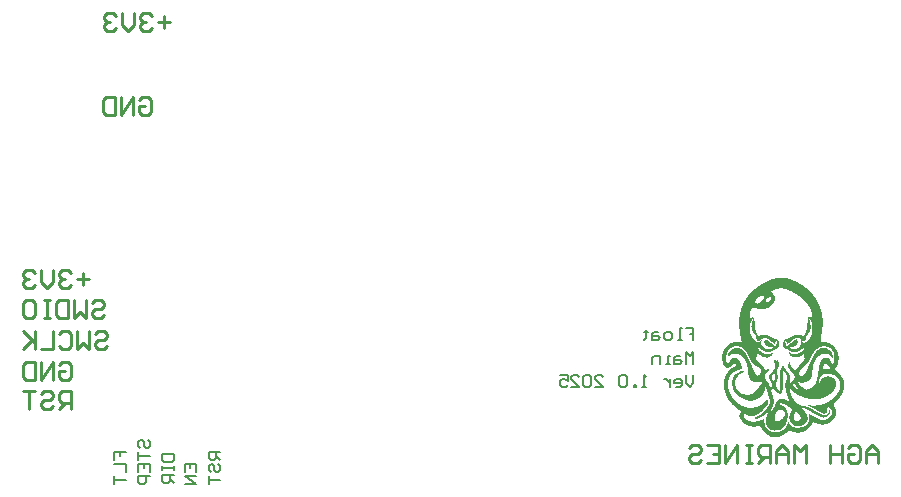
<source format=gbo>
G04*
G04 #@! TF.GenerationSoftware,Altium Limited,Altium Designer,25.8.1 (18)*
G04*
G04 Layer_Color=32896*
%FSLAX44Y44*%
%MOMM*%
G71*
G04*
G04 #@! TF.SameCoordinates,96B50244-D1D5-4C2D-93FB-96D2E815F5E8*
G04*
G04*
G04 #@! TF.FilePolarity,Positive*
G04*
G01*
G75*
%ADD13C,0.2000*%
%ADD15C,0.2540*%
%ADD16C,0.1500*%
G36*
X1165571Y727273D02*
X1166417D01*
Y727188D01*
X1166502D01*
Y727273D01*
X1166586D01*
Y727188D01*
X1167178D01*
Y727104D01*
X1167263D01*
Y727188D01*
X1167348D01*
Y727104D01*
X1167771D01*
Y727019D01*
X1167855D01*
Y727104D01*
X1167940D01*
Y727019D01*
X1168279D01*
Y726935D01*
X1168701D01*
Y726850D01*
X1168786D01*
Y726935D01*
X1168871D01*
Y726850D01*
X1169125D01*
Y726765D01*
X1169548D01*
Y726681D01*
X1169886D01*
Y726596D01*
X1170225D01*
Y726512D01*
X1170479D01*
Y726427D01*
X1170817D01*
Y726342D01*
X1171071D01*
Y726258D01*
X1171325D01*
Y726173D01*
X1171579D01*
Y726088D01*
X1171832D01*
Y726004D01*
X1172086D01*
Y725919D01*
X1172255D01*
Y725835D01*
X1172509D01*
Y725750D01*
X1172763D01*
Y725665D01*
X1172932D01*
Y725581D01*
X1173186D01*
Y725496D01*
X1173355D01*
Y725412D01*
X1173525D01*
Y725327D01*
X1173779D01*
Y725242D01*
X1173948D01*
Y725158D01*
X1174117D01*
Y725073D01*
X1174371D01*
Y724988D01*
X1174540D01*
Y724904D01*
X1174709D01*
Y724819D01*
X1174878D01*
Y724735D01*
X1175048D01*
Y724650D01*
X1175217D01*
Y724565D01*
X1175386D01*
Y724481D01*
X1175555D01*
Y724396D01*
X1175725D01*
Y724312D01*
X1175894D01*
Y724227D01*
X1176148D01*
Y724142D01*
X1176232D01*
Y724058D01*
X1176486D01*
Y723973D01*
X1176571D01*
Y723888D01*
X1176740D01*
Y723804D01*
X1176909D01*
Y723719D01*
X1177078D01*
Y723635D01*
X1177248D01*
Y723550D01*
X1177417D01*
Y723465D01*
X1177586D01*
Y723381D01*
X1177755D01*
Y723296D01*
X1177840D01*
Y723212D01*
X1178009D01*
Y723127D01*
X1178178D01*
Y723042D01*
X1178348D01*
Y722958D01*
X1178517D01*
Y722873D01*
X1178602D01*
Y722788D01*
X1178771D01*
Y722704D01*
X1178940D01*
Y722619D01*
X1179109D01*
Y722535D01*
X1179194D01*
Y722450D01*
X1179363D01*
Y722365D01*
X1179532D01*
Y722281D01*
X1179617D01*
Y722196D01*
X1179786D01*
Y722112D01*
X1179955D01*
Y722027D01*
X1180040D01*
Y721942D01*
X1180209D01*
Y721858D01*
X1180378D01*
Y721773D01*
X1180463D01*
Y721688D01*
X1180632D01*
Y721604D01*
X1180717D01*
Y721519D01*
X1180886D01*
Y721435D01*
X1180971D01*
Y721350D01*
X1181140D01*
Y721265D01*
X1181309D01*
Y721181D01*
X1181394D01*
Y721096D01*
X1181479D01*
Y721012D01*
X1181648D01*
Y720927D01*
X1181817D01*
Y720842D01*
X1181901D01*
Y720758D01*
X1181986D01*
Y720673D01*
X1182155D01*
Y720588D01*
X1182240D01*
Y720504D01*
X1182409D01*
Y720419D01*
X1182494D01*
Y720335D01*
X1182663D01*
Y720250D01*
X1182748D01*
Y720165D01*
X1182832D01*
Y720081D01*
X1183001D01*
Y719996D01*
X1183086D01*
Y719911D01*
X1183255D01*
Y719827D01*
X1183340D01*
Y719742D01*
X1183425D01*
Y719658D01*
X1183594D01*
Y719573D01*
X1183679D01*
Y719489D01*
X1183763D01*
Y719404D01*
X1183932D01*
Y719319D01*
X1184017D01*
Y719235D01*
X1184101D01*
Y719150D01*
X1184271D01*
Y719065D01*
X1184355D01*
Y718981D01*
X1184440D01*
Y718896D01*
X1184525D01*
Y718811D01*
X1184694D01*
Y718727D01*
X1184779D01*
Y718642D01*
X1184863D01*
Y718558D01*
X1184948D01*
Y718473D01*
X1185117D01*
Y718389D01*
X1185201D01*
Y718304D01*
X1185286D01*
Y718219D01*
X1185371D01*
Y718135D01*
X1185455D01*
Y718050D01*
X1185625D01*
Y717881D01*
X1185794D01*
Y717796D01*
X1185879D01*
Y717711D01*
X1185963D01*
Y717627D01*
X1186048D01*
Y717542D01*
X1186217D01*
Y717458D01*
X1186301D01*
Y717373D01*
X1186386D01*
Y717289D01*
X1186471D01*
Y717204D01*
X1186555D01*
Y717119D01*
X1186640D01*
Y717035D01*
X1186725D01*
Y716950D01*
X1186809D01*
Y716865D01*
X1186894D01*
Y716781D01*
X1186979D01*
Y716696D01*
X1187148D01*
Y716527D01*
X1187317D01*
Y716442D01*
X1187402D01*
Y716358D01*
X1187486D01*
Y716273D01*
X1187571D01*
Y716189D01*
X1187655D01*
Y716104D01*
X1187740D01*
Y716019D01*
X1187825D01*
Y715935D01*
X1187909D01*
Y715850D01*
X1187994D01*
Y715765D01*
X1188079D01*
Y715681D01*
X1188163D01*
Y715596D01*
X1188248D01*
Y715511D01*
X1188332D01*
Y715427D01*
X1188417D01*
Y715342D01*
X1188502D01*
Y715258D01*
X1188586D01*
Y715089D01*
X1188755D01*
Y714919D01*
X1188925D01*
Y714750D01*
X1189009D01*
Y714665D01*
X1189094D01*
Y714581D01*
X1189178D01*
Y714496D01*
X1189263D01*
Y714411D01*
X1189348D01*
Y714327D01*
X1189432D01*
Y714242D01*
X1189517D01*
Y714158D01*
X1189602D01*
Y714073D01*
X1189686D01*
Y713904D01*
X1189771D01*
Y713819D01*
X1189855D01*
Y713735D01*
X1189940D01*
Y713650D01*
X1190025D01*
Y713565D01*
X1190109D01*
Y713481D01*
X1190194D01*
Y713311D01*
X1190278D01*
Y713227D01*
X1190363D01*
Y713142D01*
X1190448D01*
Y713058D01*
X1190532D01*
Y712973D01*
X1190617D01*
Y712804D01*
X1190702D01*
Y712719D01*
X1190786D01*
Y712635D01*
X1190871D01*
Y712550D01*
X1190955D01*
Y712381D01*
X1191040D01*
Y712296D01*
X1191125D01*
Y712212D01*
X1191209D01*
Y712127D01*
X1191294D01*
Y711958D01*
X1191378D01*
Y711873D01*
X1191463D01*
Y711788D01*
X1191548D01*
Y711619D01*
X1191632D01*
Y711535D01*
X1191717D01*
Y711450D01*
X1191802D01*
Y711281D01*
X1191886D01*
Y711196D01*
X1191971D01*
Y711027D01*
X1192055D01*
Y710942D01*
X1192140D01*
Y710858D01*
X1192225D01*
Y710688D01*
X1192309D01*
Y710604D01*
X1192394D01*
Y710435D01*
X1192478D01*
Y710350D01*
X1192563D01*
Y710181D01*
X1192648D01*
Y710096D01*
X1192732D01*
Y709927D01*
X1192817D01*
Y709842D01*
X1192902D01*
Y709673D01*
X1192986D01*
Y709588D01*
X1193071D01*
Y709419D01*
X1193155D01*
Y709335D01*
X1193240D01*
Y709165D01*
X1193325D01*
Y708996D01*
X1193409D01*
Y708912D01*
X1193494D01*
Y708742D01*
X1193578D01*
Y708573D01*
X1193663D01*
Y708488D01*
X1193748D01*
Y708319D01*
X1193832D01*
Y708150D01*
X1193917D01*
Y708065D01*
X1194001D01*
Y707896D01*
X1194086D01*
Y707727D01*
X1194171D01*
Y707558D01*
X1194255D01*
Y707473D01*
X1194340D01*
Y707304D01*
X1194425D01*
Y707135D01*
X1194509D01*
Y706965D01*
X1194594D01*
Y706796D01*
X1194678D01*
Y706627D01*
X1194763D01*
Y706458D01*
X1194848D01*
Y706289D01*
X1194932D01*
Y706119D01*
X1195017D01*
Y705950D01*
X1195101D01*
Y705781D01*
X1195186D01*
Y705611D01*
X1195271D01*
Y705442D01*
X1195355D01*
Y705273D01*
X1195440D01*
Y705019D01*
X1195525D01*
Y704850D01*
X1195609D01*
Y704681D01*
X1195694D01*
Y704511D01*
X1195779D01*
Y704258D01*
X1195863D01*
Y704089D01*
X1195948D01*
Y703919D01*
X1196032D01*
Y703665D01*
X1196117D01*
Y703496D01*
X1196201D01*
Y703242D01*
X1196286D01*
Y703073D01*
X1196371D01*
Y702819D01*
X1196455D01*
Y702565D01*
X1196540D01*
Y702396D01*
X1196625D01*
Y702142D01*
X1196709D01*
Y701889D01*
X1196794D01*
Y701635D01*
X1196879D01*
Y701381D01*
X1196963D01*
Y701127D01*
X1197048D01*
Y700873D01*
X1197132D01*
Y700619D01*
X1197217D01*
Y700281D01*
X1197301D01*
Y700027D01*
X1197386D01*
Y699773D01*
X1197471D01*
Y699435D01*
X1197555D01*
Y699096D01*
X1197640D01*
Y698842D01*
X1197725D01*
Y698758D01*
X1197640D01*
Y698673D01*
X1197725D01*
Y698504D01*
X1197809D01*
Y698419D01*
X1197725D01*
Y698335D01*
X1197809D01*
Y698081D01*
X1197894D01*
Y697742D01*
X1197979D01*
Y697319D01*
X1198063D01*
Y696981D01*
X1198148D01*
Y696896D01*
X1198063D01*
Y696812D01*
X1198148D01*
Y696558D01*
X1198232D01*
Y696050D01*
X1198317D01*
Y695542D01*
X1198401D01*
Y695119D01*
X1198486D01*
Y695035D01*
X1198401D01*
Y694950D01*
X1198486D01*
Y694527D01*
X1198571D01*
Y694442D01*
X1198486D01*
Y694358D01*
X1198571D01*
Y693935D01*
X1198655D01*
Y693850D01*
X1198571D01*
Y693765D01*
X1198655D01*
Y693258D01*
X1198740D01*
Y693173D01*
X1198655D01*
Y693089D01*
X1198740D01*
Y692411D01*
X1198825D01*
Y692327D01*
X1198740D01*
Y692242D01*
X1198825D01*
Y692158D01*
X1198740D01*
Y692073D01*
X1198825D01*
Y691227D01*
X1198909D01*
Y691142D01*
X1198825D01*
Y690973D01*
X1198909D01*
Y690889D01*
X1198825D01*
Y690804D01*
X1198909D01*
Y690719D01*
X1198825D01*
Y690635D01*
X1198909D01*
Y688265D01*
X1198825D01*
Y688181D01*
X1198909D01*
Y688011D01*
X1198825D01*
Y687927D01*
X1198909D01*
Y687842D01*
X1198825D01*
Y687758D01*
X1198909D01*
Y687673D01*
X1198825D01*
Y687589D01*
X1198909D01*
Y687504D01*
X1198825D01*
Y686404D01*
X1198740D01*
Y686319D01*
X1198825D01*
Y686235D01*
X1198740D01*
Y686150D01*
X1198825D01*
Y686065D01*
X1198740D01*
Y685388D01*
X1198655D01*
Y685304D01*
X1198740D01*
Y685219D01*
X1198655D01*
Y685135D01*
X1198740D01*
Y685050D01*
X1198655D01*
Y684542D01*
X1198571D01*
Y684458D01*
X1198655D01*
Y684373D01*
X1198571D01*
Y683781D01*
X1198486D01*
Y683696D01*
X1198571D01*
Y683612D01*
X1198486D01*
Y683104D01*
X1198401D01*
Y683019D01*
X1198486D01*
Y682935D01*
X1198401D01*
Y682512D01*
X1198317D01*
Y682427D01*
X1198401D01*
Y682342D01*
X1198317D01*
Y681919D01*
X1198232D01*
Y681835D01*
X1198317D01*
Y681750D01*
X1198232D01*
Y681412D01*
X1198148D01*
Y681327D01*
X1198232D01*
Y681242D01*
X1198148D01*
Y680904D01*
X1198063D01*
Y680819D01*
X1198148D01*
Y680735D01*
X1198063D01*
Y680396D01*
X1197979D01*
Y680312D01*
X1198063D01*
Y680227D01*
X1197979D01*
Y679889D01*
X1197894D01*
Y679465D01*
X1197809D01*
Y679042D01*
X1197725D01*
Y678958D01*
X1197809D01*
Y678873D01*
X1197725D01*
Y678619D01*
X1197640D01*
Y678535D01*
X1197725D01*
Y678450D01*
X1197640D01*
Y678196D01*
X1197555D01*
Y678111D01*
X1197640D01*
Y678027D01*
X1197555D01*
Y677773D01*
X1197471D01*
Y677689D01*
X1197555D01*
Y677604D01*
X1197471D01*
Y677265D01*
X1197386D01*
Y676842D01*
X1197301D01*
Y676335D01*
X1197217D01*
Y675827D01*
X1197132D01*
Y675742D01*
X1197217D01*
Y675658D01*
X1197132D01*
Y675235D01*
X1197048D01*
Y675150D01*
X1197132D01*
Y675065D01*
X1197048D01*
Y673881D01*
X1197132D01*
Y673711D01*
X1197301D01*
Y673627D01*
X1197555D01*
Y673542D01*
X1197809D01*
Y673458D01*
X1198148D01*
Y673373D01*
X1198232D01*
Y673458D01*
X1198317D01*
Y673373D01*
X1198571D01*
Y673288D01*
X1198655D01*
Y673373D01*
X1198740D01*
Y673288D01*
X1199079D01*
Y673204D01*
X1199163D01*
Y673288D01*
X1199248D01*
Y673204D01*
X1199671D01*
Y673119D01*
X1199755D01*
Y673204D01*
X1199840D01*
Y673119D01*
X1200432D01*
Y673035D01*
X1200940D01*
Y672950D01*
X1201025D01*
Y673035D01*
X1201109D01*
Y672950D01*
X1201448D01*
Y672865D01*
X1201871D01*
Y672781D01*
X1202209D01*
Y672696D01*
X1202548D01*
Y672611D01*
X1202802D01*
Y672527D01*
X1203055D01*
Y672442D01*
X1203309D01*
Y672358D01*
X1203563D01*
Y672273D01*
X1203817D01*
Y672188D01*
X1203986D01*
Y672104D01*
X1204240D01*
Y672019D01*
X1204409D01*
Y671935D01*
X1204578D01*
Y671850D01*
X1204748D01*
Y671765D01*
X1204917D01*
Y671681D01*
X1205086D01*
Y671596D01*
X1205255D01*
Y671512D01*
X1205425D01*
Y671427D01*
X1205594D01*
Y671342D01*
X1205678D01*
Y671258D01*
X1205848D01*
Y671173D01*
X1206017D01*
Y671088D01*
X1206102D01*
Y671004D01*
X1206271D01*
Y670919D01*
X1206355D01*
Y670835D01*
X1206525D01*
Y670750D01*
X1206609D01*
Y670665D01*
X1206694D01*
Y670581D01*
X1206863D01*
Y670496D01*
X1206948D01*
Y670412D01*
X1207032D01*
Y670327D01*
X1207117D01*
Y670242D01*
X1207286D01*
Y670158D01*
X1207371D01*
Y670073D01*
X1207455D01*
Y669988D01*
X1207540D01*
Y669904D01*
X1207625D01*
Y669819D01*
X1207709D01*
Y669735D01*
X1207878D01*
Y669565D01*
X1208048D01*
Y669396D01*
X1208217D01*
Y669227D01*
X1208301D01*
Y669142D01*
X1208386D01*
Y669058D01*
X1208471D01*
Y668973D01*
X1208555D01*
Y668888D01*
X1208640D01*
Y668804D01*
X1208725D01*
Y668719D01*
X1208809D01*
Y668635D01*
X1208894D01*
Y668465D01*
X1208979D01*
Y668381D01*
X1209063D01*
Y668296D01*
X1209148D01*
Y668212D01*
X1209232D01*
Y668042D01*
X1209317D01*
Y667958D01*
X1209401D01*
Y667873D01*
X1209486D01*
Y667704D01*
X1209571D01*
Y667619D01*
X1209655D01*
Y667450D01*
X1209740D01*
Y667365D01*
X1209825D01*
Y667196D01*
X1209909D01*
Y667112D01*
X1209994D01*
Y666942D01*
X1210079D01*
Y666858D01*
X1210163D01*
Y666689D01*
X1210248D01*
Y666519D01*
X1210332D01*
Y666435D01*
X1210417D01*
Y666181D01*
X1210501D01*
Y666096D01*
X1210586D01*
Y665927D01*
X1210671D01*
Y665758D01*
X1210755D01*
Y665589D01*
X1210840D01*
Y665419D01*
X1210925D01*
Y665250D01*
X1211009D01*
Y665081D01*
X1211094D01*
Y664827D01*
X1211179D01*
Y664658D01*
X1211263D01*
Y664489D01*
X1211348D01*
Y664235D01*
X1211432D01*
Y663981D01*
X1211517D01*
Y663811D01*
X1211601D01*
Y663558D01*
X1211686D01*
Y663219D01*
X1211771D01*
Y662965D01*
X1211855D01*
Y662627D01*
X1211940D01*
Y662289D01*
X1212025D01*
Y661950D01*
X1212109D01*
Y661865D01*
X1212025D01*
Y661781D01*
X1212109D01*
Y661442D01*
X1212194D01*
Y660850D01*
X1212279D01*
Y660765D01*
X1212194D01*
Y660681D01*
X1212279D01*
Y659835D01*
X1212363D01*
Y659750D01*
X1212279D01*
Y659581D01*
X1212363D01*
Y659496D01*
X1212279D01*
Y659411D01*
X1212363D01*
Y659327D01*
X1212279D01*
Y659242D01*
X1212363D01*
Y659158D01*
X1212279D01*
Y659073D01*
X1212363D01*
Y658988D01*
X1212279D01*
Y658904D01*
X1212363D01*
Y658819D01*
X1212279D01*
Y658650D01*
X1212363D01*
Y658565D01*
X1212279D01*
Y657635D01*
X1212194D01*
Y657550D01*
X1212279D01*
Y657465D01*
X1212194D01*
Y656788D01*
X1212109D01*
Y656196D01*
X1212025D01*
Y655688D01*
X1211940D01*
Y655604D01*
X1212025D01*
Y655519D01*
X1211940D01*
Y655181D01*
X1211855D01*
Y654758D01*
X1211771D01*
Y654335D01*
X1211686D01*
Y654081D01*
X1211601D01*
Y653742D01*
X1211517D01*
Y653573D01*
X1211432D01*
Y653404D01*
X1211348D01*
Y653235D01*
X1211263D01*
Y653065D01*
X1211179D01*
Y652896D01*
X1211094D01*
Y652812D01*
X1211009D01*
Y652727D01*
X1210925D01*
Y652558D01*
X1210840D01*
Y652473D01*
X1210755D01*
Y652389D01*
X1210671D01*
Y652304D01*
X1210586D01*
Y652219D01*
X1210501D01*
Y652050D01*
X1210332D01*
Y651881D01*
X1210248D01*
Y651796D01*
X1210163D01*
Y651712D01*
X1210079D01*
Y651627D01*
X1209994D01*
Y651542D01*
X1209909D01*
Y651458D01*
X1209825D01*
Y651373D01*
X1209740D01*
Y651289D01*
X1209655D01*
Y651204D01*
X1209571D01*
Y651119D01*
X1209486D01*
Y651035D01*
X1209401D01*
Y650950D01*
X1209317D01*
Y650865D01*
X1209232D01*
Y650781D01*
X1209063D01*
Y650612D01*
X1208894D01*
Y650442D01*
X1208725D01*
Y650273D01*
X1208555D01*
Y650189D01*
X1208471D01*
Y650019D01*
X1208555D01*
Y649935D01*
X1208640D01*
Y649850D01*
X1208809D01*
Y649765D01*
X1208894D01*
Y649681D01*
X1209063D01*
Y649596D01*
X1209148D01*
Y649511D01*
X1209317D01*
Y649427D01*
X1209401D01*
Y649342D01*
X1209486D01*
Y649258D01*
X1209655D01*
Y649173D01*
X1209740D01*
Y649089D01*
X1209909D01*
Y649004D01*
X1209994D01*
Y648919D01*
X1210079D01*
Y648835D01*
X1210163D01*
Y648750D01*
X1210248D01*
Y648665D01*
X1210417D01*
Y648581D01*
X1210501D01*
Y648496D01*
X1210586D01*
Y648411D01*
X1210671D01*
Y648327D01*
X1210755D01*
Y648242D01*
X1210840D01*
Y648158D01*
X1210925D01*
Y648073D01*
X1211009D01*
Y647989D01*
X1211094D01*
Y647904D01*
X1211179D01*
Y647819D01*
X1211263D01*
Y647735D01*
X1211348D01*
Y647650D01*
X1211432D01*
Y647565D01*
X1211517D01*
Y647481D01*
X1211601D01*
Y647396D01*
X1211686D01*
Y647311D01*
X1211771D01*
Y647227D01*
X1211855D01*
Y647142D01*
X1211940D01*
Y647058D01*
X1212025D01*
Y646973D01*
X1212109D01*
Y646889D01*
X1212194D01*
Y646804D01*
X1212279D01*
Y646719D01*
X1212363D01*
Y646635D01*
X1212448D01*
Y646550D01*
X1212532D01*
Y646465D01*
X1212617D01*
Y646296D01*
X1212701D01*
Y646211D01*
X1212786D01*
Y646127D01*
X1212871D01*
Y646042D01*
X1212955D01*
Y645958D01*
X1213040D01*
Y645873D01*
X1213125D01*
Y645788D01*
X1213209D01*
Y645619D01*
X1213379D01*
Y645450D01*
X1213463D01*
Y645365D01*
X1213548D01*
Y645281D01*
X1213632D01*
Y645196D01*
X1213717D01*
Y645027D01*
X1213801D01*
Y644942D01*
X1213886D01*
Y644858D01*
X1213971D01*
Y644773D01*
X1214055D01*
Y644604D01*
X1214140D01*
Y644519D01*
X1214225D01*
Y644435D01*
X1214309D01*
Y644350D01*
X1214394D01*
Y644181D01*
X1214479D01*
Y644096D01*
X1214563D01*
Y644012D01*
X1214648D01*
Y643842D01*
X1214732D01*
Y643758D01*
X1214817D01*
Y643673D01*
X1214902D01*
Y643504D01*
X1214986D01*
Y643419D01*
X1215071D01*
Y643250D01*
X1215155D01*
Y643165D01*
X1215240D01*
Y642996D01*
X1215325D01*
Y642912D01*
X1215409D01*
Y642742D01*
X1215494D01*
Y642658D01*
X1215579D01*
Y642488D01*
X1215663D01*
Y642319D01*
X1215748D01*
Y642150D01*
X1215832D01*
Y641981D01*
X1215917D01*
Y641812D01*
X1216002D01*
Y641642D01*
X1216086D01*
Y641473D01*
X1216171D01*
Y641219D01*
X1216255D01*
Y641050D01*
X1216340D01*
Y640796D01*
X1216425D01*
Y640542D01*
X1216509D01*
Y640204D01*
X1216594D01*
Y639781D01*
X1216678D01*
Y639696D01*
X1216594D01*
Y639612D01*
X1216678D01*
Y639019D01*
X1216763D01*
Y638935D01*
X1216678D01*
Y638850D01*
X1216763D01*
Y638765D01*
X1216678D01*
Y638681D01*
X1216763D01*
Y638512D01*
X1216678D01*
Y638427D01*
X1216763D01*
Y636142D01*
X1216678D01*
Y636058D01*
X1216763D01*
Y635804D01*
X1216678D01*
Y635719D01*
X1216763D01*
Y635635D01*
X1216678D01*
Y635550D01*
X1216763D01*
Y635465D01*
X1216678D01*
Y635381D01*
X1216763D01*
Y635296D01*
X1216678D01*
Y635211D01*
X1216763D01*
Y635127D01*
X1216678D01*
Y634112D01*
X1216594D01*
Y634027D01*
X1216678D01*
Y633942D01*
X1216594D01*
Y633265D01*
X1216509D01*
Y633181D01*
X1216594D01*
Y633096D01*
X1216509D01*
Y632673D01*
X1216425D01*
Y632165D01*
X1216340D01*
Y631827D01*
X1216255D01*
Y631742D01*
X1216340D01*
Y631658D01*
X1216255D01*
Y631488D01*
X1216171D01*
Y631404D01*
X1216255D01*
Y631319D01*
X1216171D01*
Y631150D01*
X1216086D01*
Y630896D01*
X1216002D01*
Y630642D01*
X1215917D01*
Y630388D01*
X1215832D01*
Y630135D01*
X1215748D01*
Y629965D01*
X1215663D01*
Y629796D01*
X1215579D01*
Y629627D01*
X1215494D01*
Y629458D01*
X1215409D01*
Y629288D01*
X1215325D01*
Y629119D01*
X1215240D01*
Y629035D01*
X1215155D01*
Y628865D01*
X1215071D01*
Y628696D01*
X1214986D01*
Y628611D01*
X1214902D01*
Y628442D01*
X1214817D01*
Y628358D01*
X1214732D01*
Y628273D01*
X1214648D01*
Y628104D01*
X1214563D01*
Y628019D01*
X1214479D01*
Y627935D01*
X1214394D01*
Y627765D01*
X1214309D01*
Y627681D01*
X1214225D01*
Y627596D01*
X1214140D01*
Y627427D01*
X1214055D01*
Y627342D01*
X1213971D01*
Y627258D01*
X1213886D01*
Y627089D01*
X1213801D01*
Y627004D01*
X1213717D01*
Y626835D01*
X1213632D01*
Y626665D01*
X1213548D01*
Y626581D01*
X1213463D01*
Y626327D01*
X1213379D01*
Y626158D01*
X1213294D01*
Y626073D01*
X1213209D01*
Y625904D01*
X1213125D01*
Y625819D01*
X1213040D01*
Y625735D01*
X1212955D01*
Y625650D01*
X1212871D01*
Y625481D01*
X1212786D01*
Y625396D01*
X1212701D01*
Y625312D01*
X1212617D01*
Y625227D01*
X1212532D01*
Y625058D01*
X1212448D01*
Y624973D01*
X1212363D01*
Y624888D01*
X1212279D01*
Y624804D01*
X1212194D01*
Y624719D01*
X1212109D01*
Y624635D01*
X1212025D01*
Y624465D01*
X1211940D01*
Y624381D01*
X1211855D01*
Y624296D01*
X1211771D01*
Y624212D01*
X1211686D01*
Y624127D01*
X1211601D01*
Y624042D01*
X1211517D01*
Y623873D01*
X1211348D01*
Y623704D01*
X1211263D01*
Y623619D01*
X1211179D01*
Y623535D01*
X1211094D01*
Y623450D01*
X1211009D01*
Y623365D01*
X1210925D01*
Y623281D01*
X1210840D01*
Y623196D01*
X1210755D01*
Y623027D01*
X1210586D01*
Y622858D01*
X1210501D01*
Y622773D01*
X1210417D01*
Y622688D01*
X1210332D01*
Y622604D01*
X1210248D01*
Y622519D01*
X1210163D01*
Y622435D01*
X1210079D01*
Y622350D01*
X1209994D01*
Y622265D01*
X1209909D01*
Y622096D01*
X1209740D01*
Y621927D01*
X1209655D01*
Y621842D01*
X1209571D01*
Y621758D01*
X1209486D01*
Y621673D01*
X1209401D01*
Y621589D01*
X1209317D01*
Y621504D01*
X1209232D01*
Y621419D01*
X1209148D01*
Y621335D01*
X1209063D01*
Y621165D01*
X1208894D01*
Y620996D01*
X1208809D01*
Y620911D01*
X1208725D01*
Y620827D01*
X1208640D01*
Y620742D01*
X1208555D01*
Y620658D01*
X1208471D01*
Y620573D01*
X1208386D01*
Y620489D01*
X1208301D01*
Y620404D01*
X1208217D01*
Y620235D01*
X1208048D01*
Y620065D01*
X1207963D01*
Y619981D01*
X1207878D01*
Y619896D01*
X1207794D01*
Y619727D01*
X1207878D01*
Y619642D01*
X1207963D01*
Y619473D01*
X1208048D01*
Y619304D01*
X1208132D01*
Y619135D01*
X1208217D01*
Y619050D01*
X1208301D01*
Y618881D01*
X1208386D01*
Y618712D01*
X1208471D01*
Y618542D01*
X1208555D01*
Y618373D01*
X1208640D01*
Y618288D01*
X1208725D01*
Y618119D01*
X1208809D01*
Y617950D01*
X1208894D01*
Y617781D01*
X1208979D01*
Y617612D01*
X1209063D01*
Y617442D01*
X1209148D01*
Y617358D01*
X1209232D01*
Y617104D01*
X1209317D01*
Y617019D01*
X1209401D01*
Y616765D01*
X1209486D01*
Y616681D01*
X1209571D01*
Y616427D01*
X1209655D01*
Y616258D01*
X1209740D01*
Y616004D01*
X1209825D01*
Y615750D01*
X1209909D01*
Y615496D01*
X1209994D01*
Y615242D01*
X1210079D01*
Y614904D01*
X1210163D01*
Y614565D01*
X1210248D01*
Y614481D01*
X1210163D01*
Y614396D01*
X1210248D01*
Y613973D01*
X1210332D01*
Y613889D01*
X1210248D01*
Y613804D01*
X1210332D01*
Y612704D01*
X1210248D01*
Y612619D01*
X1210332D01*
Y612535D01*
X1210248D01*
Y612450D01*
X1210332D01*
Y612365D01*
X1210248D01*
Y612027D01*
X1210163D01*
Y611942D01*
X1210248D01*
Y611858D01*
X1210163D01*
Y611604D01*
X1210079D01*
Y611265D01*
X1209994D01*
Y611012D01*
X1209909D01*
Y610758D01*
X1209825D01*
Y610504D01*
X1209740D01*
Y610335D01*
X1209655D01*
Y610165D01*
X1209571D01*
Y609912D01*
X1209486D01*
Y609827D01*
X1209401D01*
Y609658D01*
X1209317D01*
Y609488D01*
X1209232D01*
Y609319D01*
X1209148D01*
Y609235D01*
X1209063D01*
Y609065D01*
X1208979D01*
Y608896D01*
X1208894D01*
Y608811D01*
X1208809D01*
Y608642D01*
X1208725D01*
Y608558D01*
X1208640D01*
Y608473D01*
X1208555D01*
Y608304D01*
X1208471D01*
Y608219D01*
X1208386D01*
Y608135D01*
X1208301D01*
Y607965D01*
X1208217D01*
Y607881D01*
X1208132D01*
Y607796D01*
X1208048D01*
Y607711D01*
X1207963D01*
Y607627D01*
X1207878D01*
Y607458D01*
X1207794D01*
Y607373D01*
X1207709D01*
Y607289D01*
X1207625D01*
Y607204D01*
X1207540D01*
Y607119D01*
X1207455D01*
Y607035D01*
X1207371D01*
Y606950D01*
X1207286D01*
Y606865D01*
X1207202D01*
Y606781D01*
X1207117D01*
Y606696D01*
X1207032D01*
Y606612D01*
X1206948D01*
Y606527D01*
X1206863D01*
Y606442D01*
X1206778D01*
Y606358D01*
X1206694D01*
Y606273D01*
X1206609D01*
Y606189D01*
X1206525D01*
Y606104D01*
X1206355D01*
Y606019D01*
X1206271D01*
Y605935D01*
X1206186D01*
Y605850D01*
X1206102D01*
Y605765D01*
X1206017D01*
Y605681D01*
X1205848D01*
Y605596D01*
X1205763D01*
Y605512D01*
X1205678D01*
Y605427D01*
X1205509D01*
Y605342D01*
X1205425D01*
Y605258D01*
X1205255D01*
Y605173D01*
X1205171D01*
Y605089D01*
X1205002D01*
Y605004D01*
X1204917D01*
Y604919D01*
X1204748D01*
Y604835D01*
X1204663D01*
Y604750D01*
X1204494D01*
Y604665D01*
X1204325D01*
Y604581D01*
X1204155D01*
Y604496D01*
X1203986D01*
Y604412D01*
X1203817D01*
Y604327D01*
X1203648D01*
Y604242D01*
X1203478D01*
Y604158D01*
X1203309D01*
Y604073D01*
X1203140D01*
Y603988D01*
X1202886D01*
Y603904D01*
X1202717D01*
Y603819D01*
X1202463D01*
Y603735D01*
X1202209D01*
Y603650D01*
X1201955D01*
Y603565D01*
X1201702D01*
Y603481D01*
X1201363D01*
Y603396D01*
X1201109D01*
Y603312D01*
X1201025D01*
Y603396D01*
X1200940D01*
Y603312D01*
X1200686D01*
Y603227D01*
X1200602D01*
Y603312D01*
X1200517D01*
Y603227D01*
X1200094D01*
Y603142D01*
X1200009D01*
Y603227D01*
X1199925D01*
Y603142D01*
X1199248D01*
Y603058D01*
X1199163D01*
Y603142D01*
X1198994D01*
Y603058D01*
X1198909D01*
Y603142D01*
X1198825D01*
Y603058D01*
X1198740D01*
Y603142D01*
X1198655D01*
Y603058D01*
X1198571D01*
Y603142D01*
X1198486D01*
Y603058D01*
X1198401D01*
Y603142D01*
X1198317D01*
Y603058D01*
X1198232D01*
Y603142D01*
X1198148D01*
Y603058D01*
X1198063D01*
Y603142D01*
X1197386D01*
Y603227D01*
X1197301D01*
Y603142D01*
X1197217D01*
Y603227D01*
X1196794D01*
Y603312D01*
X1196709D01*
Y603227D01*
X1196625D01*
Y603312D01*
X1196201D01*
Y603396D01*
X1195948D01*
Y603481D01*
X1195863D01*
Y603396D01*
X1195779D01*
Y603481D01*
X1195525D01*
Y603565D01*
X1195186D01*
Y603650D01*
X1194932D01*
Y603735D01*
X1194678D01*
Y603819D01*
X1194425D01*
Y603904D01*
X1194255D01*
Y603988D01*
X1194001D01*
Y604073D01*
X1193832D01*
Y604158D01*
X1193663D01*
Y604242D01*
X1193409D01*
Y604327D01*
X1193240D01*
Y604412D01*
X1193071D01*
Y604496D01*
X1192817D01*
Y604581D01*
X1192563D01*
Y604665D01*
X1192394D01*
Y604750D01*
X1192140D01*
Y604835D01*
X1191886D01*
Y604919D01*
X1191717D01*
Y605004D01*
X1191378D01*
Y605089D01*
X1191125D01*
Y605004D01*
X1191040D01*
Y604919D01*
X1190955D01*
Y604835D01*
X1190871D01*
Y604750D01*
X1190786D01*
Y604665D01*
X1190702D01*
Y604581D01*
X1190617D01*
Y604496D01*
X1190532D01*
Y604327D01*
X1190448D01*
Y604242D01*
X1190363D01*
Y604158D01*
X1190278D01*
Y604073D01*
X1190194D01*
Y603904D01*
X1190109D01*
Y603819D01*
X1190025D01*
Y603650D01*
X1189940D01*
Y603565D01*
X1189855D01*
Y603396D01*
X1189771D01*
Y603312D01*
X1189686D01*
Y603142D01*
X1189602D01*
Y603058D01*
X1189517D01*
Y602888D01*
X1189432D01*
Y602804D01*
X1189348D01*
Y602635D01*
X1189263D01*
Y602550D01*
X1189178D01*
Y602465D01*
X1189094D01*
Y602296D01*
X1189009D01*
Y602211D01*
X1188925D01*
Y602042D01*
X1188840D01*
Y601958D01*
X1188755D01*
Y601873D01*
X1188671D01*
Y601788D01*
X1188586D01*
Y601619D01*
X1188502D01*
Y601535D01*
X1188417D01*
Y601450D01*
X1188332D01*
Y601365D01*
X1188248D01*
Y601196D01*
X1188163D01*
Y601111D01*
X1188079D01*
Y601027D01*
X1187994D01*
Y600942D01*
X1187909D01*
Y600858D01*
X1187825D01*
Y600773D01*
X1187740D01*
Y600689D01*
X1187655D01*
Y600604D01*
X1187571D01*
Y600519D01*
X1187486D01*
Y600435D01*
X1187402D01*
Y600350D01*
X1187317D01*
Y600265D01*
X1187232D01*
Y600181D01*
X1187148D01*
Y600096D01*
X1187063D01*
Y600012D01*
X1186979D01*
Y599927D01*
X1186894D01*
Y599842D01*
X1186809D01*
Y599758D01*
X1186725D01*
Y599673D01*
X1186555D01*
Y599504D01*
X1186386D01*
Y599419D01*
X1186301D01*
Y599335D01*
X1186217D01*
Y599250D01*
X1186048D01*
Y599165D01*
X1185963D01*
Y599081D01*
X1185879D01*
Y598996D01*
X1185794D01*
Y598912D01*
X1185625D01*
Y598827D01*
X1185540D01*
Y598742D01*
X1185455D01*
Y598658D01*
X1185286D01*
Y598573D01*
X1185201D01*
Y598489D01*
X1185032D01*
Y598404D01*
X1184948D01*
Y598319D01*
X1184779D01*
Y598235D01*
X1184609D01*
Y598150D01*
X1184525D01*
Y598065D01*
X1184355D01*
Y597981D01*
X1184186D01*
Y597896D01*
X1184017D01*
Y597812D01*
X1183848D01*
Y597727D01*
X1183679D01*
Y597642D01*
X1183509D01*
Y597558D01*
X1183340D01*
Y597473D01*
X1183171D01*
Y597388D01*
X1183001D01*
Y597304D01*
X1182748D01*
Y597219D01*
X1182579D01*
Y597135D01*
X1182325D01*
Y597050D01*
X1182071D01*
Y596965D01*
X1181817D01*
Y596881D01*
X1181563D01*
Y596796D01*
X1181225D01*
Y596712D01*
X1180971D01*
Y596627D01*
X1180548D01*
Y596542D01*
X1180125D01*
Y596458D01*
X1179702D01*
Y596373D01*
X1179617D01*
Y596458D01*
X1179532D01*
Y596373D01*
X1178855D01*
Y596288D01*
X1178771D01*
Y596373D01*
X1178686D01*
Y596288D01*
X1178602D01*
Y596373D01*
X1178517D01*
Y596288D01*
X1178348D01*
Y596373D01*
X1178263D01*
Y596288D01*
X1177502D01*
Y596373D01*
X1177417D01*
Y596288D01*
X1177248D01*
Y596373D01*
X1177163D01*
Y596288D01*
X1177078D01*
Y596373D01*
X1176994D01*
Y596288D01*
X1176909D01*
Y596373D01*
X1176317D01*
Y596458D01*
X1176232D01*
Y596373D01*
X1176148D01*
Y596458D01*
X1175725D01*
Y596542D01*
X1175640D01*
Y596458D01*
X1175555D01*
Y596542D01*
X1175302D01*
Y596627D01*
X1175217D01*
Y596542D01*
X1175132D01*
Y596627D01*
X1174794D01*
Y596712D01*
X1174455D01*
Y596796D01*
X1174117D01*
Y596881D01*
X1173863D01*
Y596965D01*
X1173609D01*
Y597050D01*
X1173355D01*
Y597135D01*
X1173102D01*
Y597219D01*
X1172848D01*
Y597304D01*
X1172594D01*
Y597388D01*
X1172340D01*
Y597473D01*
X1172086D01*
Y597558D01*
X1171832D01*
Y597642D01*
X1171494D01*
Y597727D01*
X1170901D01*
Y597812D01*
X1170817D01*
Y597727D01*
X1170732D01*
Y597812D01*
X1170648D01*
Y597727D01*
X1170309D01*
Y597642D01*
X1170055D01*
Y597558D01*
X1169886D01*
Y597473D01*
X1169801D01*
Y597388D01*
X1169632D01*
Y597304D01*
X1169463D01*
Y597219D01*
X1169379D01*
Y597135D01*
X1169294D01*
Y597050D01*
X1169125D01*
Y596965D01*
X1169040D01*
Y596881D01*
X1168955D01*
Y596796D01*
X1168786D01*
Y596712D01*
X1168701D01*
Y596627D01*
X1168617D01*
Y596542D01*
X1168532D01*
Y596458D01*
X1168448D01*
Y596373D01*
X1168279D01*
Y596288D01*
X1168194D01*
Y596204D01*
X1168109D01*
Y596119D01*
X1168025D01*
Y596035D01*
X1167940D01*
Y595950D01*
X1167771D01*
Y595865D01*
X1167686D01*
Y595781D01*
X1167602D01*
Y595696D01*
X1167517D01*
Y595612D01*
X1167348D01*
Y595527D01*
X1167263D01*
Y595442D01*
X1167178D01*
Y595358D01*
X1167009D01*
Y595273D01*
X1166925D01*
Y595188D01*
X1166840D01*
Y595104D01*
X1166671D01*
Y595019D01*
X1166586D01*
Y594935D01*
X1166417D01*
Y594850D01*
X1166332D01*
Y594765D01*
X1166163D01*
Y594681D01*
X1166078D01*
Y594596D01*
X1165909D01*
Y594511D01*
X1165825D01*
Y594427D01*
X1165655D01*
Y594342D01*
X1165571D01*
Y594258D01*
X1165402D01*
Y594173D01*
X1165232D01*
Y594089D01*
X1165063D01*
Y594004D01*
X1164978D01*
Y593919D01*
X1164809D01*
Y593835D01*
X1164640D01*
Y593750D01*
X1164471D01*
Y593665D01*
X1164386D01*
Y593581D01*
X1164217D01*
Y593496D01*
X1164048D01*
Y593411D01*
X1163878D01*
Y593327D01*
X1163709D01*
Y593242D01*
X1163455D01*
Y593158D01*
X1163286D01*
Y593073D01*
X1163117D01*
Y592989D01*
X1162863D01*
Y592904D01*
X1162694D01*
Y592819D01*
X1162525D01*
Y592735D01*
X1162271D01*
Y592650D01*
X1162017D01*
Y592565D01*
X1161678D01*
Y592481D01*
X1161340D01*
Y592396D01*
X1161002D01*
Y592312D01*
X1160917D01*
Y592396D01*
X1160832D01*
Y592312D01*
X1160071D01*
Y592227D01*
X1159986D01*
Y592312D01*
X1159902D01*
Y592227D01*
X1159817D01*
Y592312D01*
X1159732D01*
Y592227D01*
X1159648D01*
Y592312D01*
X1159563D01*
Y592227D01*
X1159394D01*
Y592312D01*
X1159309D01*
Y592227D01*
X1158463D01*
Y592312D01*
X1158379D01*
Y592227D01*
X1158294D01*
Y592312D01*
X1158209D01*
Y592227D01*
X1158125D01*
Y592312D01*
X1158040D01*
Y592227D01*
X1157955D01*
Y592312D01*
X1157109D01*
Y592396D01*
X1157025D01*
Y592312D01*
X1156940D01*
Y592396D01*
X1156432D01*
Y592481D01*
X1156009D01*
Y592565D01*
X1155671D01*
Y592650D01*
X1155332D01*
Y592735D01*
X1155079D01*
Y592819D01*
X1154825D01*
Y592904D01*
X1154655D01*
Y592989D01*
X1154402D01*
Y593073D01*
X1154317D01*
Y593158D01*
X1154063D01*
Y593242D01*
X1153894D01*
Y593327D01*
X1153809D01*
Y593411D01*
X1153640D01*
Y593496D01*
X1153555D01*
Y593581D01*
X1153386D01*
Y593665D01*
X1153217D01*
Y593750D01*
X1153132D01*
Y593835D01*
X1153048D01*
Y593919D01*
X1152878D01*
Y594004D01*
X1152794D01*
Y594089D01*
X1152625D01*
Y594173D01*
X1152540D01*
Y594258D01*
X1152455D01*
Y594342D01*
X1152286D01*
Y594427D01*
X1152202D01*
Y594511D01*
X1152117D01*
Y594596D01*
X1152032D01*
Y594681D01*
X1151863D01*
Y594765D01*
X1151778D01*
Y594850D01*
X1151694D01*
Y594935D01*
X1151609D01*
Y595019D01*
X1151525D01*
Y595104D01*
X1151355D01*
Y595273D01*
X1151186D01*
Y595358D01*
X1151102D01*
Y595442D01*
X1151017D01*
Y595527D01*
X1150932D01*
Y595612D01*
X1150848D01*
Y595696D01*
X1150763D01*
Y595781D01*
X1150678D01*
Y595865D01*
X1150594D01*
Y595950D01*
X1150509D01*
Y596035D01*
X1150425D01*
Y596119D01*
X1150340D01*
Y596204D01*
X1150171D01*
Y596373D01*
X1150086D01*
Y596458D01*
X1150002D01*
Y596542D01*
X1149917D01*
Y596627D01*
X1149832D01*
Y596712D01*
X1149748D01*
Y596796D01*
X1149663D01*
Y596881D01*
X1149578D01*
Y596965D01*
X1149494D01*
Y597050D01*
X1149409D01*
Y597135D01*
X1149325D01*
Y597219D01*
X1149240D01*
Y597388D01*
X1149071D01*
Y597558D01*
X1148986D01*
Y597642D01*
X1148902D01*
Y597727D01*
X1148817D01*
Y597812D01*
X1148732D01*
Y597896D01*
X1148648D01*
Y598065D01*
X1148563D01*
Y598150D01*
X1148478D01*
Y598235D01*
X1148394D01*
Y598319D01*
X1148309D01*
Y598489D01*
X1148225D01*
Y598573D01*
X1148140D01*
Y598658D01*
X1148055D01*
Y598827D01*
X1147971D01*
Y598912D01*
X1147886D01*
Y598996D01*
X1147802D01*
Y599165D01*
X1147717D01*
Y599250D01*
X1147632D01*
Y599419D01*
X1147548D01*
Y599504D01*
X1147463D01*
Y599673D01*
X1147378D01*
Y599758D01*
X1147294D01*
Y599927D01*
X1147209D01*
Y600096D01*
X1147125D01*
Y600181D01*
X1147040D01*
Y600350D01*
X1146955D01*
Y600435D01*
X1146871D01*
Y600604D01*
X1146786D01*
Y600689D01*
X1146702D01*
Y600858D01*
X1146617D01*
Y600942D01*
X1146532D01*
Y601111D01*
X1146448D01*
Y601196D01*
X1146363D01*
Y601365D01*
X1146279D01*
Y601450D01*
X1146194D01*
Y601535D01*
X1146109D01*
Y601619D01*
X1146025D01*
Y601788D01*
X1145940D01*
Y601873D01*
X1145855D01*
Y601958D01*
X1145771D01*
Y601873D01*
X1145263D01*
Y601788D01*
X1145179D01*
Y601873D01*
X1145094D01*
Y601788D01*
X1144501D01*
Y601704D01*
X1143909D01*
Y601619D01*
X1143401D01*
Y601535D01*
X1143317D01*
Y601619D01*
X1143232D01*
Y601535D01*
X1142809D01*
Y601450D01*
X1142725D01*
Y601535D01*
X1142640D01*
Y601450D01*
X1141879D01*
Y601365D01*
X1141794D01*
Y601450D01*
X1141709D01*
Y601365D01*
X1141625D01*
Y601450D01*
X1141540D01*
Y601365D01*
X1139932D01*
Y601450D01*
X1139848D01*
Y601365D01*
X1139763D01*
Y601450D01*
X1139678D01*
Y601365D01*
X1139594D01*
Y601450D01*
X1139002D01*
Y601535D01*
X1138917D01*
Y601450D01*
X1138832D01*
Y601535D01*
X1138325D01*
Y601619D01*
X1137902D01*
Y601704D01*
X1137478D01*
Y601788D01*
X1137140D01*
Y601873D01*
X1136802D01*
Y601958D01*
X1136548D01*
Y602042D01*
X1136294D01*
Y602127D01*
X1136040D01*
Y602211D01*
X1135871D01*
Y602296D01*
X1135617D01*
Y602381D01*
X1135448D01*
Y602465D01*
X1135194D01*
Y602550D01*
X1135025D01*
Y602635D01*
X1134855D01*
Y602719D01*
X1134686D01*
Y602804D01*
X1134517D01*
Y602888D01*
X1134348D01*
Y602973D01*
X1134178D01*
Y603058D01*
X1134009D01*
Y603142D01*
X1133925D01*
Y603227D01*
X1133755D01*
Y603312D01*
X1133586D01*
Y603396D01*
X1133502D01*
Y603481D01*
X1133332D01*
Y603565D01*
X1133248D01*
Y603650D01*
X1133079D01*
Y603735D01*
X1132994D01*
Y603819D01*
X1132909D01*
Y603904D01*
X1132740D01*
Y603988D01*
X1132655D01*
Y604073D01*
X1132571D01*
Y604158D01*
X1132402D01*
Y604242D01*
X1132317D01*
Y604327D01*
X1132232D01*
Y604412D01*
X1132148D01*
Y604496D01*
X1131979D01*
Y604665D01*
X1131809D01*
Y604750D01*
X1131725D01*
Y604835D01*
X1131640D01*
Y604919D01*
X1131555D01*
Y605004D01*
X1131471D01*
Y605089D01*
X1131386D01*
Y605173D01*
X1131301D01*
Y605258D01*
X1131217D01*
Y605342D01*
X1131132D01*
Y605427D01*
X1131048D01*
Y605512D01*
X1130963D01*
Y605596D01*
X1130879D01*
Y605681D01*
X1130794D01*
Y605765D01*
X1130709D01*
Y605935D01*
X1130625D01*
Y606019D01*
X1130540D01*
Y606104D01*
X1130455D01*
Y606189D01*
X1130371D01*
Y606273D01*
X1130286D01*
Y606442D01*
X1130201D01*
Y606527D01*
X1130117D01*
Y606612D01*
X1130032D01*
Y606781D01*
X1129948D01*
Y606865D01*
X1129863D01*
Y607035D01*
X1129779D01*
Y607119D01*
X1129694D01*
Y607204D01*
X1129609D01*
Y607373D01*
X1129525D01*
Y607542D01*
X1129440D01*
Y607627D01*
X1129355D01*
Y607796D01*
X1129271D01*
Y607965D01*
X1129186D01*
Y608050D01*
X1129102D01*
Y608219D01*
X1129017D01*
Y608388D01*
X1128932D01*
Y608558D01*
X1128848D01*
Y608642D01*
X1128763D01*
Y608811D01*
X1128679D01*
Y608981D01*
X1128594D01*
Y609150D01*
X1128509D01*
Y609319D01*
X1128425D01*
Y609573D01*
X1128340D01*
Y609742D01*
X1128255D01*
Y610165D01*
X1128171D01*
Y610250D01*
X1128255D01*
Y610335D01*
X1128171D01*
Y610673D01*
X1128255D01*
Y611012D01*
X1128340D01*
Y611265D01*
X1128425D01*
Y611519D01*
X1128509D01*
Y611688D01*
X1128594D01*
Y611858D01*
X1128679D01*
Y612027D01*
X1128763D01*
Y612196D01*
X1128848D01*
Y612365D01*
X1128932D01*
Y612535D01*
X1129017D01*
Y612704D01*
X1129102D01*
Y612873D01*
X1129186D01*
Y613042D01*
X1129271D01*
Y613212D01*
X1129355D01*
Y613381D01*
X1129440D01*
Y613465D01*
X1129525D01*
Y613635D01*
X1129609D01*
Y613804D01*
X1129694D01*
Y613973D01*
X1129779D01*
Y614142D01*
X1129863D01*
Y614311D01*
X1129694D01*
Y614396D01*
X1129609D01*
Y614481D01*
X1129440D01*
Y614565D01*
X1129355D01*
Y614650D01*
X1129186D01*
Y614735D01*
X1129102D01*
Y614819D01*
X1128932D01*
Y614904D01*
X1128848D01*
Y614989D01*
X1128679D01*
Y615073D01*
X1128594D01*
Y615158D01*
X1128425D01*
Y615242D01*
X1128340D01*
Y615327D01*
X1128255D01*
Y615411D01*
X1128086D01*
Y615496D01*
X1128002D01*
Y615581D01*
X1127832D01*
Y615665D01*
X1127748D01*
Y615750D01*
X1127579D01*
Y615835D01*
X1127494D01*
Y615919D01*
X1127409D01*
Y616004D01*
X1127240D01*
Y616088D01*
X1127155D01*
Y616173D01*
X1126986D01*
Y616258D01*
X1126902D01*
Y616342D01*
X1126817D01*
Y616427D01*
X1126648D01*
Y616511D01*
X1126563D01*
Y616596D01*
X1126479D01*
Y616681D01*
X1126309D01*
Y616765D01*
X1126225D01*
Y616850D01*
X1126140D01*
Y616935D01*
X1125971D01*
Y617019D01*
X1125886D01*
Y617104D01*
X1125802D01*
Y617188D01*
X1125717D01*
Y617273D01*
X1125548D01*
Y617358D01*
X1125463D01*
Y617442D01*
X1125378D01*
Y617527D01*
X1125294D01*
Y617612D01*
X1125125D01*
Y617696D01*
X1125040D01*
Y617781D01*
X1124955D01*
Y617865D01*
X1124871D01*
Y617950D01*
X1124702D01*
Y618035D01*
X1124617D01*
Y618119D01*
X1124532D01*
Y618204D01*
X1124448D01*
Y618288D01*
X1124363D01*
Y618373D01*
X1124278D01*
Y618458D01*
X1124109D01*
Y618542D01*
X1124025D01*
Y618627D01*
X1123940D01*
Y618712D01*
X1123855D01*
Y618796D01*
X1123771D01*
Y618881D01*
X1123686D01*
Y618965D01*
X1123602D01*
Y619050D01*
X1123517D01*
Y619135D01*
X1123348D01*
Y619304D01*
X1123178D01*
Y619389D01*
X1123094D01*
Y619473D01*
X1123009D01*
Y619558D01*
X1122925D01*
Y619642D01*
X1122840D01*
Y619727D01*
X1122755D01*
Y619812D01*
X1122671D01*
Y619896D01*
X1122586D01*
Y619981D01*
X1122502D01*
Y620065D01*
X1122417D01*
Y620150D01*
X1122332D01*
Y620235D01*
X1122248D01*
Y620319D01*
X1122163D01*
Y620404D01*
X1122078D01*
Y620489D01*
X1121994D01*
Y620573D01*
X1121909D01*
Y620658D01*
X1121825D01*
Y620742D01*
X1121740D01*
Y620827D01*
X1121655D01*
Y620996D01*
X1121486D01*
Y621165D01*
X1121402D01*
Y621250D01*
X1121317D01*
Y621335D01*
X1121232D01*
Y621419D01*
X1121148D01*
Y621504D01*
X1121063D01*
Y621589D01*
X1120978D01*
Y621758D01*
X1120894D01*
Y621842D01*
X1120809D01*
Y621927D01*
X1120725D01*
Y622011D01*
X1120640D01*
Y622096D01*
X1120555D01*
Y622265D01*
X1120471D01*
Y622350D01*
X1120386D01*
Y622435D01*
X1120302D01*
Y622519D01*
X1120217D01*
Y622688D01*
X1120132D01*
Y622773D01*
X1120048D01*
Y622858D01*
X1119963D01*
Y623027D01*
X1119878D01*
Y623112D01*
X1119794D01*
Y623196D01*
X1119709D01*
Y623365D01*
X1119625D01*
Y623450D01*
X1119540D01*
Y623619D01*
X1119455D01*
Y623704D01*
X1119371D01*
Y623873D01*
X1119286D01*
Y623958D01*
X1119202D01*
Y624042D01*
X1119117D01*
Y624212D01*
X1119032D01*
Y624381D01*
X1118948D01*
Y624465D01*
X1118863D01*
Y624635D01*
X1118779D01*
Y624719D01*
X1118694D01*
Y624888D01*
X1118609D01*
Y625058D01*
X1118525D01*
Y625142D01*
X1118440D01*
Y625312D01*
X1118355D01*
Y625481D01*
X1118271D01*
Y625650D01*
X1118186D01*
Y625735D01*
X1118102D01*
Y625989D01*
X1118017D01*
Y626073D01*
X1117932D01*
Y626242D01*
X1117848D01*
Y626412D01*
X1117763D01*
Y626581D01*
X1117679D01*
Y626750D01*
X1117594D01*
Y626919D01*
X1117509D01*
Y627089D01*
X1117425D01*
Y627342D01*
X1117340D01*
Y627511D01*
X1117255D01*
Y627681D01*
X1117171D01*
Y627935D01*
X1117086D01*
Y628104D01*
X1117002D01*
Y628358D01*
X1116917D01*
Y628527D01*
X1116832D01*
Y628781D01*
X1116748D01*
Y629035D01*
X1116663D01*
Y629288D01*
X1116579D01*
Y629458D01*
X1116494D01*
Y629796D01*
X1116409D01*
Y630050D01*
X1116325D01*
Y630304D01*
X1116240D01*
Y630642D01*
X1116155D01*
Y630896D01*
X1116071D01*
Y631235D01*
X1115986D01*
Y631573D01*
X1115902D01*
Y631996D01*
X1115817D01*
Y632335D01*
X1115732D01*
Y632758D01*
X1115648D01*
Y633096D01*
X1115563D01*
Y633181D01*
X1115648D01*
Y633265D01*
X1115563D01*
Y633689D01*
X1115479D01*
Y634112D01*
X1115394D01*
Y634196D01*
X1115479D01*
Y634281D01*
X1115394D01*
Y634789D01*
X1115309D01*
Y634873D01*
X1115394D01*
Y634958D01*
X1115309D01*
Y635550D01*
X1115225D01*
Y635635D01*
X1115309D01*
Y635719D01*
X1115225D01*
Y636650D01*
X1115140D01*
Y636735D01*
X1115225D01*
Y636988D01*
X1115140D01*
Y637073D01*
X1115225D01*
Y637158D01*
X1115140D01*
Y637242D01*
X1115225D01*
Y637327D01*
X1115140D01*
Y637412D01*
X1115225D01*
Y637496D01*
X1115140D01*
Y637581D01*
X1115225D01*
Y637665D01*
X1115140D01*
Y637750D01*
X1115225D01*
Y637919D01*
X1115140D01*
Y638004D01*
X1115225D01*
Y639104D01*
X1115309D01*
Y639188D01*
X1115225D01*
Y639273D01*
X1115309D01*
Y639781D01*
X1115394D01*
Y639865D01*
X1115309D01*
Y639950D01*
X1115394D01*
Y640458D01*
X1115479D01*
Y640796D01*
X1115563D01*
Y640881D01*
X1115479D01*
Y640965D01*
X1115563D01*
Y641304D01*
X1115648D01*
Y641642D01*
X1115732D01*
Y641981D01*
X1115817D01*
Y642319D01*
X1115902D01*
Y642573D01*
X1115986D01*
Y642827D01*
X1116071D01*
Y643081D01*
X1116155D01*
Y643335D01*
X1116240D01*
Y643588D01*
X1116325D01*
Y643758D01*
X1116409D01*
Y644012D01*
X1116494D01*
Y644181D01*
X1116579D01*
Y644350D01*
X1116663D01*
Y644519D01*
X1116748D01*
Y644773D01*
X1116832D01*
Y644942D01*
X1116917D01*
Y645111D01*
X1117002D01*
Y645281D01*
X1117086D01*
Y645450D01*
X1117171D01*
Y645535D01*
X1117255D01*
Y645704D01*
X1117340D01*
Y645873D01*
X1117425D01*
Y646042D01*
X1117509D01*
Y646127D01*
X1117594D01*
Y646296D01*
X1117679D01*
Y646381D01*
X1117763D01*
Y646550D01*
X1117848D01*
Y646635D01*
X1117932D01*
Y646804D01*
X1118017D01*
Y646889D01*
X1118102D01*
Y647058D01*
X1118186D01*
Y647142D01*
X1118271D01*
Y647311D01*
X1118355D01*
Y647396D01*
X1118440D01*
Y647481D01*
X1118525D01*
Y647565D01*
X1118609D01*
Y647735D01*
X1118694D01*
Y647819D01*
X1118779D01*
Y647904D01*
X1118863D01*
Y647989D01*
X1118948D01*
Y648158D01*
X1119032D01*
Y648242D01*
X1119117D01*
Y648327D01*
X1119202D01*
Y648411D01*
X1119286D01*
Y648496D01*
X1119371D01*
Y648581D01*
X1119455D01*
Y648665D01*
X1119540D01*
Y648750D01*
X1119625D01*
Y648835D01*
X1119709D01*
Y649004D01*
X1119878D01*
Y649089D01*
X1119963D01*
Y649173D01*
X1120048D01*
Y649258D01*
X1120132D01*
Y649342D01*
X1120217D01*
Y649427D01*
X1120302D01*
Y649511D01*
X1120386D01*
Y649596D01*
X1120471D01*
Y649681D01*
X1120555D01*
Y649765D01*
X1120640D01*
Y649850D01*
X1120725D01*
Y649935D01*
X1120894D01*
Y650019D01*
X1120978D01*
Y650104D01*
X1121063D01*
Y650189D01*
X1121148D01*
Y650273D01*
X1121317D01*
Y650358D01*
X1121402D01*
Y650442D01*
X1121486D01*
Y650527D01*
X1121571D01*
Y650612D01*
X1121740D01*
Y650696D01*
X1121825D01*
Y650781D01*
X1121994D01*
Y650865D01*
X1122078D01*
Y650950D01*
X1122163D01*
Y651035D01*
X1122332D01*
Y651119D01*
X1122502D01*
Y651204D01*
X1122586D01*
Y651289D01*
X1122755D01*
Y651373D01*
X1122840D01*
Y651458D01*
X1123009D01*
Y651542D01*
X1123178D01*
Y651627D01*
X1123263D01*
Y651712D01*
X1123432D01*
Y651796D01*
X1123517D01*
Y651881D01*
X1123686D01*
Y651965D01*
X1123855D01*
Y652050D01*
X1123940D01*
Y652135D01*
X1124109D01*
Y652219D01*
X1124278D01*
Y652304D01*
X1124363D01*
Y652389D01*
X1124532D01*
Y652473D01*
X1124617D01*
Y652558D01*
X1124702D01*
Y652642D01*
X1124871D01*
Y652727D01*
X1124955D01*
Y652812D01*
X1125040D01*
Y652896D01*
X1125209D01*
Y653065D01*
X1125378D01*
Y653235D01*
X1125463D01*
Y653319D01*
X1125548D01*
Y653488D01*
X1125632D01*
Y653573D01*
X1125548D01*
Y653658D01*
X1125632D01*
Y653827D01*
X1125548D01*
Y653996D01*
X1125463D01*
Y654165D01*
X1125378D01*
Y654250D01*
X1125294D01*
Y654335D01*
X1125209D01*
Y654419D01*
X1125125D01*
Y654504D01*
X1125040D01*
Y654588D01*
X1124871D01*
Y654673D01*
X1124786D01*
Y654758D01*
X1124702D01*
Y654673D01*
X1124617D01*
Y654758D01*
X1124194D01*
Y654673D01*
X1123940D01*
Y654588D01*
X1123771D01*
Y654504D01*
X1123602D01*
Y654419D01*
X1123517D01*
Y654335D01*
X1123348D01*
Y654250D01*
X1123263D01*
Y654165D01*
X1123178D01*
Y654081D01*
X1123094D01*
Y653996D01*
X1122925D01*
Y653912D01*
X1122840D01*
Y653827D01*
X1122755D01*
Y653742D01*
X1122671D01*
Y653658D01*
X1122586D01*
Y653573D01*
X1122502D01*
Y653488D01*
X1122417D01*
Y653404D01*
X1122248D01*
Y653235D01*
X1122078D01*
Y653150D01*
X1121994D01*
Y653065D01*
X1121909D01*
Y652981D01*
X1121825D01*
Y652896D01*
X1121740D01*
Y652812D01*
X1121655D01*
Y652727D01*
X1121571D01*
Y652642D01*
X1121486D01*
Y652558D01*
X1121402D01*
Y652473D01*
X1121232D01*
Y652389D01*
X1121148D01*
Y652304D01*
X1121063D01*
Y652219D01*
X1120978D01*
Y652135D01*
X1120894D01*
Y652050D01*
X1120725D01*
Y651965D01*
X1120640D01*
Y651881D01*
X1120555D01*
Y651796D01*
X1120386D01*
Y651712D01*
X1120302D01*
Y651627D01*
X1120132D01*
Y651542D01*
X1120048D01*
Y651458D01*
X1119878D01*
Y651373D01*
X1119709D01*
Y651289D01*
X1119540D01*
Y651204D01*
X1119286D01*
Y651119D01*
X1119117D01*
Y651035D01*
X1119032D01*
Y651119D01*
X1118948D01*
Y651035D01*
X1117848D01*
Y651119D01*
X1117509D01*
Y651204D01*
X1117340D01*
Y651289D01*
X1117086D01*
Y651373D01*
X1116917D01*
Y651458D01*
X1116748D01*
Y651542D01*
X1116663D01*
Y651627D01*
X1116494D01*
Y651712D01*
X1116409D01*
Y651796D01*
X1116240D01*
Y651965D01*
X1116071D01*
Y652050D01*
X1115986D01*
Y652135D01*
X1115902D01*
Y652219D01*
X1115817D01*
Y652389D01*
X1115732D01*
Y652473D01*
X1115648D01*
Y652558D01*
X1115563D01*
Y652727D01*
X1115479D01*
Y652812D01*
X1115394D01*
Y652981D01*
X1115309D01*
Y653065D01*
X1115225D01*
Y653235D01*
X1115140D01*
Y653404D01*
X1115055D01*
Y653573D01*
X1114971D01*
Y653658D01*
X1114886D01*
Y653912D01*
X1114802D01*
Y654081D01*
X1114717D01*
Y654250D01*
X1114632D01*
Y654504D01*
X1114548D01*
Y654758D01*
X1114463D01*
Y654927D01*
X1114379D01*
Y655265D01*
X1114294D01*
Y655519D01*
X1114209D01*
Y655858D01*
X1114125D01*
Y656196D01*
X1114040D01*
Y656535D01*
X1113955D01*
Y657042D01*
X1113871D01*
Y657465D01*
X1113786D01*
Y657550D01*
X1113871D01*
Y657635D01*
X1113786D01*
Y658142D01*
X1113702D01*
Y658227D01*
X1113786D01*
Y658311D01*
X1113702D01*
Y658396D01*
X1113786D01*
Y658481D01*
X1113702D01*
Y660850D01*
X1113786D01*
Y660935D01*
X1113702D01*
Y661019D01*
X1113786D01*
Y661527D01*
X1113871D01*
Y661611D01*
X1113786D01*
Y661696D01*
X1113871D01*
Y662119D01*
X1113955D01*
Y662542D01*
X1114040D01*
Y662881D01*
X1114125D01*
Y663219D01*
X1114209D01*
Y663473D01*
X1114294D01*
Y663727D01*
X1114379D01*
Y664065D01*
X1114463D01*
Y664235D01*
X1114548D01*
Y664489D01*
X1114632D01*
Y664742D01*
X1114717D01*
Y664911D01*
X1114802D01*
Y665165D01*
X1114886D01*
Y665335D01*
X1114971D01*
Y665504D01*
X1115055D01*
Y665673D01*
X1115140D01*
Y665927D01*
X1115225D01*
Y666012D01*
X1115309D01*
Y666265D01*
X1115394D01*
Y666350D01*
X1115479D01*
Y666519D01*
X1115563D01*
Y666689D01*
X1115648D01*
Y666858D01*
X1115732D01*
Y667027D01*
X1115817D01*
Y667112D01*
X1115902D01*
Y667281D01*
X1115986D01*
Y667365D01*
X1116071D01*
Y667535D01*
X1116155D01*
Y667619D01*
X1116240D01*
Y667788D01*
X1116325D01*
Y667873D01*
X1116409D01*
Y668042D01*
X1116494D01*
Y668127D01*
X1116579D01*
Y668212D01*
X1116663D01*
Y668381D01*
X1116748D01*
Y668465D01*
X1116832D01*
Y668550D01*
X1116917D01*
Y668635D01*
X1117002D01*
Y668804D01*
X1117086D01*
Y668888D01*
X1117171D01*
Y668973D01*
X1117255D01*
Y669058D01*
X1117340D01*
Y669142D01*
X1117425D01*
Y669227D01*
X1117509D01*
Y669312D01*
X1117594D01*
Y669481D01*
X1117763D01*
Y669650D01*
X1117932D01*
Y669819D01*
X1118102D01*
Y669988D01*
X1118271D01*
Y670073D01*
X1118355D01*
Y670158D01*
X1118440D01*
Y670242D01*
X1118525D01*
Y670327D01*
X1118609D01*
Y670412D01*
X1118694D01*
Y670496D01*
X1118863D01*
Y670581D01*
X1118948D01*
Y670665D01*
X1119032D01*
Y670750D01*
X1119117D01*
Y670835D01*
X1119286D01*
Y670919D01*
X1119371D01*
Y671004D01*
X1119455D01*
Y671088D01*
X1119625D01*
Y671173D01*
X1119709D01*
Y671258D01*
X1119878D01*
Y671342D01*
X1119963D01*
Y671427D01*
X1120132D01*
Y671512D01*
X1120302D01*
Y671596D01*
X1120386D01*
Y671681D01*
X1120555D01*
Y671765D01*
X1120725D01*
Y671850D01*
X1120894D01*
Y671935D01*
X1121063D01*
Y672019D01*
X1121232D01*
Y672104D01*
X1121402D01*
Y672188D01*
X1121571D01*
Y672273D01*
X1121740D01*
Y672358D01*
X1121909D01*
Y672442D01*
X1122163D01*
Y672527D01*
X1122332D01*
Y672611D01*
X1122586D01*
Y672696D01*
X1122840D01*
Y672781D01*
X1123094D01*
Y672865D01*
X1123348D01*
Y672950D01*
X1123686D01*
Y673035D01*
X1124025D01*
Y673119D01*
X1124363D01*
Y673204D01*
X1124786D01*
Y673288D01*
X1125294D01*
Y673373D01*
X1125378D01*
Y673288D01*
X1125463D01*
Y673373D01*
X1126225D01*
Y673458D01*
X1126309D01*
Y673373D01*
X1126394D01*
Y673458D01*
X1126479D01*
Y673373D01*
X1126563D01*
Y673458D01*
X1126648D01*
Y673373D01*
X1126732D01*
Y673458D01*
X1126817D01*
Y673373D01*
X1126902D01*
Y673458D01*
X1126986D01*
Y673373D01*
X1127748D01*
Y673288D01*
X1127832D01*
Y673373D01*
X1127917D01*
Y673288D01*
X1128255D01*
Y673204D01*
X1128594D01*
Y673119D01*
X1128932D01*
Y673035D01*
X1129017D01*
Y673119D01*
X1129102D01*
Y673035D01*
X1129525D01*
Y672950D01*
X1129609D01*
Y673035D01*
X1129948D01*
Y673119D01*
X1130117D01*
Y673627D01*
X1130032D01*
Y673711D01*
X1130117D01*
Y673796D01*
X1130032D01*
Y674389D01*
X1129948D01*
Y674896D01*
X1129863D01*
Y675235D01*
X1129779D01*
Y675319D01*
X1129863D01*
Y675404D01*
X1129779D01*
Y675827D01*
X1129694D01*
Y676250D01*
X1129609D01*
Y676673D01*
X1129525D01*
Y677096D01*
X1129440D01*
Y677435D01*
X1129355D01*
Y677858D01*
X1129271D01*
Y678111D01*
X1129186D01*
Y678196D01*
X1129271D01*
Y678281D01*
X1129186D01*
Y678619D01*
X1129102D01*
Y679042D01*
X1129017D01*
Y679465D01*
X1128932D01*
Y679889D01*
X1128848D01*
Y680312D01*
X1128763D01*
Y680819D01*
X1128679D01*
Y681327D01*
X1128594D01*
Y681835D01*
X1128509D01*
Y681919D01*
X1128594D01*
Y682004D01*
X1128509D01*
Y682596D01*
X1128425D01*
Y682681D01*
X1128509D01*
Y682765D01*
X1128425D01*
Y683696D01*
X1128340D01*
Y683781D01*
X1128425D01*
Y683865D01*
X1128340D01*
Y683950D01*
X1128425D01*
Y684035D01*
X1128340D01*
Y685896D01*
X1128255D01*
Y685981D01*
X1128340D01*
Y686150D01*
X1128255D01*
Y686235D01*
X1128340D01*
Y686404D01*
X1128255D01*
Y686488D01*
X1128340D01*
Y686573D01*
X1128255D01*
Y686658D01*
X1128340D01*
Y686742D01*
X1128255D01*
Y686827D01*
X1128340D01*
Y686911D01*
X1128255D01*
Y686996D01*
X1128340D01*
Y687081D01*
X1128255D01*
Y687165D01*
X1128340D01*
Y687250D01*
X1128255D01*
Y687335D01*
X1128340D01*
Y687419D01*
X1128255D01*
Y687504D01*
X1128340D01*
Y687589D01*
X1128255D01*
Y687673D01*
X1128340D01*
Y687758D01*
X1128255D01*
Y687842D01*
X1128340D01*
Y687927D01*
X1128255D01*
Y688011D01*
X1128340D01*
Y688096D01*
X1128255D01*
Y688181D01*
X1128340D01*
Y688265D01*
X1128255D01*
Y688350D01*
X1128340D01*
Y688435D01*
X1128255D01*
Y688519D01*
X1128340D01*
Y688604D01*
X1128255D01*
Y688689D01*
X1128340D01*
Y688773D01*
X1128255D01*
Y688858D01*
X1128340D01*
Y688942D01*
X1128255D01*
Y689027D01*
X1128340D01*
Y689111D01*
X1128255D01*
Y689196D01*
X1128340D01*
Y689281D01*
X1128255D01*
Y689365D01*
X1128340D01*
Y689450D01*
X1128255D01*
Y689535D01*
X1128340D01*
Y689619D01*
X1128255D01*
Y689704D01*
X1128340D01*
Y689789D01*
X1128255D01*
Y689873D01*
X1128340D01*
Y689958D01*
X1128255D01*
Y690042D01*
X1128340D01*
Y690127D01*
X1128255D01*
Y690211D01*
X1128340D01*
Y690296D01*
X1128255D01*
Y690381D01*
X1128340D01*
Y690465D01*
X1128255D01*
Y690550D01*
X1128340D01*
Y690635D01*
X1128255D01*
Y690719D01*
X1128340D01*
Y690804D01*
X1128255D01*
Y690889D01*
X1128340D01*
Y690973D01*
X1128255D01*
Y691058D01*
X1128340D01*
Y691142D01*
X1128255D01*
Y691227D01*
X1128340D01*
Y691311D01*
X1128255D01*
Y691396D01*
X1128340D01*
Y691565D01*
X1128255D01*
Y691650D01*
X1128340D01*
Y691819D01*
X1128255D01*
Y691904D01*
X1128340D01*
Y693681D01*
X1128425D01*
Y693765D01*
X1128340D01*
Y693850D01*
X1128425D01*
Y693935D01*
X1128340D01*
Y694019D01*
X1128425D01*
Y694781D01*
X1128509D01*
Y694865D01*
X1128425D01*
Y694950D01*
X1128509D01*
Y695627D01*
X1128594D01*
Y696135D01*
X1128679D01*
Y696558D01*
X1128763D01*
Y696981D01*
X1128848D01*
Y697319D01*
X1128932D01*
Y697658D01*
X1129017D01*
Y697996D01*
X1129102D01*
Y698335D01*
X1129186D01*
Y698673D01*
X1129271D01*
Y698927D01*
X1129355D01*
Y699265D01*
X1129440D01*
Y699519D01*
X1129525D01*
Y699858D01*
X1129609D01*
Y700111D01*
X1129694D01*
Y700365D01*
X1129779D01*
Y700704D01*
X1129863D01*
Y700958D01*
X1129948D01*
Y701211D01*
X1130032D01*
Y701465D01*
X1130117D01*
Y701719D01*
X1130201D01*
Y701973D01*
X1130286D01*
Y702142D01*
X1130371D01*
Y702396D01*
X1130455D01*
Y702650D01*
X1130540D01*
Y702819D01*
X1130625D01*
Y703073D01*
X1130709D01*
Y703327D01*
X1130794D01*
Y703496D01*
X1130879D01*
Y703750D01*
X1130963D01*
Y703919D01*
X1131048D01*
Y704089D01*
X1131132D01*
Y704342D01*
X1131217D01*
Y704511D01*
X1131301D01*
Y704681D01*
X1131386D01*
Y704935D01*
X1131471D01*
Y705104D01*
X1131555D01*
Y705273D01*
X1131640D01*
Y705442D01*
X1131725D01*
Y705611D01*
X1131809D01*
Y705781D01*
X1131894D01*
Y706035D01*
X1131979D01*
Y706119D01*
X1132063D01*
Y706373D01*
X1132148D01*
Y706542D01*
X1132232D01*
Y706712D01*
X1132317D01*
Y706881D01*
X1132402D01*
Y706965D01*
X1132486D01*
Y707135D01*
X1132571D01*
Y707304D01*
X1132655D01*
Y707473D01*
X1132740D01*
Y707642D01*
X1132825D01*
Y707812D01*
X1132909D01*
Y707981D01*
X1132994D01*
Y708065D01*
X1133079D01*
Y708235D01*
X1133163D01*
Y708404D01*
X1133248D01*
Y708573D01*
X1133332D01*
Y708658D01*
X1133417D01*
Y708827D01*
X1133502D01*
Y708912D01*
X1133586D01*
Y709081D01*
X1133671D01*
Y709250D01*
X1133755D01*
Y709335D01*
X1133840D01*
Y709504D01*
X1133925D01*
Y709673D01*
X1134009D01*
Y709758D01*
X1134094D01*
Y709927D01*
X1134178D01*
Y710012D01*
X1134263D01*
Y710181D01*
X1134348D01*
Y710265D01*
X1134432D01*
Y710435D01*
X1134517D01*
Y710519D01*
X1134602D01*
Y710688D01*
X1134686D01*
Y710773D01*
X1134771D01*
Y710858D01*
X1134855D01*
Y711027D01*
X1134940D01*
Y711112D01*
X1135025D01*
Y711281D01*
X1135109D01*
Y711365D01*
X1135194D01*
Y711450D01*
X1135278D01*
Y711619D01*
X1135363D01*
Y711704D01*
X1135448D01*
Y711788D01*
X1135532D01*
Y711958D01*
X1135617D01*
Y712042D01*
X1135702D01*
Y712127D01*
X1135786D01*
Y712212D01*
X1135871D01*
Y712381D01*
X1135955D01*
Y712465D01*
X1136040D01*
Y712550D01*
X1136125D01*
Y712635D01*
X1136209D01*
Y712804D01*
X1136294D01*
Y712888D01*
X1136378D01*
Y712973D01*
X1136463D01*
Y713058D01*
X1136548D01*
Y713142D01*
X1136632D01*
Y713311D01*
X1136717D01*
Y713396D01*
X1136802D01*
Y713481D01*
X1136886D01*
Y713565D01*
X1136971D01*
Y713650D01*
X1137055D01*
Y713735D01*
X1137140D01*
Y713819D01*
X1137225D01*
Y713904D01*
X1137309D01*
Y714073D01*
X1137394D01*
Y714158D01*
X1137478D01*
Y714242D01*
X1137563D01*
Y714327D01*
X1137648D01*
Y714411D01*
X1137732D01*
Y714496D01*
X1137817D01*
Y714581D01*
X1137902D01*
Y714665D01*
X1137986D01*
Y714750D01*
X1138071D01*
Y714835D01*
X1138155D01*
Y714919D01*
X1138240D01*
Y715004D01*
X1138325D01*
Y715089D01*
X1138409D01*
Y715173D01*
X1138494D01*
Y715258D01*
X1138578D01*
Y715342D01*
X1138663D01*
Y715427D01*
X1138748D01*
Y715511D01*
X1138832D01*
Y715596D01*
X1138917D01*
Y715681D01*
X1139002D01*
Y715765D01*
X1139086D01*
Y715850D01*
X1139171D01*
Y715935D01*
X1139255D01*
Y716019D01*
X1139340D01*
Y716104D01*
X1139425D01*
Y716189D01*
X1139594D01*
Y716358D01*
X1139763D01*
Y716442D01*
X1139848D01*
Y716527D01*
X1139932D01*
Y716611D01*
X1140017D01*
Y716696D01*
X1140102D01*
Y716781D01*
X1140186D01*
Y716865D01*
X1140271D01*
Y716950D01*
X1140355D01*
Y717035D01*
X1140525D01*
Y717119D01*
X1140609D01*
Y717204D01*
X1140694D01*
Y717289D01*
X1140779D01*
Y717373D01*
X1140863D01*
Y717458D01*
X1140948D01*
Y717542D01*
X1141117D01*
Y717627D01*
X1141202D01*
Y717711D01*
X1141286D01*
Y717796D01*
X1141371D01*
Y717881D01*
X1141540D01*
Y717965D01*
X1141625D01*
Y718050D01*
X1141709D01*
Y718135D01*
X1141794D01*
Y718219D01*
X1141879D01*
Y718304D01*
X1142048D01*
Y718389D01*
X1142132D01*
Y718473D01*
X1142217D01*
Y718558D01*
X1142386D01*
Y718642D01*
X1142471D01*
Y718727D01*
X1142555D01*
Y718811D01*
X1142640D01*
Y718896D01*
X1142809D01*
Y718981D01*
X1142894D01*
Y719065D01*
X1142979D01*
Y719150D01*
X1143148D01*
Y719235D01*
X1143232D01*
Y719319D01*
X1143317D01*
Y719404D01*
X1143486D01*
Y719489D01*
X1143571D01*
Y719573D01*
X1143740D01*
Y719658D01*
X1143825D01*
Y719742D01*
X1143909D01*
Y719827D01*
X1144079D01*
Y719911D01*
X1144163D01*
Y719996D01*
X1144248D01*
Y720081D01*
X1144417D01*
Y720165D01*
X1144501D01*
Y720250D01*
X1144671D01*
Y720335D01*
X1144755D01*
Y720419D01*
X1144925D01*
Y720504D01*
X1145009D01*
Y720588D01*
X1145179D01*
Y720673D01*
X1145263D01*
Y720758D01*
X1145432D01*
Y720842D01*
X1145517D01*
Y720927D01*
X1145602D01*
Y721012D01*
X1145771D01*
Y721096D01*
X1145940D01*
Y721181D01*
X1146025D01*
Y721265D01*
X1146194D01*
Y721350D01*
X1146279D01*
Y721435D01*
X1146448D01*
Y721519D01*
X1146532D01*
Y721604D01*
X1146702D01*
Y721688D01*
X1146871D01*
Y721773D01*
X1146955D01*
Y721858D01*
X1147125D01*
Y721942D01*
X1147209D01*
Y722027D01*
X1147378D01*
Y722112D01*
X1147548D01*
Y722196D01*
X1147632D01*
Y722281D01*
X1147802D01*
Y722365D01*
X1147971D01*
Y722450D01*
X1148055D01*
Y722535D01*
X1148225D01*
Y722619D01*
X1148394D01*
Y722704D01*
X1148563D01*
Y722788D01*
X1148648D01*
Y722873D01*
X1148817D01*
Y722958D01*
X1148986D01*
Y723042D01*
X1149155D01*
Y723127D01*
X1149325D01*
Y723212D01*
X1149409D01*
Y723296D01*
X1149578D01*
Y723381D01*
X1149748D01*
Y723465D01*
X1149917D01*
Y723550D01*
X1150086D01*
Y723635D01*
X1150255D01*
Y723719D01*
X1150425D01*
Y723804D01*
X1150594D01*
Y723888D01*
X1150763D01*
Y723973D01*
X1150932D01*
Y724058D01*
X1151102D01*
Y724142D01*
X1151271D01*
Y724227D01*
X1151440D01*
Y724312D01*
X1151609D01*
Y724396D01*
X1151778D01*
Y724481D01*
X1151948D01*
Y724565D01*
X1152117D01*
Y724650D01*
X1152286D01*
Y724735D01*
X1152455D01*
Y724819D01*
X1152625D01*
Y724904D01*
X1152878D01*
Y724988D01*
X1153048D01*
Y725073D01*
X1153217D01*
Y725158D01*
X1153471D01*
Y725242D01*
X1153640D01*
Y725327D01*
X1153894D01*
Y725412D01*
X1154063D01*
Y725496D01*
X1154317D01*
Y725581D01*
X1154486D01*
Y725665D01*
X1154740D01*
Y725750D01*
X1154909D01*
Y725835D01*
X1155163D01*
Y725919D01*
X1155417D01*
Y726004D01*
X1155671D01*
Y726088D01*
X1155925D01*
Y726173D01*
X1156179D01*
Y726258D01*
X1156432D01*
Y726342D01*
X1156771D01*
Y726427D01*
X1157025D01*
Y726512D01*
X1157279D01*
Y726596D01*
X1157532D01*
Y726681D01*
X1157871D01*
Y726765D01*
X1158209D01*
Y726850D01*
X1158548D01*
Y726935D01*
X1158886D01*
Y727019D01*
X1159309D01*
Y727104D01*
X1159732D01*
Y727188D01*
X1159817D01*
Y727104D01*
X1159902D01*
Y727188D01*
X1160325D01*
Y727273D01*
X1160409D01*
Y727188D01*
X1160494D01*
Y727273D01*
X1161086D01*
Y727358D01*
X1161171D01*
Y727273D01*
X1161255D01*
Y727358D01*
X1161340D01*
Y727273D01*
X1161425D01*
Y727358D01*
X1165232D01*
Y727273D01*
X1165317D01*
Y727358D01*
X1165402D01*
Y727273D01*
X1165486D01*
Y727358D01*
X1165571D01*
Y727273D01*
D02*
G37*
%LPC*%
G36*
X1164217Y718473D02*
X1164132D01*
Y718389D01*
X1164048D01*
Y718473D01*
X1162017D01*
Y718389D01*
X1161932D01*
Y718473D01*
X1161848D01*
Y718389D01*
X1161509D01*
Y718304D01*
X1161425D01*
Y718389D01*
X1161340D01*
Y718304D01*
X1161002D01*
Y718219D01*
X1160748D01*
Y718135D01*
X1160494D01*
Y718050D01*
X1160155D01*
Y717965D01*
X1159902D01*
Y717881D01*
X1159648D01*
Y717796D01*
X1159394D01*
Y717711D01*
X1159140D01*
Y717627D01*
X1158886D01*
Y717542D01*
X1158632D01*
Y717458D01*
X1158379D01*
Y717373D01*
X1158209D01*
Y717289D01*
X1157955D01*
Y717204D01*
X1157701D01*
Y717119D01*
X1157532D01*
Y717035D01*
X1157279D01*
Y716950D01*
X1157109D01*
Y716865D01*
X1156855D01*
Y716781D01*
X1156686D01*
Y716696D01*
X1156517D01*
Y716611D01*
X1156348D01*
Y716527D01*
X1156179D01*
Y716442D01*
X1156009D01*
Y716358D01*
X1155840D01*
Y716273D01*
X1155755D01*
Y716189D01*
X1155586D01*
Y716104D01*
X1155501D01*
Y716019D01*
X1155417D01*
Y715935D01*
X1155332D01*
Y715765D01*
X1155417D01*
Y715511D01*
X1155501D01*
Y715342D01*
X1155586D01*
Y715173D01*
X1155671D01*
Y715004D01*
X1155755D01*
Y714919D01*
X1155840D01*
Y714835D01*
X1155925D01*
Y714665D01*
X1156009D01*
Y714581D01*
X1156094D01*
Y714411D01*
X1156179D01*
Y714327D01*
X1156263D01*
Y714242D01*
X1156348D01*
Y714158D01*
X1156432D01*
Y713988D01*
X1156517D01*
Y713904D01*
X1156601D01*
Y713819D01*
X1156686D01*
Y713735D01*
X1156771D01*
Y713650D01*
X1156855D01*
Y713565D01*
X1156940D01*
Y713396D01*
X1157025D01*
Y713311D01*
X1157109D01*
Y713227D01*
X1157194D01*
Y713142D01*
X1157279D01*
Y713058D01*
X1157363D01*
Y712888D01*
X1157448D01*
Y712804D01*
X1157532D01*
Y712719D01*
X1157617D01*
Y712635D01*
X1157701D01*
Y712465D01*
X1157786D01*
Y712381D01*
X1157871D01*
Y712212D01*
X1157955D01*
Y712127D01*
X1158040D01*
Y711958D01*
X1158125D01*
Y711873D01*
X1158209D01*
Y711704D01*
X1158294D01*
Y711450D01*
X1158379D01*
Y711365D01*
X1158463D01*
Y711112D01*
X1158548D01*
Y710858D01*
X1158632D01*
Y710435D01*
X1158717D01*
Y710350D01*
X1158632D01*
Y710265D01*
X1158717D01*
Y709758D01*
X1158632D01*
Y709673D01*
X1158717D01*
Y709588D01*
X1158632D01*
Y709165D01*
X1158548D01*
Y708827D01*
X1158463D01*
Y708573D01*
X1158379D01*
Y708404D01*
X1158294D01*
Y708150D01*
X1158209D01*
Y707981D01*
X1158125D01*
Y707812D01*
X1158040D01*
Y707642D01*
X1157955D01*
Y707473D01*
X1157871D01*
Y707304D01*
X1157786D01*
Y707135D01*
X1157701D01*
Y707050D01*
X1157617D01*
Y706881D01*
X1157532D01*
Y706712D01*
X1157448D01*
Y706627D01*
X1157363D01*
Y706458D01*
X1157279D01*
Y706373D01*
X1157194D01*
Y706289D01*
X1157109D01*
Y706119D01*
X1157025D01*
Y706035D01*
X1156940D01*
Y705865D01*
X1156855D01*
Y705781D01*
X1156771D01*
Y705696D01*
X1156686D01*
Y705611D01*
X1156601D01*
Y705442D01*
X1156517D01*
Y705358D01*
X1156432D01*
Y705273D01*
X1156348D01*
Y705189D01*
X1156263D01*
Y705104D01*
X1156179D01*
Y704935D01*
X1156094D01*
Y704850D01*
X1156009D01*
Y704765D01*
X1155925D01*
Y704681D01*
X1155840D01*
Y704596D01*
X1155755D01*
Y704511D01*
X1155671D01*
Y704427D01*
X1155586D01*
Y704342D01*
X1155501D01*
Y704258D01*
X1155417D01*
Y704173D01*
X1155332D01*
Y704089D01*
X1155248D01*
Y704004D01*
X1155163D01*
Y703919D01*
X1155079D01*
Y703835D01*
X1154994D01*
Y703750D01*
X1154909D01*
Y703665D01*
X1154825D01*
Y703581D01*
X1154740D01*
Y703496D01*
X1154655D01*
Y703411D01*
X1154571D01*
Y703327D01*
X1154486D01*
Y703242D01*
X1154317D01*
Y703073D01*
X1154148D01*
Y702989D01*
X1154063D01*
Y702904D01*
X1153979D01*
Y702819D01*
X1153894D01*
Y702735D01*
X1153725D01*
Y702650D01*
X1153640D01*
Y702565D01*
X1153555D01*
Y702481D01*
X1153386D01*
Y702396D01*
X1153302D01*
Y702311D01*
X1153217D01*
Y702227D01*
X1153048D01*
Y702142D01*
X1152878D01*
Y702058D01*
X1152794D01*
Y701973D01*
X1152625D01*
Y701889D01*
X1152455D01*
Y701804D01*
X1152286D01*
Y701719D01*
X1152032D01*
Y701635D01*
X1151778D01*
Y701550D01*
X1151440D01*
Y701465D01*
X1151271D01*
Y701381D01*
X1151186D01*
Y701465D01*
X1151102D01*
Y701381D01*
X1150763D01*
Y701296D01*
X1150425D01*
Y701211D01*
X1150340D01*
Y701296D01*
X1150255D01*
Y701211D01*
X1149832D01*
Y701127D01*
X1149748D01*
Y701211D01*
X1149663D01*
Y701127D01*
X1148902D01*
Y701042D01*
X1148817D01*
Y701127D01*
X1148732D01*
Y701042D01*
X1148648D01*
Y701127D01*
X1148563D01*
Y701042D01*
X1145940D01*
Y701127D01*
X1145855D01*
Y701042D01*
X1145771D01*
Y701127D01*
X1145686D01*
Y701042D01*
X1145602D01*
Y701127D01*
X1144840D01*
Y701211D01*
X1144755D01*
Y701127D01*
X1144671D01*
Y701211D01*
X1144163D01*
Y701296D01*
X1144079D01*
Y701211D01*
X1143994D01*
Y701296D01*
X1143655D01*
Y701381D01*
X1143571D01*
Y701296D01*
X1143486D01*
Y701381D01*
X1143232D01*
Y701465D01*
X1143148D01*
Y701381D01*
X1143063D01*
Y701465D01*
X1142725D01*
Y701550D01*
X1142386D01*
Y701635D01*
X1142132D01*
Y701719D01*
X1141963D01*
Y701804D01*
X1141709D01*
Y701889D01*
X1141540D01*
Y701973D01*
X1141371D01*
Y702058D01*
X1141117D01*
Y702142D01*
X1140863D01*
Y702227D01*
X1140440D01*
Y702311D01*
X1140355D01*
Y702227D01*
X1140271D01*
Y702311D01*
X1140186D01*
Y702227D01*
X1139932D01*
Y702142D01*
X1139763D01*
Y702058D01*
X1139594D01*
Y701973D01*
X1139509D01*
Y701889D01*
X1139425D01*
Y701804D01*
X1139255D01*
Y701635D01*
X1139171D01*
Y701550D01*
X1139086D01*
Y701465D01*
X1139002D01*
Y701381D01*
X1138917D01*
Y701296D01*
X1138832D01*
Y701127D01*
X1138748D01*
Y701042D01*
X1138663D01*
Y700873D01*
X1138578D01*
Y700788D01*
X1138494D01*
Y700704D01*
X1138409D01*
Y700535D01*
X1138325D01*
Y700450D01*
X1138240D01*
Y700281D01*
X1138155D01*
Y700111D01*
X1138071D01*
Y699942D01*
X1137986D01*
Y699773D01*
X1137902D01*
Y699519D01*
X1137817D01*
Y699350D01*
X1137732D01*
Y699096D01*
X1137648D01*
Y698842D01*
X1137563D01*
Y698588D01*
X1137478D01*
Y698250D01*
X1137394D01*
Y697996D01*
X1137309D01*
Y697912D01*
X1137394D01*
Y697827D01*
X1137309D01*
Y697573D01*
X1137225D01*
Y697150D01*
X1137140D01*
Y696642D01*
X1137055D01*
Y696050D01*
X1136971D01*
Y695965D01*
X1137055D01*
Y695881D01*
X1136971D01*
Y695119D01*
X1136886D01*
Y695035D01*
X1136971D01*
Y694950D01*
X1136886D01*
Y694865D01*
X1136971D01*
Y694781D01*
X1136886D01*
Y694696D01*
X1136971D01*
Y694612D01*
X1136886D01*
Y694527D01*
X1136971D01*
Y694442D01*
X1136886D01*
Y694358D01*
X1136971D01*
Y694273D01*
X1136886D01*
Y694189D01*
X1136971D01*
Y694104D01*
X1136886D01*
Y694019D01*
X1136971D01*
Y693935D01*
X1136886D01*
Y693850D01*
X1136971D01*
Y693765D01*
X1136886D01*
Y693681D01*
X1136971D01*
Y693596D01*
X1136886D01*
Y693512D01*
X1136971D01*
Y693427D01*
X1136886D01*
Y693342D01*
X1136971D01*
Y693258D01*
X1136886D01*
Y693173D01*
X1136971D01*
Y693089D01*
X1136886D01*
Y693004D01*
X1136971D01*
Y692919D01*
X1137055D01*
Y693004D01*
X1137225D01*
Y693089D01*
X1137309D01*
Y693173D01*
X1137478D01*
Y693258D01*
X1137563D01*
Y693342D01*
X1137732D01*
Y693427D01*
X1137817D01*
Y693512D01*
X1137986D01*
Y693596D01*
X1138155D01*
Y693681D01*
X1138409D01*
Y693765D01*
X1138663D01*
Y693850D01*
X1139509D01*
Y693765D01*
X1139763D01*
Y693681D01*
X1139932D01*
Y693596D01*
X1140102D01*
Y693512D01*
X1140186D01*
Y693427D01*
X1140271D01*
Y693342D01*
X1140355D01*
Y693258D01*
X1140440D01*
Y693173D01*
X1140525D01*
Y693089D01*
X1140609D01*
Y692919D01*
X1140694D01*
Y692750D01*
X1140779D01*
Y692581D01*
X1140863D01*
Y692327D01*
X1140948D01*
Y691989D01*
X1141032D01*
Y691481D01*
X1141117D01*
Y690973D01*
X1141202D01*
Y690381D01*
X1141286D01*
Y690296D01*
X1141202D01*
Y690211D01*
X1141286D01*
Y689619D01*
X1141371D01*
Y689535D01*
X1141286D01*
Y689450D01*
X1141371D01*
Y688604D01*
X1141455D01*
Y688519D01*
X1141371D01*
Y688435D01*
X1141455D01*
Y688265D01*
X1141371D01*
Y688181D01*
X1141455D01*
Y687250D01*
X1141540D01*
Y687165D01*
X1141455D01*
Y687081D01*
X1141540D01*
Y686996D01*
X1141455D01*
Y686911D01*
X1141540D01*
Y685981D01*
X1141625D01*
Y685896D01*
X1141540D01*
Y685811D01*
X1141625D01*
Y684965D01*
X1141709D01*
Y684881D01*
X1141625D01*
Y684796D01*
X1141709D01*
Y684288D01*
X1141794D01*
Y684204D01*
X1141709D01*
Y684119D01*
X1141794D01*
Y683696D01*
X1141879D01*
Y683612D01*
X1141794D01*
Y683527D01*
X1141879D01*
Y683273D01*
X1141963D01*
Y682850D01*
X1142048D01*
Y682596D01*
X1142132D01*
Y682258D01*
X1142217D01*
Y682088D01*
X1142302D01*
Y681835D01*
X1142386D01*
Y681581D01*
X1142471D01*
Y681412D01*
X1142555D01*
Y681242D01*
X1142640D01*
Y681073D01*
X1142725D01*
Y680904D01*
X1142809D01*
Y680650D01*
X1142894D01*
Y680565D01*
X1142979D01*
Y680312D01*
X1143063D01*
Y680142D01*
X1143148D01*
Y679973D01*
X1143232D01*
Y679889D01*
X1143317D01*
Y679635D01*
X1143401D01*
Y679550D01*
X1143486D01*
Y679381D01*
X1143571D01*
Y679212D01*
X1143655D01*
Y679127D01*
X1143740D01*
Y679042D01*
X1143825D01*
Y678873D01*
X1143909D01*
Y678789D01*
X1143994D01*
Y678704D01*
X1144163D01*
Y678619D01*
X1144248D01*
Y678535D01*
X1144417D01*
Y678450D01*
X1144586D01*
Y678365D01*
X1144671D01*
Y678450D01*
X1144755D01*
Y678365D01*
X1145179D01*
Y678450D01*
X1145263D01*
Y678365D01*
X1145348D01*
Y678450D01*
X1145686D01*
Y678535D01*
X1145940D01*
Y678619D01*
X1146279D01*
Y678704D01*
X1146532D01*
Y678789D01*
X1146786D01*
Y678873D01*
X1147040D01*
Y678958D01*
X1147294D01*
Y679042D01*
X1147548D01*
Y679127D01*
X1147802D01*
Y679212D01*
X1148140D01*
Y679296D01*
X1148478D01*
Y679381D01*
X1148563D01*
Y679296D01*
X1148648D01*
Y679381D01*
X1149832D01*
Y679296D01*
X1150340D01*
Y679212D01*
X1150678D01*
Y679127D01*
X1151017D01*
Y679042D01*
X1151355D01*
Y678958D01*
X1151609D01*
Y678873D01*
X1151863D01*
Y678789D01*
X1152032D01*
Y678704D01*
X1152286D01*
Y678619D01*
X1152455D01*
Y678535D01*
X1152709D01*
Y678450D01*
X1152878D01*
Y678365D01*
X1153048D01*
Y678281D01*
X1153302D01*
Y678196D01*
X1153471D01*
Y678111D01*
X1153640D01*
Y678027D01*
X1153809D01*
Y677942D01*
X1153979D01*
Y677858D01*
X1154148D01*
Y677773D01*
X1154317D01*
Y677689D01*
X1154486D01*
Y677604D01*
X1154571D01*
Y677519D01*
X1154740D01*
Y677435D01*
X1154909D01*
Y677350D01*
X1155079D01*
Y677265D01*
X1155163D01*
Y677181D01*
X1155332D01*
Y677096D01*
X1155501D01*
Y677011D01*
X1155671D01*
Y676927D01*
X1155755D01*
Y676842D01*
X1155925D01*
Y676758D01*
X1156094D01*
Y676673D01*
X1156263D01*
Y676589D01*
X1156432D01*
Y676504D01*
X1156601D01*
Y676419D01*
X1156771D01*
Y676335D01*
X1156940D01*
Y676250D01*
X1157109D01*
Y676165D01*
X1157279D01*
Y676081D01*
X1157532D01*
Y675996D01*
X1157701D01*
Y675911D01*
X1157955D01*
Y675827D01*
X1158294D01*
Y675742D01*
X1158379D01*
Y675827D01*
X1158801D01*
Y675911D01*
X1158886D01*
Y675827D01*
X1158971D01*
Y675911D01*
X1159055D01*
Y675827D01*
X1159479D01*
Y675742D01*
X1159732D01*
Y675658D01*
X1159902D01*
Y675573D01*
X1160071D01*
Y675489D01*
X1160155D01*
Y675404D01*
X1160325D01*
Y675319D01*
X1160409D01*
Y675235D01*
X1160494D01*
Y675150D01*
X1160579D01*
Y675065D01*
X1160663D01*
Y674981D01*
X1160748D01*
Y674896D01*
X1160832D01*
Y674811D01*
X1160917D01*
Y674727D01*
X1161002D01*
Y674558D01*
X1161086D01*
Y674473D01*
X1161171D01*
Y674389D01*
X1161255D01*
Y674219D01*
X1161340D01*
Y674135D01*
X1161425D01*
Y673965D01*
X1161509D01*
Y673796D01*
X1161594D01*
Y673627D01*
X1161678D01*
Y673458D01*
X1161763D01*
Y673204D01*
X1161848D01*
Y673035D01*
X1161932D01*
Y672696D01*
X1162017D01*
Y672442D01*
X1162102D01*
Y671935D01*
X1162186D01*
Y671850D01*
X1162102D01*
Y671765D01*
X1162186D01*
Y670750D01*
X1162102D01*
Y670665D01*
X1162186D01*
Y670581D01*
X1162102D01*
Y670327D01*
X1162017D01*
Y669988D01*
X1161932D01*
Y669819D01*
X1161848D01*
Y669565D01*
X1161763D01*
Y669396D01*
X1161678D01*
Y669227D01*
X1161594D01*
Y669142D01*
X1161509D01*
Y668973D01*
X1161425D01*
Y668804D01*
X1161340D01*
Y668719D01*
X1161255D01*
Y668550D01*
X1161171D01*
Y668465D01*
X1161086D01*
Y668381D01*
X1161002D01*
Y668296D01*
X1160917D01*
Y668127D01*
X1160832D01*
Y668042D01*
X1160748D01*
Y667958D01*
X1160663D01*
Y667873D01*
X1160579D01*
Y667788D01*
X1160494D01*
Y667704D01*
X1160409D01*
Y667619D01*
X1160325D01*
Y667535D01*
X1160240D01*
Y667450D01*
X1160071D01*
Y667365D01*
X1159986D01*
Y667281D01*
X1159902D01*
Y667196D01*
X1159732D01*
Y667112D01*
X1159563D01*
Y667027D01*
X1159479D01*
Y666942D01*
X1159225D01*
Y666858D01*
X1158971D01*
Y666773D01*
X1158379D01*
Y666689D01*
X1158125D01*
Y666604D01*
X1157871D01*
Y666519D01*
X1157701D01*
Y666435D01*
X1157532D01*
Y666350D01*
X1157363D01*
Y666265D01*
X1157194D01*
Y666181D01*
X1157109D01*
Y666096D01*
X1156940D01*
Y666012D01*
X1156855D01*
Y665927D01*
X1156686D01*
Y665842D01*
X1156601D01*
Y665758D01*
X1156517D01*
Y665673D01*
X1156348D01*
Y665589D01*
X1156263D01*
Y665504D01*
X1156179D01*
Y665419D01*
X1156009D01*
Y665335D01*
X1155925D01*
Y665250D01*
X1155755D01*
Y665165D01*
X1155671D01*
Y665081D01*
X1155501D01*
Y664996D01*
X1155332D01*
Y664911D01*
X1155079D01*
Y664827D01*
X1154740D01*
Y664742D01*
X1154317D01*
Y664658D01*
X1154232D01*
Y664742D01*
X1154148D01*
Y664658D01*
X1154063D01*
Y664742D01*
X1153979D01*
Y664658D01*
X1152709D01*
Y664742D01*
X1152625D01*
Y664658D01*
X1152455D01*
Y664742D01*
X1152371D01*
Y664658D01*
X1152286D01*
Y664742D01*
X1151778D01*
Y664827D01*
X1151694D01*
Y664742D01*
X1151609D01*
Y664827D01*
X1151186D01*
Y664911D01*
X1150763D01*
Y664996D01*
X1150425D01*
Y665081D01*
X1150171D01*
Y665165D01*
X1149917D01*
Y665250D01*
X1149663D01*
Y665335D01*
X1149409D01*
Y665419D01*
X1149155D01*
Y665504D01*
X1148986D01*
Y665589D01*
X1148817D01*
Y665673D01*
X1148648D01*
Y665758D01*
X1148394D01*
Y665842D01*
X1148309D01*
Y665927D01*
X1148055D01*
Y666012D01*
X1147971D01*
Y666096D01*
X1147802D01*
Y666181D01*
X1147632D01*
Y666265D01*
X1147463D01*
Y666350D01*
X1147378D01*
Y666435D01*
X1147209D01*
Y666519D01*
X1147125D01*
Y666604D01*
X1146955D01*
Y666689D01*
X1146786D01*
Y666773D01*
X1146702D01*
Y666858D01*
X1146617D01*
Y666942D01*
X1146448D01*
Y667027D01*
X1146363D01*
Y667112D01*
X1146194D01*
Y667196D01*
X1146109D01*
Y667281D01*
X1146025D01*
Y667365D01*
X1145855D01*
Y667450D01*
X1145771D01*
Y667535D01*
X1145686D01*
Y667619D01*
X1145517D01*
Y667704D01*
X1145432D01*
Y667788D01*
X1145348D01*
Y667873D01*
X1145179D01*
Y667958D01*
X1145094D01*
Y668042D01*
X1144925D01*
Y668127D01*
X1144755D01*
Y668212D01*
X1144671D01*
Y668296D01*
X1144417D01*
Y668381D01*
X1144079D01*
Y668296D01*
X1143994D01*
Y667873D01*
X1144079D01*
Y667535D01*
X1144163D01*
Y667365D01*
X1144248D01*
Y667196D01*
X1144332D01*
Y667027D01*
X1144417D01*
Y666858D01*
X1144501D01*
Y666773D01*
X1144586D01*
Y666689D01*
X1144671D01*
Y666519D01*
X1144755D01*
Y666435D01*
X1144840D01*
Y666350D01*
X1144925D01*
Y666265D01*
X1145009D01*
Y666181D01*
X1145094D01*
Y666096D01*
X1145179D01*
Y666012D01*
X1145263D01*
Y665927D01*
X1145348D01*
Y665842D01*
X1145432D01*
Y665758D01*
X1145517D01*
Y665673D01*
X1145602D01*
Y665589D01*
X1145771D01*
Y665504D01*
X1145855D01*
Y665419D01*
X1145940D01*
Y665335D01*
X1146025D01*
Y665250D01*
X1146194D01*
Y665165D01*
X1146279D01*
Y665081D01*
X1146363D01*
Y664996D01*
X1146532D01*
Y664911D01*
X1146617D01*
Y664827D01*
X1146702D01*
Y664742D01*
X1146871D01*
Y664658D01*
X1147040D01*
Y664573D01*
X1147125D01*
Y664489D01*
X1147294D01*
Y664404D01*
X1147463D01*
Y664319D01*
X1147548D01*
Y664235D01*
X1147717D01*
Y664150D01*
X1147886D01*
Y664065D01*
X1148055D01*
Y663981D01*
X1148225D01*
Y663896D01*
X1148394D01*
Y663811D01*
X1148563D01*
Y663727D01*
X1148732D01*
Y663642D01*
X1148902D01*
Y663558D01*
X1149155D01*
Y663473D01*
X1149325D01*
Y663389D01*
X1149578D01*
Y663304D01*
X1149832D01*
Y663219D01*
X1150086D01*
Y663135D01*
X1150340D01*
Y663050D01*
X1150678D01*
Y662965D01*
X1151017D01*
Y662881D01*
X1151355D01*
Y662796D01*
X1151778D01*
Y662711D01*
X1151863D01*
Y662796D01*
X1151948D01*
Y662711D01*
X1152371D01*
Y662627D01*
X1152455D01*
Y662711D01*
X1152540D01*
Y662627D01*
X1152625D01*
Y662711D01*
X1152709D01*
Y662627D01*
X1152878D01*
Y662711D01*
X1152963D01*
Y662627D01*
X1153048D01*
Y662711D01*
X1153132D01*
Y662627D01*
X1153217D01*
Y662711D01*
X1153302D01*
Y662627D01*
X1153386D01*
Y662711D01*
X1153725D01*
Y662796D01*
X1153809D01*
Y662711D01*
X1153894D01*
Y662796D01*
X1154148D01*
Y662881D01*
X1154402D01*
Y662965D01*
X1154571D01*
Y663050D01*
X1154740D01*
Y663135D01*
X1154909D01*
Y663219D01*
X1155079D01*
Y663304D01*
X1155248D01*
Y663389D01*
X1155332D01*
Y663473D01*
X1155501D01*
Y663558D01*
X1155586D01*
Y663642D01*
X1155755D01*
Y663727D01*
X1155840D01*
Y663811D01*
X1156009D01*
Y663896D01*
X1156094D01*
Y663981D01*
X1156263D01*
Y664065D01*
X1156517D01*
Y664150D01*
X1156940D01*
Y664065D01*
X1157025D01*
Y663896D01*
X1156940D01*
Y663811D01*
X1156855D01*
Y663727D01*
X1156686D01*
Y663642D01*
X1156601D01*
Y663558D01*
X1156517D01*
Y663473D01*
X1156432D01*
Y663304D01*
X1156348D01*
Y662881D01*
X1156263D01*
Y662796D01*
X1156348D01*
Y662711D01*
X1156263D01*
Y662458D01*
X1156179D01*
Y662289D01*
X1156094D01*
Y662204D01*
X1156009D01*
Y662035D01*
X1155925D01*
Y661950D01*
X1155840D01*
Y661865D01*
X1155755D01*
Y661781D01*
X1155671D01*
Y661696D01*
X1155586D01*
Y661611D01*
X1155501D01*
Y661527D01*
X1155417D01*
Y661442D01*
X1155332D01*
Y661358D01*
X1155248D01*
Y661273D01*
X1155163D01*
Y661189D01*
X1154994D01*
Y661104D01*
X1154909D01*
Y661019D01*
X1154825D01*
Y660935D01*
X1154655D01*
Y660850D01*
X1154571D01*
Y660765D01*
X1154402D01*
Y660681D01*
X1154232D01*
Y660596D01*
X1154148D01*
Y660511D01*
X1153979D01*
Y660427D01*
X1153809D01*
Y660342D01*
X1153555D01*
Y660258D01*
X1153386D01*
Y660173D01*
X1153132D01*
Y660089D01*
X1152878D01*
Y660004D01*
X1152455D01*
Y659919D01*
X1151778D01*
Y659835D01*
X1151694D01*
Y659919D01*
X1151525D01*
Y659835D01*
X1151440D01*
Y659919D01*
X1150763D01*
Y660004D01*
X1150678D01*
Y659919D01*
X1150594D01*
Y660004D01*
X1150171D01*
Y660089D01*
X1149832D01*
Y660173D01*
X1149494D01*
Y660258D01*
X1149240D01*
Y660342D01*
X1148986D01*
Y660427D01*
X1148732D01*
Y660511D01*
X1148478D01*
Y660596D01*
X1148309D01*
Y660681D01*
X1148055D01*
Y660765D01*
X1147886D01*
Y660850D01*
X1147717D01*
Y660935D01*
X1147548D01*
Y661019D01*
X1147378D01*
Y661104D01*
X1147209D01*
Y661189D01*
X1147040D01*
Y661273D01*
X1146955D01*
Y661358D01*
X1146786D01*
Y661442D01*
X1146617D01*
Y661527D01*
X1146532D01*
Y661611D01*
X1146363D01*
Y661696D01*
X1146279D01*
Y661781D01*
X1146109D01*
Y661865D01*
X1146025D01*
Y661950D01*
X1145940D01*
Y662035D01*
X1145771D01*
Y662119D01*
X1145686D01*
Y662204D01*
X1145602D01*
Y662289D01*
X1145517D01*
Y662373D01*
X1145348D01*
Y662458D01*
X1145263D01*
Y662542D01*
X1145179D01*
Y662627D01*
X1145094D01*
Y662711D01*
X1145009D01*
Y662796D01*
X1144925D01*
Y662881D01*
X1144755D01*
Y662965D01*
X1144671D01*
Y663050D01*
X1144501D01*
Y663135D01*
X1144417D01*
Y663219D01*
X1144248D01*
Y663304D01*
X1144163D01*
Y663219D01*
X1144079D01*
Y663304D01*
X1143994D01*
Y663219D01*
X1143825D01*
Y663135D01*
X1143740D01*
Y663050D01*
X1143655D01*
Y662965D01*
X1143571D01*
Y662881D01*
X1143486D01*
Y662627D01*
X1143401D01*
Y662458D01*
X1143317D01*
Y662204D01*
X1143232D01*
Y661950D01*
X1143148D01*
Y661696D01*
X1143063D01*
Y661358D01*
X1142979D01*
Y661104D01*
X1142894D01*
Y660765D01*
X1142809D01*
Y660427D01*
X1142725D01*
Y660089D01*
X1142640D01*
Y659581D01*
X1142555D01*
Y658565D01*
X1142640D01*
Y658481D01*
X1142555D01*
Y658396D01*
X1142640D01*
Y658142D01*
X1142725D01*
Y657973D01*
X1142809D01*
Y657804D01*
X1142894D01*
Y657635D01*
X1142979D01*
Y657550D01*
X1143063D01*
Y657381D01*
X1143148D01*
Y657296D01*
X1143232D01*
Y657212D01*
X1143317D01*
Y657127D01*
X1143401D01*
Y657042D01*
X1143486D01*
Y656958D01*
X1143571D01*
Y656873D01*
X1143655D01*
Y656788D01*
X1143740D01*
Y656704D01*
X1143825D01*
Y656619D01*
X1143994D01*
Y656535D01*
X1144079D01*
Y656450D01*
X1144163D01*
Y656365D01*
X1144248D01*
Y656281D01*
X1144417D01*
Y656196D01*
X1144501D01*
Y656112D01*
X1144586D01*
Y656027D01*
X1144671D01*
Y655942D01*
X1144840D01*
Y655858D01*
X1144925D01*
Y655773D01*
X1145009D01*
Y655688D01*
X1145094D01*
Y655604D01*
X1145263D01*
Y655519D01*
X1145348D01*
Y655435D01*
X1145432D01*
Y655350D01*
X1145517D01*
Y655265D01*
X1145602D01*
Y655181D01*
X1145686D01*
Y655096D01*
X1145855D01*
Y655012D01*
X1145940D01*
Y654927D01*
X1146025D01*
Y654842D01*
X1146109D01*
Y654758D01*
X1146194D01*
Y654673D01*
X1146279D01*
Y654588D01*
X1146363D01*
Y654504D01*
X1146532D01*
Y654419D01*
X1146617D01*
Y654335D01*
X1146702D01*
Y654250D01*
X1146786D01*
Y654165D01*
X1146871D01*
Y654081D01*
X1146955D01*
Y653996D01*
X1147040D01*
Y653912D01*
X1147125D01*
Y653827D01*
X1147209D01*
Y653742D01*
X1147294D01*
Y653658D01*
X1147378D01*
Y653573D01*
X1147463D01*
Y653488D01*
X1147548D01*
Y653404D01*
X1147632D01*
Y653319D01*
X1147717D01*
Y653150D01*
X1147802D01*
Y653065D01*
X1147886D01*
Y652981D01*
X1147971D01*
Y652896D01*
X1148055D01*
Y652812D01*
X1148140D01*
Y652642D01*
X1148225D01*
Y652558D01*
X1148309D01*
Y652473D01*
X1148394D01*
Y652304D01*
X1148478D01*
Y652219D01*
X1148563D01*
Y652050D01*
X1148648D01*
Y651965D01*
X1148732D01*
Y651796D01*
X1148817D01*
Y651712D01*
X1148902D01*
Y651542D01*
X1148986D01*
Y651373D01*
X1149071D01*
Y651204D01*
X1149155D01*
Y651035D01*
X1149240D01*
Y650950D01*
X1149325D01*
Y650696D01*
X1149409D01*
Y650612D01*
X1149494D01*
Y650442D01*
X1149578D01*
Y650358D01*
X1149663D01*
Y650189D01*
X1149748D01*
Y650104D01*
X1149832D01*
Y650019D01*
X1149917D01*
Y649935D01*
X1150002D01*
Y649850D01*
X1150086D01*
Y649765D01*
X1150171D01*
Y649681D01*
X1150340D01*
Y649596D01*
X1150594D01*
Y649511D01*
X1150678D01*
Y649596D01*
X1150763D01*
Y649511D01*
X1150848D01*
Y649596D01*
X1151271D01*
Y649681D01*
X1151440D01*
Y649765D01*
X1151694D01*
Y649850D01*
X1151863D01*
Y649935D01*
X1152032D01*
Y650019D01*
X1152117D01*
Y650104D01*
X1152286D01*
Y650189D01*
X1152455D01*
Y650273D01*
X1152625D01*
Y650358D01*
X1152878D01*
Y650442D01*
X1153132D01*
Y650527D01*
X1153640D01*
Y650442D01*
X1153809D01*
Y650273D01*
X1153894D01*
Y650189D01*
X1153809D01*
Y650104D01*
X1153894D01*
Y650019D01*
X1153809D01*
Y649765D01*
X1153725D01*
Y649596D01*
X1153640D01*
Y649427D01*
X1153555D01*
Y649258D01*
X1153471D01*
Y649089D01*
X1153386D01*
Y649004D01*
X1153302D01*
Y648919D01*
X1153217D01*
Y648750D01*
X1153132D01*
Y648665D01*
X1153048D01*
Y648581D01*
X1152963D01*
Y648496D01*
X1152878D01*
Y648327D01*
X1152709D01*
Y648158D01*
X1152625D01*
Y648073D01*
X1152540D01*
Y647989D01*
X1152455D01*
Y647904D01*
X1152371D01*
Y647819D01*
X1152286D01*
Y647735D01*
X1152202D01*
Y647650D01*
X1152117D01*
Y647565D01*
X1152032D01*
Y647481D01*
X1151948D01*
Y647396D01*
X1151863D01*
Y647311D01*
X1151778D01*
Y647227D01*
X1151694D01*
Y647142D01*
X1151609D01*
Y647058D01*
X1151525D01*
Y646973D01*
X1151440D01*
Y646889D01*
X1151355D01*
Y646804D01*
X1151271D01*
Y646719D01*
X1151186D01*
Y646635D01*
X1151102D01*
Y646550D01*
X1151017D01*
Y646381D01*
X1150932D01*
Y646296D01*
X1150848D01*
Y646211D01*
X1150763D01*
Y646127D01*
X1150678D01*
Y646042D01*
X1150594D01*
Y645873D01*
X1150509D01*
Y645788D01*
X1150425D01*
Y645619D01*
X1150340D01*
Y645535D01*
X1150255D01*
Y645365D01*
X1150171D01*
Y645196D01*
X1150086D01*
Y645111D01*
X1150002D01*
Y644858D01*
X1149917D01*
Y644604D01*
X1149832D01*
Y644265D01*
X1149748D01*
Y643504D01*
X1149832D01*
Y643419D01*
X1149748D01*
Y643335D01*
X1149832D01*
Y643081D01*
X1149917D01*
Y642742D01*
X1150002D01*
Y642573D01*
X1150086D01*
Y642319D01*
X1150171D01*
Y642150D01*
X1150255D01*
Y641981D01*
X1150340D01*
Y641812D01*
X1150425D01*
Y641642D01*
X1150509D01*
Y641558D01*
X1150594D01*
Y641388D01*
X1150678D01*
Y641219D01*
X1150763D01*
Y641135D01*
X1150848D01*
Y640965D01*
X1150932D01*
Y640881D01*
X1151017D01*
Y640712D01*
X1151102D01*
Y640627D01*
X1151186D01*
Y640458D01*
X1151271D01*
Y640373D01*
X1151355D01*
Y640204D01*
X1151440D01*
Y640119D01*
X1151525D01*
Y640035D01*
X1151609D01*
Y639865D01*
X1151694D01*
Y639781D01*
X1151778D01*
Y639696D01*
X1151863D01*
Y639527D01*
X1151948D01*
Y639442D01*
X1152032D01*
Y639273D01*
X1152117D01*
Y639188D01*
X1152202D01*
Y639104D01*
X1152286D01*
Y638935D01*
X1152371D01*
Y638850D01*
X1152455D01*
Y638681D01*
X1152540D01*
Y638596D01*
X1152625D01*
Y638427D01*
X1152709D01*
Y638342D01*
X1152794D01*
Y638173D01*
X1152878D01*
Y638004D01*
X1152963D01*
Y637919D01*
X1153048D01*
Y637750D01*
X1153132D01*
Y637581D01*
X1153217D01*
Y637496D01*
X1153302D01*
Y637327D01*
X1153386D01*
Y637158D01*
X1153471D01*
Y636988D01*
X1153555D01*
Y636735D01*
X1153640D01*
Y636565D01*
X1153725D01*
Y636227D01*
X1153809D01*
Y635888D01*
X1153894D01*
Y635719D01*
X1153979D01*
Y635465D01*
X1154063D01*
Y635381D01*
X1154148D01*
Y635296D01*
X1154232D01*
Y635211D01*
X1154317D01*
Y635127D01*
X1154571D01*
Y635042D01*
X1154655D01*
Y635127D01*
X1154740D01*
Y635042D01*
X1154825D01*
Y635127D01*
X1154909D01*
Y635042D01*
X1154994D01*
Y635127D01*
X1155332D01*
Y635211D01*
X1155417D01*
Y635127D01*
X1155501D01*
Y635211D01*
X1155671D01*
Y635296D01*
X1155840D01*
Y635381D01*
X1155925D01*
Y635465D01*
X1156094D01*
Y635635D01*
X1156179D01*
Y635804D01*
X1156263D01*
Y636735D01*
X1156179D01*
Y636988D01*
X1156094D01*
Y637242D01*
X1156009D01*
Y637412D01*
X1155925D01*
Y637581D01*
X1155840D01*
Y637750D01*
X1155755D01*
Y637919D01*
X1155671D01*
Y638088D01*
X1155586D01*
Y638258D01*
X1155501D01*
Y638342D01*
X1155417D01*
Y638512D01*
X1155332D01*
Y638681D01*
X1155248D01*
Y638765D01*
X1155163D01*
Y638935D01*
X1155079D01*
Y639104D01*
X1154994D01*
Y639188D01*
X1154909D01*
Y639358D01*
X1154825D01*
Y639527D01*
X1154740D01*
Y639696D01*
X1154655D01*
Y639781D01*
X1154571D01*
Y639950D01*
X1154486D01*
Y640119D01*
X1154402D01*
Y640288D01*
X1154317D01*
Y640373D01*
X1154232D01*
Y640627D01*
X1154148D01*
Y640796D01*
X1154063D01*
Y640881D01*
X1153979D01*
Y641135D01*
X1153894D01*
Y641304D01*
X1153809D01*
Y641473D01*
X1153725D01*
Y641727D01*
X1153640D01*
Y641896D01*
X1153555D01*
Y642150D01*
X1153471D01*
Y642488D01*
X1153386D01*
Y642912D01*
X1153302D01*
Y643673D01*
X1153386D01*
Y643842D01*
X1153471D01*
Y644096D01*
X1153555D01*
Y644265D01*
X1153640D01*
Y644350D01*
X1153725D01*
Y644519D01*
X1153809D01*
Y644688D01*
X1153894D01*
Y644773D01*
X1153979D01*
Y644942D01*
X1154063D01*
Y645027D01*
X1154148D01*
Y645196D01*
X1154232D01*
Y645281D01*
X1154317D01*
Y645365D01*
X1154402D01*
Y645535D01*
X1154486D01*
Y645619D01*
X1154571D01*
Y645788D01*
X1154655D01*
Y645873D01*
X1154740D01*
Y645958D01*
X1154825D01*
Y646127D01*
X1154909D01*
Y646211D01*
X1154994D01*
Y646296D01*
X1155079D01*
Y646465D01*
X1155163D01*
Y646550D01*
X1155248D01*
Y646635D01*
X1155332D01*
Y646719D01*
X1155417D01*
Y646889D01*
X1155501D01*
Y646973D01*
X1155586D01*
Y647058D01*
X1155671D01*
Y647142D01*
X1155755D01*
Y647227D01*
X1155840D01*
Y647396D01*
X1155925D01*
Y647481D01*
X1156009D01*
Y647565D01*
X1156094D01*
Y647650D01*
X1156179D01*
Y647819D01*
X1156263D01*
Y647904D01*
X1156348D01*
Y647989D01*
X1156432D01*
Y648073D01*
X1156517D01*
Y648242D01*
X1156601D01*
Y648327D01*
X1156686D01*
Y648411D01*
X1156771D01*
Y648496D01*
X1156855D01*
Y648665D01*
X1156940D01*
Y648750D01*
X1157025D01*
Y648835D01*
X1157109D01*
Y649004D01*
X1157194D01*
Y649089D01*
X1157279D01*
Y649173D01*
X1157363D01*
Y649342D01*
X1157448D01*
Y649427D01*
X1157532D01*
Y649596D01*
X1157617D01*
Y649681D01*
X1157701D01*
Y649850D01*
X1157786D01*
Y649935D01*
X1157871D01*
Y650104D01*
X1157955D01*
Y650273D01*
X1158040D01*
Y650442D01*
X1158125D01*
Y650612D01*
X1158209D01*
Y650781D01*
X1158294D01*
Y650950D01*
X1158379D01*
Y651204D01*
X1158463D01*
Y651458D01*
X1158548D01*
Y651881D01*
X1158632D01*
Y653404D01*
X1158548D01*
Y653912D01*
X1158463D01*
Y654250D01*
X1158379D01*
Y654588D01*
X1158294D01*
Y654927D01*
X1158209D01*
Y655265D01*
X1158125D01*
Y655519D01*
X1158040D01*
Y655858D01*
X1157955D01*
Y656112D01*
X1157871D01*
Y656450D01*
X1157786D01*
Y656788D01*
X1157701D01*
Y657127D01*
X1157617D01*
Y657550D01*
X1157532D01*
Y657973D01*
X1157448D01*
Y658058D01*
X1157532D01*
Y658227D01*
X1157701D01*
Y658142D01*
X1157871D01*
Y658058D01*
X1158040D01*
Y657973D01*
X1158209D01*
Y657888D01*
X1158294D01*
Y657804D01*
X1158463D01*
Y657719D01*
X1158548D01*
Y657635D01*
X1158632D01*
Y657550D01*
X1158801D01*
Y657465D01*
X1158886D01*
Y657381D01*
X1158971D01*
Y657296D01*
X1159055D01*
Y657212D01*
X1159140D01*
Y657127D01*
X1159309D01*
Y657042D01*
X1159394D01*
Y656958D01*
X1159479D01*
Y656873D01*
X1159563D01*
Y656788D01*
X1159648D01*
Y656704D01*
X1159732D01*
Y656619D01*
X1159902D01*
Y656535D01*
X1159986D01*
Y656450D01*
X1160071D01*
Y656788D01*
X1160155D01*
Y657127D01*
X1160240D01*
Y657550D01*
X1160325D01*
Y657719D01*
X1160409D01*
Y657804D01*
X1160579D01*
Y657719D01*
X1160663D01*
Y657550D01*
X1160748D01*
Y657381D01*
X1160832D01*
Y657296D01*
X1160917D01*
Y657127D01*
X1161002D01*
Y656958D01*
X1161086D01*
Y656788D01*
X1161171D01*
Y656619D01*
X1161255D01*
Y656450D01*
X1161340D01*
Y656281D01*
X1161425D01*
Y656112D01*
X1161509D01*
Y655942D01*
X1161594D01*
Y655688D01*
X1161678D01*
Y655604D01*
X1161763D01*
Y655350D01*
X1161848D01*
Y655181D01*
X1161932D01*
Y654927D01*
X1162017D01*
Y654588D01*
X1162102D01*
Y653658D01*
X1162017D01*
Y653573D01*
X1162102D01*
Y653488D01*
X1162017D01*
Y653235D01*
X1161932D01*
Y652981D01*
X1161848D01*
Y652812D01*
X1161763D01*
Y652558D01*
X1161678D01*
Y652389D01*
X1161594D01*
Y652219D01*
X1161509D01*
Y651965D01*
X1161425D01*
Y651796D01*
X1161340D01*
Y651627D01*
X1161255D01*
Y651458D01*
X1161171D01*
Y651289D01*
X1161086D01*
Y651119D01*
X1161002D01*
Y650950D01*
X1160917D01*
Y650781D01*
X1160832D01*
Y650612D01*
X1160748D01*
Y650442D01*
X1160663D01*
Y650273D01*
X1160579D01*
Y650019D01*
X1160494D01*
Y649850D01*
X1160409D01*
Y649681D01*
X1160325D01*
Y649427D01*
X1160240D01*
Y649173D01*
X1160155D01*
Y648919D01*
X1160071D01*
Y648665D01*
X1159986D01*
Y648581D01*
X1160071D01*
Y648496D01*
X1159986D01*
Y647989D01*
X1159902D01*
Y647904D01*
X1159986D01*
Y647735D01*
X1159902D01*
Y647650D01*
X1159986D01*
Y647058D01*
X1160071D01*
Y646635D01*
X1160155D01*
Y646296D01*
X1160240D01*
Y645958D01*
X1160325D01*
Y645619D01*
X1160409D01*
Y645281D01*
X1160494D01*
Y645027D01*
X1160579D01*
Y644688D01*
X1160663D01*
Y644350D01*
X1160748D01*
Y644012D01*
X1160832D01*
Y643927D01*
X1160748D01*
Y643842D01*
X1160832D01*
Y642827D01*
X1160748D01*
Y642404D01*
X1160663D01*
Y642065D01*
X1160579D01*
Y641727D01*
X1160494D01*
Y641473D01*
X1160409D01*
Y641219D01*
X1160325D01*
Y640881D01*
X1160240D01*
Y640627D01*
X1160155D01*
Y640373D01*
X1160071D01*
Y640119D01*
X1159986D01*
Y639865D01*
X1159902D01*
Y639612D01*
X1159817D01*
Y639358D01*
X1159732D01*
Y639104D01*
X1159648D01*
Y638765D01*
X1159563D01*
Y638512D01*
X1159479D01*
Y638173D01*
X1159394D01*
Y637835D01*
X1159309D01*
Y637327D01*
X1159225D01*
Y637242D01*
X1159309D01*
Y637158D01*
X1159225D01*
Y637073D01*
X1159309D01*
Y636988D01*
X1159225D01*
Y636819D01*
X1159309D01*
Y636735D01*
X1159225D01*
Y636650D01*
X1159309D01*
Y636142D01*
X1159394D01*
Y636058D01*
X1159309D01*
Y635973D01*
X1159394D01*
Y635719D01*
X1159479D01*
Y635296D01*
X1159563D01*
Y635042D01*
X1159648D01*
Y634789D01*
X1159732D01*
Y634535D01*
X1159817D01*
Y634365D01*
X1159902D01*
Y634112D01*
X1159986D01*
Y634027D01*
X1160071D01*
Y633773D01*
X1160155D01*
Y633689D01*
X1160240D01*
Y633519D01*
X1160325D01*
Y633350D01*
X1160409D01*
Y633265D01*
X1160494D01*
Y633096D01*
X1160579D01*
Y633012D01*
X1160663D01*
Y632842D01*
X1160748D01*
Y632758D01*
X1160832D01*
Y632589D01*
X1160917D01*
Y632504D01*
X1161002D01*
Y632419D01*
X1161086D01*
Y632335D01*
X1161171D01*
Y632250D01*
X1161255D01*
Y632081D01*
X1161425D01*
Y631996D01*
X1161509D01*
Y631912D01*
X1161594D01*
Y631827D01*
X1161678D01*
Y631742D01*
X1161763D01*
Y631658D01*
X1161932D01*
Y631573D01*
X1162186D01*
Y631488D01*
X1162271D01*
Y631573D01*
X1162355D01*
Y631658D01*
X1162440D01*
Y631996D01*
X1162525D01*
Y632419D01*
X1162609D01*
Y632504D01*
X1162525D01*
Y632589D01*
X1162609D01*
Y633689D01*
X1162694D01*
Y633773D01*
X1162609D01*
Y633858D01*
X1162694D01*
Y633942D01*
X1162609D01*
Y634027D01*
X1162694D01*
Y634196D01*
X1162609D01*
Y634281D01*
X1162694D01*
Y634619D01*
X1162609D01*
Y634704D01*
X1162694D01*
Y639358D01*
X1162778D01*
Y639442D01*
X1162694D01*
Y639612D01*
X1162778D01*
Y639696D01*
X1162694D01*
Y639865D01*
X1162778D01*
Y639950D01*
X1162694D01*
Y640035D01*
X1162778D01*
Y640119D01*
X1162694D01*
Y640204D01*
X1162778D01*
Y640288D01*
X1162694D01*
Y640373D01*
X1162778D01*
Y640458D01*
X1162694D01*
Y640542D01*
X1162778D01*
Y640627D01*
X1162694D01*
Y640712D01*
X1162778D01*
Y640796D01*
X1162694D01*
Y640881D01*
X1162778D01*
Y640965D01*
X1162694D01*
Y641050D01*
X1162778D01*
Y641135D01*
X1162694D01*
Y641219D01*
X1162778D01*
Y641388D01*
X1162694D01*
Y641473D01*
X1162778D01*
Y641642D01*
X1162694D01*
Y641727D01*
X1162778D01*
Y641981D01*
X1162694D01*
Y642065D01*
X1162778D01*
Y642235D01*
X1162694D01*
Y642319D01*
X1162778D01*
Y642488D01*
X1162694D01*
Y642573D01*
X1162778D01*
Y642742D01*
X1162694D01*
Y642827D01*
X1162778D01*
Y642996D01*
X1162694D01*
Y643081D01*
X1162778D01*
Y643165D01*
X1162694D01*
Y643250D01*
X1162778D01*
Y643335D01*
X1162694D01*
Y643419D01*
X1162778D01*
Y643504D01*
X1162694D01*
Y643588D01*
X1162778D01*
Y643673D01*
X1162694D01*
Y643758D01*
X1162778D01*
Y643842D01*
X1162694D01*
Y644012D01*
X1162778D01*
Y644096D01*
X1162694D01*
Y644265D01*
X1162778D01*
Y644350D01*
X1162694D01*
Y645958D01*
X1162609D01*
Y646042D01*
X1162694D01*
Y646127D01*
X1162609D01*
Y646211D01*
X1162694D01*
Y646296D01*
X1162609D01*
Y646381D01*
X1162694D01*
Y646465D01*
X1162609D01*
Y646635D01*
X1162694D01*
Y646719D01*
X1162609D01*
Y646804D01*
X1162694D01*
Y646889D01*
X1162609D01*
Y646973D01*
X1162694D01*
Y647058D01*
X1162609D01*
Y647142D01*
X1162694D01*
Y647735D01*
X1162778D01*
Y648073D01*
X1162863D01*
Y648411D01*
X1162948D01*
Y648581D01*
X1163032D01*
Y648835D01*
X1163117D01*
Y649089D01*
X1163202D01*
Y649258D01*
X1163286D01*
Y649427D01*
X1163371D01*
Y649596D01*
X1163455D01*
Y649850D01*
X1163540D01*
Y649935D01*
X1163625D01*
Y650189D01*
X1163709D01*
Y650358D01*
X1163794D01*
Y650527D01*
X1163878D01*
Y650696D01*
X1163963D01*
Y650865D01*
X1164048D01*
Y651035D01*
X1164132D01*
Y651204D01*
X1164217D01*
Y651373D01*
X1164302D01*
Y651542D01*
X1164386D01*
Y651712D01*
X1164471D01*
Y651881D01*
X1164555D01*
Y651965D01*
X1164640D01*
Y652135D01*
X1164725D01*
Y652304D01*
X1164809D01*
Y652389D01*
X1164894D01*
Y652558D01*
X1164978D01*
Y652642D01*
X1165063D01*
Y652812D01*
X1165148D01*
Y652896D01*
X1165232D01*
Y652981D01*
X1165402D01*
Y653065D01*
X1165655D01*
Y652981D01*
X1165740D01*
Y652896D01*
X1165825D01*
Y652812D01*
X1165909D01*
Y652642D01*
X1165994D01*
Y652473D01*
X1166078D01*
Y652304D01*
X1166163D01*
Y652135D01*
X1166248D01*
Y651881D01*
X1166332D01*
Y651627D01*
X1166417D01*
Y651458D01*
X1166502D01*
Y651204D01*
X1166586D01*
Y651035D01*
X1166671D01*
Y650865D01*
X1166755D01*
Y650781D01*
X1166840D01*
Y650612D01*
X1166925D01*
Y650442D01*
X1167009D01*
Y650273D01*
X1167094D01*
Y650104D01*
X1167178D01*
Y650019D01*
X1167263D01*
Y649850D01*
X1167348D01*
Y649765D01*
X1167432D01*
Y649596D01*
X1167517D01*
Y649427D01*
X1167602D01*
Y649342D01*
X1167686D01*
Y649173D01*
X1167771D01*
Y649089D01*
X1167855D01*
Y649004D01*
X1167940D01*
Y648835D01*
X1168025D01*
Y648750D01*
X1168109D01*
Y648581D01*
X1168194D01*
Y648496D01*
X1168279D01*
Y648411D01*
X1168363D01*
Y648242D01*
X1168448D01*
Y648158D01*
X1168532D01*
Y648073D01*
X1168617D01*
Y647989D01*
X1168701D01*
Y647819D01*
X1168786D01*
Y647735D01*
X1168871D01*
Y647650D01*
X1168955D01*
Y647565D01*
X1169040D01*
Y647396D01*
X1169125D01*
Y647311D01*
X1169209D01*
Y647227D01*
X1169294D01*
Y647142D01*
X1169379D01*
Y646973D01*
X1169463D01*
Y646889D01*
X1169548D01*
Y646804D01*
X1169632D01*
Y646719D01*
X1169717D01*
Y646550D01*
X1169801D01*
Y646465D01*
X1169886D01*
Y646381D01*
X1169971D01*
Y646211D01*
X1170055D01*
Y646127D01*
X1170140D01*
Y646042D01*
X1170225D01*
Y645873D01*
X1170309D01*
Y645788D01*
X1170394D01*
Y645619D01*
X1170479D01*
Y645535D01*
X1170563D01*
Y645365D01*
X1170648D01*
Y645281D01*
X1170732D01*
Y645111D01*
X1170817D01*
Y644942D01*
X1170901D01*
Y644858D01*
X1170986D01*
Y644688D01*
X1171071D01*
Y644519D01*
X1171155D01*
Y644350D01*
X1171240D01*
Y644096D01*
X1171325D01*
Y643927D01*
X1171409D01*
Y643588D01*
X1171494D01*
Y642912D01*
X1171579D01*
Y642827D01*
X1171494D01*
Y642319D01*
X1171409D01*
Y642235D01*
X1171494D01*
Y642150D01*
X1171409D01*
Y641896D01*
X1171325D01*
Y641642D01*
X1171240D01*
Y641388D01*
X1171155D01*
Y641050D01*
X1171071D01*
Y640796D01*
X1170986D01*
Y640712D01*
X1171071D01*
Y640627D01*
X1170986D01*
Y640373D01*
X1170901D01*
Y639865D01*
X1170817D01*
Y639781D01*
X1170901D01*
Y639696D01*
X1170817D01*
Y638342D01*
X1170901D01*
Y638088D01*
X1170986D01*
Y637919D01*
X1171155D01*
Y637835D01*
X1171240D01*
Y637919D01*
X1171494D01*
Y638004D01*
X1171663D01*
Y638088D01*
X1171748D01*
Y638173D01*
X1171832D01*
Y638258D01*
X1171917D01*
Y638342D01*
X1172001D01*
Y638427D01*
X1172086D01*
Y638512D01*
X1172171D01*
Y638596D01*
X1172255D01*
Y638681D01*
X1172340D01*
Y638765D01*
X1172425D01*
Y638850D01*
X1172509D01*
Y638935D01*
X1172594D01*
Y639019D01*
X1172679D01*
Y639104D01*
X1172763D01*
Y639273D01*
X1172848D01*
Y639358D01*
X1172932D01*
Y639442D01*
X1173017D01*
Y639527D01*
X1173102D01*
Y639696D01*
X1173186D01*
Y639781D01*
X1173271D01*
Y639865D01*
X1173355D01*
Y640035D01*
X1173440D01*
Y640119D01*
X1173525D01*
Y640204D01*
X1173609D01*
Y640373D01*
X1173694D01*
Y640458D01*
X1173779D01*
Y640627D01*
X1173863D01*
Y640712D01*
X1173948D01*
Y640881D01*
X1174032D01*
Y640965D01*
X1174117D01*
Y641135D01*
X1174202D01*
Y641219D01*
X1174286D01*
Y641388D01*
X1174371D01*
Y641558D01*
X1174455D01*
Y641642D01*
X1174540D01*
Y641812D01*
X1174625D01*
Y641981D01*
X1174709D01*
Y642150D01*
X1174794D01*
Y642319D01*
X1174878D01*
Y642404D01*
X1174963D01*
Y642658D01*
X1175048D01*
Y642827D01*
X1175132D01*
Y642996D01*
X1175217D01*
Y643250D01*
X1175302D01*
Y643504D01*
X1175386D01*
Y643588D01*
X1175302D01*
Y643673D01*
X1175386D01*
Y643842D01*
X1175302D01*
Y644096D01*
X1175217D01*
Y644265D01*
X1175132D01*
Y644435D01*
X1175048D01*
Y644519D01*
X1174963D01*
Y644688D01*
X1174878D01*
Y644858D01*
X1174794D01*
Y644942D01*
X1174709D01*
Y645111D01*
X1174625D01*
Y645196D01*
X1174540D01*
Y645365D01*
X1174455D01*
Y645450D01*
X1174371D01*
Y645535D01*
X1174286D01*
Y645704D01*
X1174202D01*
Y645788D01*
X1174117D01*
Y645873D01*
X1174032D01*
Y646042D01*
X1173948D01*
Y646127D01*
X1173863D01*
Y646211D01*
X1173779D01*
Y646381D01*
X1173694D01*
Y646465D01*
X1173609D01*
Y646550D01*
X1173525D01*
Y646635D01*
X1173440D01*
Y646804D01*
X1173355D01*
Y646889D01*
X1173271D01*
Y646973D01*
X1173186D01*
Y647142D01*
X1173017D01*
Y647311D01*
X1172932D01*
Y647396D01*
X1172848D01*
Y647481D01*
X1172763D01*
Y647565D01*
X1172679D01*
Y647735D01*
X1172509D01*
Y647904D01*
X1172425D01*
Y647989D01*
X1172340D01*
Y648073D01*
X1172255D01*
Y648158D01*
X1172171D01*
Y648242D01*
X1172086D01*
Y648327D01*
X1172001D01*
Y648496D01*
X1171917D01*
Y648581D01*
X1171832D01*
Y648665D01*
X1171748D01*
Y648750D01*
X1171663D01*
Y648835D01*
X1171579D01*
Y649004D01*
X1171494D01*
Y649089D01*
X1171409D01*
Y649173D01*
X1171325D01*
Y649258D01*
X1171240D01*
Y649342D01*
X1171155D01*
Y649511D01*
X1171071D01*
Y649596D01*
X1170986D01*
Y649681D01*
X1170901D01*
Y649850D01*
X1170817D01*
Y649935D01*
X1170732D01*
Y650019D01*
X1170648D01*
Y650189D01*
X1170563D01*
Y650273D01*
X1170479D01*
Y650358D01*
X1170394D01*
Y650527D01*
X1170309D01*
Y650696D01*
X1170225D01*
Y650781D01*
X1170140D01*
Y650950D01*
X1170055D01*
Y651119D01*
X1169971D01*
Y651289D01*
X1169886D01*
Y651627D01*
X1169801D01*
Y651965D01*
X1169717D01*
Y652050D01*
X1169801D01*
Y652135D01*
X1169717D01*
Y653319D01*
X1169801D01*
Y653827D01*
X1169886D01*
Y654250D01*
X1169971D01*
Y654588D01*
X1170055D01*
Y654842D01*
X1170140D01*
Y655096D01*
X1170225D01*
Y655350D01*
X1170309D01*
Y655519D01*
X1170394D01*
Y655773D01*
X1170479D01*
Y655942D01*
X1170563D01*
Y656027D01*
X1170648D01*
Y656112D01*
X1170732D01*
Y656196D01*
X1170817D01*
Y656112D01*
X1170901D01*
Y656027D01*
X1170986D01*
Y655773D01*
X1171071D01*
Y655435D01*
X1171155D01*
Y655096D01*
X1171240D01*
Y654673D01*
X1171325D01*
Y654250D01*
X1171409D01*
Y653912D01*
X1171494D01*
Y653658D01*
X1171579D01*
Y653404D01*
X1171663D01*
Y653150D01*
X1171748D01*
Y652981D01*
X1171832D01*
Y652727D01*
X1171917D01*
Y652558D01*
X1172001D01*
Y652389D01*
X1172086D01*
Y652304D01*
X1172171D01*
Y652135D01*
X1172255D01*
Y651965D01*
X1172340D01*
Y651881D01*
X1172425D01*
Y651712D01*
X1172509D01*
Y651627D01*
X1172594D01*
Y651542D01*
X1172679D01*
Y651373D01*
X1172763D01*
Y651289D01*
X1172848D01*
Y651204D01*
X1172932D01*
Y651119D01*
X1173017D01*
Y651035D01*
X1173102D01*
Y650950D01*
X1173186D01*
Y650781D01*
X1173355D01*
Y650612D01*
X1173440D01*
Y650527D01*
X1173525D01*
Y650442D01*
X1173609D01*
Y650358D01*
X1173694D01*
Y650273D01*
X1173779D01*
Y650189D01*
X1173863D01*
Y650104D01*
X1173948D01*
Y650019D01*
X1174032D01*
Y649935D01*
X1174117D01*
Y649850D01*
X1174202D01*
Y649765D01*
X1174371D01*
Y649596D01*
X1174540D01*
Y649511D01*
X1174625D01*
Y649427D01*
X1174709D01*
Y649342D01*
X1174794D01*
Y649258D01*
X1174878D01*
Y649173D01*
X1175048D01*
Y649089D01*
X1175132D01*
Y649004D01*
X1175217D01*
Y648919D01*
X1175386D01*
Y648835D01*
X1175809D01*
Y648919D01*
X1175894D01*
Y649004D01*
X1175978D01*
Y649089D01*
X1176063D01*
Y649258D01*
X1176148D01*
Y649342D01*
X1176232D01*
Y649427D01*
X1176317D01*
Y649596D01*
X1176402D01*
Y649681D01*
X1176486D01*
Y649850D01*
X1176571D01*
Y649935D01*
X1176655D01*
Y650104D01*
X1176740D01*
Y650189D01*
X1176825D01*
Y650358D01*
X1176909D01*
Y650442D01*
X1176994D01*
Y650527D01*
X1177078D01*
Y650696D01*
X1177163D01*
Y650781D01*
X1177248D01*
Y650865D01*
X1177332D01*
Y650950D01*
X1177417D01*
Y651119D01*
X1177502D01*
Y651204D01*
X1177586D01*
Y651289D01*
X1177671D01*
Y651373D01*
X1177755D01*
Y651458D01*
X1177840D01*
Y651627D01*
X1177925D01*
Y651712D01*
X1178009D01*
Y651796D01*
X1178094D01*
Y651881D01*
X1178178D01*
Y651965D01*
X1178263D01*
Y652050D01*
X1178348D01*
Y652135D01*
X1178432D01*
Y652304D01*
X1178517D01*
Y652389D01*
X1178602D01*
Y652473D01*
X1178686D01*
Y652558D01*
X1178771D01*
Y652642D01*
X1178855D01*
Y652727D01*
X1178940D01*
Y652812D01*
X1179025D01*
Y652896D01*
X1179109D01*
Y653065D01*
X1179194D01*
Y653150D01*
X1179278D01*
Y653235D01*
X1179363D01*
Y653319D01*
X1179448D01*
Y653404D01*
X1179532D01*
Y653488D01*
X1179617D01*
Y653573D01*
X1179702D01*
Y653658D01*
X1179786D01*
Y653742D01*
X1179871D01*
Y653827D01*
X1179955D01*
Y653912D01*
X1180040D01*
Y653996D01*
X1180125D01*
Y654081D01*
X1180209D01*
Y654250D01*
X1180378D01*
Y654419D01*
X1180463D01*
Y654504D01*
X1180548D01*
Y654588D01*
X1180632D01*
Y654673D01*
X1180717D01*
Y654758D01*
X1180802D01*
Y654842D01*
X1180886D01*
Y654927D01*
X1180971D01*
Y655012D01*
X1181055D01*
Y655096D01*
X1181140D01*
Y655181D01*
X1181225D01*
Y655265D01*
X1181309D01*
Y655350D01*
X1181394D01*
Y655435D01*
X1181479D01*
Y655519D01*
X1181563D01*
Y655688D01*
X1181732D01*
Y655858D01*
X1181817D01*
Y655942D01*
X1181901D01*
Y656027D01*
X1181986D01*
Y656112D01*
X1182071D01*
Y656196D01*
X1182155D01*
Y656281D01*
X1182240D01*
Y656450D01*
X1182325D01*
Y656535D01*
X1182409D01*
Y656619D01*
X1182494D01*
Y656704D01*
X1182579D01*
Y656873D01*
X1182663D01*
Y656958D01*
X1182748D01*
Y657127D01*
X1182832D01*
Y657212D01*
X1182917D01*
Y657381D01*
X1183001D01*
Y657550D01*
X1183086D01*
Y657635D01*
X1183171D01*
Y657804D01*
X1183255D01*
Y658058D01*
X1183340D01*
Y658311D01*
X1183425D01*
Y658650D01*
X1183509D01*
Y659919D01*
X1183425D01*
Y660258D01*
X1183340D01*
Y660342D01*
X1183425D01*
Y660427D01*
X1183340D01*
Y660765D01*
X1183255D01*
Y661104D01*
X1183171D01*
Y661442D01*
X1183086D01*
Y661781D01*
X1183001D01*
Y662035D01*
X1182917D01*
Y662373D01*
X1182832D01*
Y662711D01*
X1182748D01*
Y662881D01*
X1182663D01*
Y662796D01*
X1182494D01*
Y662711D01*
X1182409D01*
Y662627D01*
X1182325D01*
Y662542D01*
X1182155D01*
Y662458D01*
X1182071D01*
Y662373D01*
X1181986D01*
Y662289D01*
X1181817D01*
Y662204D01*
X1181732D01*
Y662119D01*
X1181648D01*
Y662035D01*
X1181479D01*
Y661950D01*
X1181394D01*
Y661865D01*
X1181309D01*
Y661781D01*
X1181140D01*
Y661696D01*
X1181055D01*
Y661611D01*
X1180886D01*
Y661527D01*
X1180717D01*
Y661442D01*
X1180632D01*
Y661358D01*
X1180463D01*
Y661273D01*
X1180294D01*
Y661189D01*
X1180125D01*
Y661104D01*
X1179955D01*
Y661019D01*
X1179786D01*
Y660935D01*
X1179617D01*
Y660850D01*
X1179363D01*
Y660765D01*
X1179109D01*
Y660681D01*
X1178940D01*
Y660596D01*
X1178686D01*
Y660511D01*
X1178348D01*
Y660427D01*
X1178009D01*
Y660342D01*
X1177671D01*
Y660258D01*
X1177332D01*
Y660173D01*
X1177248D01*
Y660258D01*
X1177163D01*
Y660173D01*
X1176571D01*
Y660089D01*
X1176486D01*
Y660173D01*
X1176402D01*
Y660089D01*
X1174963D01*
Y660173D01*
X1174878D01*
Y660089D01*
X1174794D01*
Y660173D01*
X1174286D01*
Y660258D01*
X1173948D01*
Y660342D01*
X1173609D01*
Y660427D01*
X1173355D01*
Y660511D01*
X1173186D01*
Y660596D01*
X1172932D01*
Y660681D01*
X1172763D01*
Y660765D01*
X1172679D01*
Y660850D01*
X1172509D01*
Y660935D01*
X1172340D01*
Y661019D01*
X1172255D01*
Y661104D01*
X1172171D01*
Y661189D01*
X1172001D01*
Y661273D01*
X1171917D01*
Y661358D01*
X1171832D01*
Y661442D01*
X1171748D01*
Y661527D01*
X1171579D01*
Y661696D01*
X1171494D01*
Y661781D01*
X1171409D01*
Y661865D01*
X1171325D01*
Y661950D01*
X1171240D01*
Y662035D01*
X1171155D01*
Y662119D01*
X1171071D01*
Y662289D01*
X1170986D01*
Y662373D01*
X1170901D01*
Y662542D01*
X1170817D01*
Y662711D01*
X1170732D01*
Y662796D01*
X1170648D01*
Y663050D01*
X1170563D01*
Y663304D01*
X1170479D01*
Y663558D01*
X1170394D01*
Y663642D01*
X1170479D01*
Y663727D01*
X1170394D01*
Y663811D01*
X1170479D01*
Y663896D01*
X1170394D01*
Y664065D01*
X1170479D01*
Y664150D01*
X1170394D01*
Y664404D01*
X1170479D01*
Y664489D01*
X1170394D01*
Y664658D01*
X1170563D01*
Y664573D01*
X1170648D01*
Y664489D01*
X1170732D01*
Y664404D01*
X1170901D01*
Y664319D01*
X1170986D01*
Y664235D01*
X1171071D01*
Y664150D01*
X1171155D01*
Y664065D01*
X1171240D01*
Y663981D01*
X1171325D01*
Y663896D01*
X1171494D01*
Y663811D01*
X1171579D01*
Y663727D01*
X1171663D01*
Y663642D01*
X1171748D01*
Y663558D01*
X1171832D01*
Y663473D01*
X1172001D01*
Y663389D01*
X1172086D01*
Y663304D01*
X1172255D01*
Y663219D01*
X1172340D01*
Y663135D01*
X1172594D01*
Y663050D01*
X1172763D01*
Y662965D01*
X1173271D01*
Y662881D01*
X1173355D01*
Y662965D01*
X1173440D01*
Y662881D01*
X1173525D01*
Y662965D01*
X1173609D01*
Y662881D01*
X1173779D01*
Y662965D01*
X1173863D01*
Y662881D01*
X1174032D01*
Y662965D01*
X1174117D01*
Y662881D01*
X1174202D01*
Y662965D01*
X1174286D01*
Y662881D01*
X1174371D01*
Y662965D01*
X1174455D01*
Y662881D01*
X1174540D01*
Y662965D01*
X1175555D01*
Y663050D01*
X1175640D01*
Y662965D01*
X1175725D01*
Y663050D01*
X1176317D01*
Y663135D01*
X1176402D01*
Y663050D01*
X1176486D01*
Y663135D01*
X1176909D01*
Y663219D01*
X1177332D01*
Y663304D01*
X1177671D01*
Y663389D01*
X1177925D01*
Y663473D01*
X1178263D01*
Y663558D01*
X1178432D01*
Y663642D01*
X1178686D01*
Y663727D01*
X1178940D01*
Y663811D01*
X1179109D01*
Y663896D01*
X1179278D01*
Y663981D01*
X1179532D01*
Y664065D01*
X1179617D01*
Y664150D01*
X1179786D01*
Y664235D01*
X1179955D01*
Y664319D01*
X1180125D01*
Y664404D01*
X1180294D01*
Y664489D01*
X1180378D01*
Y664573D01*
X1180548D01*
Y664658D01*
X1180632D01*
Y664742D01*
X1180802D01*
Y664827D01*
X1180886D01*
Y664911D01*
X1180971D01*
Y664996D01*
X1181055D01*
Y665081D01*
X1181225D01*
Y665165D01*
X1181309D01*
Y665250D01*
X1181394D01*
Y665335D01*
X1181479D01*
Y665419D01*
X1181563D01*
Y665504D01*
X1181648D01*
Y665589D01*
X1181732D01*
Y665673D01*
X1181817D01*
Y665758D01*
X1181901D01*
Y665842D01*
X1181986D01*
Y665927D01*
X1182071D01*
Y666012D01*
X1182155D01*
Y666096D01*
X1182240D01*
Y666181D01*
X1182325D01*
Y666350D01*
X1182409D01*
Y666435D01*
X1182494D01*
Y666519D01*
X1182579D01*
Y666689D01*
X1182663D01*
Y666773D01*
X1182748D01*
Y666942D01*
X1182832D01*
Y667112D01*
X1182917D01*
Y667281D01*
X1183001D01*
Y667450D01*
X1183086D01*
Y667788D01*
X1183171D01*
Y667873D01*
X1183086D01*
Y668127D01*
X1182917D01*
Y668212D01*
X1182748D01*
Y668127D01*
X1182579D01*
Y668042D01*
X1182409D01*
Y667958D01*
X1182325D01*
Y667873D01*
X1182155D01*
Y667788D01*
X1182071D01*
Y667704D01*
X1181901D01*
Y667619D01*
X1181817D01*
Y667535D01*
X1181648D01*
Y667450D01*
X1181563D01*
Y667365D01*
X1181394D01*
Y667281D01*
X1181309D01*
Y667196D01*
X1181225D01*
Y667112D01*
X1181055D01*
Y667027D01*
X1180971D01*
Y666942D01*
X1180886D01*
Y666858D01*
X1180717D01*
Y666773D01*
X1180632D01*
Y666689D01*
X1180463D01*
Y666604D01*
X1180378D01*
Y666519D01*
X1180294D01*
Y666435D01*
X1180125D01*
Y666350D01*
X1180040D01*
Y666265D01*
X1179871D01*
Y666181D01*
X1179702D01*
Y666096D01*
X1179617D01*
Y666012D01*
X1179448D01*
Y665927D01*
X1179278D01*
Y665842D01*
X1179194D01*
Y665758D01*
X1179025D01*
Y665673D01*
X1178855D01*
Y665589D01*
X1178686D01*
Y665504D01*
X1178517D01*
Y665419D01*
X1178348D01*
Y665335D01*
X1178178D01*
Y665250D01*
X1178009D01*
Y665165D01*
X1177755D01*
Y665081D01*
X1177586D01*
Y664996D01*
X1177248D01*
Y664911D01*
X1176740D01*
Y664827D01*
X1176148D01*
Y664742D01*
X1176063D01*
Y664827D01*
X1175894D01*
Y664742D01*
X1175809D01*
Y664827D01*
X1175725D01*
Y664742D01*
X1175640D01*
Y664827D01*
X1175555D01*
Y664742D01*
X1175302D01*
Y664827D01*
X1175217D01*
Y664742D01*
X1174878D01*
Y664827D01*
X1174794D01*
Y664742D01*
X1174540D01*
Y664827D01*
X1174455D01*
Y664742D01*
X1174371D01*
Y664827D01*
X1174286D01*
Y664742D01*
X1174202D01*
Y664827D01*
X1174117D01*
Y664742D01*
X1174032D01*
Y664827D01*
X1173186D01*
Y664911D01*
X1173102D01*
Y664827D01*
X1173017D01*
Y664911D01*
X1172594D01*
Y664996D01*
X1172509D01*
Y664911D01*
X1172425D01*
Y664996D01*
X1172086D01*
Y665081D01*
X1172001D01*
Y664996D01*
X1171917D01*
Y665081D01*
X1171579D01*
Y665165D01*
X1171325D01*
Y665250D01*
X1171071D01*
Y665335D01*
X1170901D01*
Y665419D01*
X1170817D01*
Y665504D01*
X1170732D01*
Y665589D01*
X1170817D01*
Y665673D01*
X1170732D01*
Y665842D01*
X1170648D01*
Y665927D01*
X1170563D01*
Y666096D01*
X1170479D01*
Y666181D01*
X1170394D01*
Y666265D01*
X1170225D01*
Y666350D01*
X1170055D01*
Y666435D01*
X1169971D01*
Y666519D01*
X1169717D01*
Y666604D01*
X1169463D01*
Y666689D01*
X1169125D01*
Y666773D01*
X1168448D01*
Y666858D01*
X1168194D01*
Y666942D01*
X1168025D01*
Y667027D01*
X1167855D01*
Y667112D01*
X1167686D01*
Y667196D01*
X1167602D01*
Y667281D01*
X1167432D01*
Y667365D01*
X1167348D01*
Y667450D01*
X1167263D01*
Y667535D01*
X1167178D01*
Y667619D01*
X1167009D01*
Y667704D01*
X1166925D01*
Y667788D01*
X1166840D01*
Y667873D01*
X1166755D01*
Y667958D01*
X1166671D01*
Y668042D01*
X1166586D01*
Y668127D01*
X1166502D01*
Y668212D01*
X1166417D01*
Y668296D01*
X1166332D01*
Y668381D01*
X1166248D01*
Y668465D01*
X1166163D01*
Y668550D01*
X1166078D01*
Y668635D01*
X1165994D01*
Y668719D01*
X1165909D01*
Y668804D01*
X1165825D01*
Y668973D01*
X1165740D01*
Y669058D01*
X1165655D01*
Y669142D01*
X1165571D01*
Y669312D01*
X1165486D01*
Y669396D01*
X1165402D01*
Y669650D01*
X1165317D01*
Y669819D01*
X1165232D01*
Y670073D01*
X1165148D01*
Y670158D01*
X1165232D01*
Y670242D01*
X1165148D01*
Y671512D01*
X1165232D01*
Y671596D01*
X1165148D01*
Y671681D01*
X1165232D01*
Y672104D01*
X1165317D01*
Y672442D01*
X1165402D01*
Y672781D01*
X1165486D01*
Y673035D01*
X1165571D01*
Y673204D01*
X1165655D01*
Y673458D01*
X1165740D01*
Y673627D01*
X1165825D01*
Y673796D01*
X1165909D01*
Y673965D01*
X1165994D01*
Y674135D01*
X1166078D01*
Y674219D01*
X1166163D01*
Y674389D01*
X1166248D01*
Y674558D01*
X1166332D01*
Y674642D01*
X1166417D01*
Y674727D01*
X1166502D01*
Y674896D01*
X1166586D01*
Y674981D01*
X1166671D01*
Y675065D01*
X1166755D01*
Y675150D01*
X1166840D01*
Y675235D01*
X1166925D01*
Y675319D01*
X1167009D01*
Y675404D01*
X1167094D01*
Y675489D01*
X1167263D01*
Y675573D01*
X1167348D01*
Y675658D01*
X1167517D01*
Y675742D01*
X1167686D01*
Y675827D01*
X1168025D01*
Y675911D01*
X1168109D01*
Y675827D01*
X1168194D01*
Y675911D01*
X1168279D01*
Y675827D01*
X1168617D01*
Y675742D01*
X1168701D01*
Y675827D01*
X1168786D01*
Y675742D01*
X1168871D01*
Y675827D01*
X1169125D01*
Y675911D01*
X1169379D01*
Y675996D01*
X1169632D01*
Y676081D01*
X1169801D01*
Y676165D01*
X1170055D01*
Y676250D01*
X1170225D01*
Y676335D01*
X1170394D01*
Y676419D01*
X1170563D01*
Y676504D01*
X1170732D01*
Y676589D01*
X1170901D01*
Y676673D01*
X1170986D01*
Y676758D01*
X1171155D01*
Y676842D01*
X1171325D01*
Y676927D01*
X1171494D01*
Y677011D01*
X1171579D01*
Y677096D01*
X1171748D01*
Y677181D01*
X1171917D01*
Y677265D01*
X1172001D01*
Y677350D01*
X1172171D01*
Y677435D01*
X1172340D01*
Y677519D01*
X1172509D01*
Y677604D01*
X1172594D01*
Y677689D01*
X1172763D01*
Y677773D01*
X1172932D01*
Y677858D01*
X1173102D01*
Y677942D01*
X1173271D01*
Y678027D01*
X1173440D01*
Y678111D01*
X1173609D01*
Y678196D01*
X1173779D01*
Y678281D01*
X1173948D01*
Y678365D01*
X1174117D01*
Y678450D01*
X1174286D01*
Y678535D01*
X1174455D01*
Y678619D01*
X1174709D01*
Y678704D01*
X1174878D01*
Y678789D01*
X1175132D01*
Y678873D01*
X1175302D01*
Y678958D01*
X1175555D01*
Y679042D01*
X1175894D01*
Y679127D01*
X1176148D01*
Y679212D01*
X1176486D01*
Y679296D01*
X1176909D01*
Y679381D01*
X1176994D01*
Y679296D01*
X1177078D01*
Y679381D01*
X1177586D01*
Y679465D01*
X1177671D01*
Y679381D01*
X1177840D01*
Y679465D01*
X1177925D01*
Y679381D01*
X1178009D01*
Y679465D01*
X1178094D01*
Y679381D01*
X1178178D01*
Y679465D01*
X1178263D01*
Y679381D01*
X1178432D01*
Y679465D01*
X1178517D01*
Y679381D01*
X1179025D01*
Y679296D01*
X1179448D01*
Y679212D01*
X1179786D01*
Y679127D01*
X1180125D01*
Y679042D01*
X1180294D01*
Y678958D01*
X1180548D01*
Y678873D01*
X1180802D01*
Y678789D01*
X1181055D01*
Y678704D01*
X1181225D01*
Y678619D01*
X1181563D01*
Y678535D01*
X1181817D01*
Y678450D01*
X1181901D01*
Y678535D01*
X1181986D01*
Y678450D01*
X1182748D01*
Y678535D01*
X1183001D01*
Y678619D01*
X1183171D01*
Y678704D01*
X1183255D01*
Y678789D01*
X1183340D01*
Y678873D01*
X1183425D01*
Y678958D01*
X1183509D01*
Y679042D01*
X1183594D01*
Y679212D01*
X1183679D01*
Y679296D01*
X1183763D01*
Y679465D01*
X1183848D01*
Y679635D01*
X1183932D01*
Y679719D01*
X1184017D01*
Y679973D01*
X1184101D01*
Y680142D01*
X1184186D01*
Y680312D01*
X1184271D01*
Y680481D01*
X1184355D01*
Y680735D01*
X1184440D01*
Y680904D01*
X1184525D01*
Y681158D01*
X1184609D01*
Y681327D01*
X1184694D01*
Y681581D01*
X1184779D01*
Y681835D01*
X1184863D01*
Y682004D01*
X1184948D01*
Y682342D01*
X1185032D01*
Y682596D01*
X1185117D01*
Y682850D01*
X1185201D01*
Y683188D01*
X1185286D01*
Y683527D01*
X1185371D01*
Y683865D01*
X1185455D01*
Y684288D01*
X1185540D01*
Y684712D01*
X1185625D01*
Y684796D01*
X1185540D01*
Y684881D01*
X1185625D01*
Y685304D01*
X1185709D01*
Y685388D01*
X1185625D01*
Y685473D01*
X1185709D01*
Y686065D01*
X1185794D01*
Y686150D01*
X1185709D01*
Y686235D01*
X1185794D01*
Y686996D01*
X1185879D01*
Y687081D01*
X1185794D01*
Y687165D01*
X1185879D01*
Y687927D01*
X1185963D01*
Y688011D01*
X1185879D01*
Y688096D01*
X1185963D01*
Y688181D01*
X1185879D01*
Y688265D01*
X1185963D01*
Y688942D01*
X1186048D01*
Y689027D01*
X1185963D01*
Y689196D01*
X1186048D01*
Y689281D01*
X1185963D01*
Y689365D01*
X1186048D01*
Y690211D01*
X1186132D01*
Y690296D01*
X1186048D01*
Y690381D01*
X1186132D01*
Y690465D01*
X1186048D01*
Y690550D01*
X1186132D01*
Y691311D01*
X1186217D01*
Y691396D01*
X1186132D01*
Y691481D01*
X1186217D01*
Y692242D01*
X1186301D01*
Y692327D01*
X1186217D01*
Y692411D01*
X1186301D01*
Y692919D01*
X1186386D01*
Y693004D01*
X1186301D01*
Y693089D01*
X1186386D01*
Y693681D01*
X1186471D01*
Y694019D01*
X1186640D01*
Y694104D01*
X1186894D01*
Y694189D01*
X1187402D01*
Y694273D01*
X1187486D01*
Y694189D01*
X1187571D01*
Y694273D01*
X1189094D01*
Y694358D01*
X1189178D01*
Y694273D01*
X1189263D01*
Y694358D01*
X1189517D01*
Y694442D01*
X1189686D01*
Y694612D01*
X1189771D01*
Y694950D01*
X1189855D01*
Y695035D01*
X1189771D01*
Y695119D01*
X1189855D01*
Y695204D01*
X1189771D01*
Y695288D01*
X1189855D01*
Y695373D01*
X1189771D01*
Y695542D01*
X1189855D01*
Y695627D01*
X1189771D01*
Y696304D01*
X1189686D01*
Y696388D01*
X1189771D01*
Y696473D01*
X1189686D01*
Y696981D01*
X1189602D01*
Y697404D01*
X1189517D01*
Y697827D01*
X1189432D01*
Y698165D01*
X1189348D01*
Y698419D01*
X1189263D01*
Y698758D01*
X1189178D01*
Y699012D01*
X1189094D01*
Y699265D01*
X1189009D01*
Y699519D01*
X1188925D01*
Y699688D01*
X1188840D01*
Y699942D01*
X1188755D01*
Y700196D01*
X1188671D01*
Y700365D01*
X1188586D01*
Y700619D01*
X1188502D01*
Y700788D01*
X1188417D01*
Y700958D01*
X1188332D01*
Y701127D01*
X1188248D01*
Y701381D01*
X1188163D01*
Y701550D01*
X1188079D01*
Y701719D01*
X1187994D01*
Y701889D01*
X1187909D01*
Y702058D01*
X1187825D01*
Y702227D01*
X1187740D01*
Y702396D01*
X1187655D01*
Y702565D01*
X1187571D01*
Y702650D01*
X1187486D01*
Y702819D01*
X1187402D01*
Y702989D01*
X1187317D01*
Y703158D01*
X1187232D01*
Y703327D01*
X1187148D01*
Y703411D01*
X1187063D01*
Y703581D01*
X1186979D01*
Y703665D01*
X1186894D01*
Y703835D01*
X1186809D01*
Y704004D01*
X1186725D01*
Y704089D01*
X1186640D01*
Y704258D01*
X1186555D01*
Y704342D01*
X1186471D01*
Y704511D01*
X1186386D01*
Y704596D01*
X1186301D01*
Y704765D01*
X1186217D01*
Y704850D01*
X1186132D01*
Y705019D01*
X1186048D01*
Y705104D01*
X1185963D01*
Y705189D01*
X1185879D01*
Y705358D01*
X1185794D01*
Y705442D01*
X1185709D01*
Y705527D01*
X1185625D01*
Y705696D01*
X1185540D01*
Y705781D01*
X1185455D01*
Y705865D01*
X1185371D01*
Y706035D01*
X1185286D01*
Y706119D01*
X1185201D01*
Y706204D01*
X1185117D01*
Y706289D01*
X1185032D01*
Y706458D01*
X1184948D01*
Y706542D01*
X1184863D01*
Y706627D01*
X1184779D01*
Y706712D01*
X1184694D01*
Y706796D01*
X1184609D01*
Y706881D01*
X1184525D01*
Y707050D01*
X1184440D01*
Y707135D01*
X1184355D01*
Y707219D01*
X1184271D01*
Y707304D01*
X1184186D01*
Y707389D01*
X1184101D01*
Y707473D01*
X1184017D01*
Y707558D01*
X1183932D01*
Y707642D01*
X1183848D01*
Y707727D01*
X1183763D01*
Y707812D01*
X1183679D01*
Y707896D01*
X1183594D01*
Y707981D01*
X1183509D01*
Y708150D01*
X1183340D01*
Y708235D01*
X1183255D01*
Y708319D01*
X1183171D01*
Y708404D01*
X1183086D01*
Y708488D01*
X1183001D01*
Y708573D01*
X1182917D01*
Y708658D01*
X1182832D01*
Y708742D01*
X1182748D01*
Y708827D01*
X1182663D01*
Y708912D01*
X1182579D01*
Y708996D01*
X1182494D01*
Y709081D01*
X1182409D01*
Y709165D01*
X1182240D01*
Y709335D01*
X1182071D01*
Y709419D01*
X1181986D01*
Y709504D01*
X1181901D01*
Y709588D01*
X1181817D01*
Y709673D01*
X1181732D01*
Y709758D01*
X1181648D01*
Y709842D01*
X1181563D01*
Y709927D01*
X1181394D01*
Y710012D01*
X1181309D01*
Y710096D01*
X1181225D01*
Y710181D01*
X1181140D01*
Y710265D01*
X1181055D01*
Y710350D01*
X1180886D01*
Y710435D01*
X1180802D01*
Y710519D01*
X1180717D01*
Y710604D01*
X1180632D01*
Y710688D01*
X1180463D01*
Y710773D01*
X1180378D01*
Y710858D01*
X1180294D01*
Y710942D01*
X1180209D01*
Y711027D01*
X1180040D01*
Y711112D01*
X1179955D01*
Y711196D01*
X1179871D01*
Y711281D01*
X1179702D01*
Y711365D01*
X1179617D01*
Y711450D01*
X1179532D01*
Y711535D01*
X1179363D01*
Y711619D01*
X1179278D01*
Y711704D01*
X1179194D01*
Y711788D01*
X1179025D01*
Y711873D01*
X1178940D01*
Y711958D01*
X1178855D01*
Y712042D01*
X1178686D01*
Y712127D01*
X1178602D01*
Y712212D01*
X1178432D01*
Y712296D01*
X1178348D01*
Y712381D01*
X1178178D01*
Y712465D01*
X1178094D01*
Y712550D01*
X1177925D01*
Y712635D01*
X1177840D01*
Y712719D01*
X1177755D01*
Y712804D01*
X1177586D01*
Y712888D01*
X1177502D01*
Y712973D01*
X1177332D01*
Y713058D01*
X1177248D01*
Y713142D01*
X1177078D01*
Y713227D01*
X1176909D01*
Y713311D01*
X1176825D01*
Y713396D01*
X1176655D01*
Y713481D01*
X1176571D01*
Y713565D01*
X1176402D01*
Y713650D01*
X1176317D01*
Y713735D01*
X1176148D01*
Y713819D01*
X1175978D01*
Y713904D01*
X1175894D01*
Y713988D01*
X1175725D01*
Y714073D01*
X1175555D01*
Y714158D01*
X1175471D01*
Y714242D01*
X1175302D01*
Y714327D01*
X1175132D01*
Y714411D01*
X1174963D01*
Y714496D01*
X1174878D01*
Y714581D01*
X1174709D01*
Y714665D01*
X1174540D01*
Y714750D01*
X1174371D01*
Y714835D01*
X1174286D01*
Y714919D01*
X1174117D01*
Y715004D01*
X1173948D01*
Y715089D01*
X1173779D01*
Y715173D01*
X1173609D01*
Y715258D01*
X1173440D01*
Y715342D01*
X1173271D01*
Y715427D01*
X1173186D01*
Y715511D01*
X1172932D01*
Y715596D01*
X1172848D01*
Y715681D01*
X1172594D01*
Y715765D01*
X1172509D01*
Y715850D01*
X1172255D01*
Y715935D01*
X1172086D01*
Y716019D01*
X1171917D01*
Y716104D01*
X1171748D01*
Y716189D01*
X1171579D01*
Y716273D01*
X1171409D01*
Y716358D01*
X1171240D01*
Y716442D01*
X1170986D01*
Y716527D01*
X1170817D01*
Y716611D01*
X1170648D01*
Y716696D01*
X1170394D01*
Y716781D01*
X1170225D01*
Y716865D01*
X1169971D01*
Y716950D01*
X1169801D01*
Y717035D01*
X1169632D01*
Y717119D01*
X1169379D01*
Y717204D01*
X1169125D01*
Y717289D01*
X1168871D01*
Y717373D01*
X1168701D01*
Y717458D01*
X1168448D01*
Y717542D01*
X1168194D01*
Y717627D01*
X1167940D01*
Y717711D01*
X1167686D01*
Y717796D01*
X1167348D01*
Y717881D01*
X1167009D01*
Y717965D01*
X1166840D01*
Y718050D01*
X1166755D01*
Y717965D01*
X1166671D01*
Y718050D01*
X1166332D01*
Y718135D01*
X1165909D01*
Y718219D01*
X1165486D01*
Y718304D01*
X1165063D01*
Y718389D01*
X1164978D01*
Y718304D01*
X1164894D01*
Y718389D01*
X1164217D01*
Y718473D01*
D02*
G37*
G36*
X1148140Y712212D02*
X1147125D01*
Y712127D01*
X1147040D01*
Y712212D01*
X1146955D01*
Y712127D01*
X1146617D01*
Y712042D01*
X1146363D01*
Y711958D01*
X1146109D01*
Y711873D01*
X1145940D01*
Y711788D01*
X1145771D01*
Y711704D01*
X1145602D01*
Y711619D01*
X1145432D01*
Y711535D01*
X1145263D01*
Y711450D01*
X1145094D01*
Y711365D01*
X1144925D01*
Y711281D01*
X1144840D01*
Y711196D01*
X1144671D01*
Y711112D01*
X1144586D01*
Y711027D01*
X1144417D01*
Y710942D01*
X1144332D01*
Y710858D01*
X1144248D01*
Y710773D01*
X1144079D01*
Y710688D01*
X1143994D01*
Y710604D01*
X1143909D01*
Y710519D01*
X1143825D01*
Y710435D01*
X1143655D01*
Y710265D01*
X1143486D01*
Y710181D01*
X1143401D01*
Y710096D01*
X1143317D01*
Y710012D01*
X1143232D01*
Y709927D01*
X1143148D01*
Y709842D01*
X1143063D01*
Y709673D01*
X1142979D01*
Y709588D01*
X1142894D01*
Y709504D01*
X1142809D01*
Y709419D01*
X1142725D01*
Y709335D01*
X1142640D01*
Y709165D01*
X1142555D01*
Y709081D01*
X1142471D01*
Y708912D01*
X1142386D01*
Y708827D01*
X1142302D01*
Y708658D01*
X1142217D01*
Y708488D01*
X1142132D01*
Y708319D01*
X1142048D01*
Y708150D01*
X1141963D01*
Y707981D01*
X1141879D01*
Y707727D01*
X1141794D01*
Y707389D01*
X1141709D01*
Y706458D01*
X1141794D01*
Y706289D01*
X1141879D01*
Y706204D01*
X1141963D01*
Y706119D01*
X1142048D01*
Y706035D01*
X1142132D01*
Y705950D01*
X1142217D01*
Y705865D01*
X1142386D01*
Y705781D01*
X1142640D01*
Y705696D01*
X1142979D01*
Y705611D01*
X1143740D01*
Y705696D01*
X1143825D01*
Y705611D01*
X1143909D01*
Y705696D01*
X1144248D01*
Y705781D01*
X1144586D01*
Y705865D01*
X1144755D01*
Y705950D01*
X1145009D01*
Y706035D01*
X1145179D01*
Y706119D01*
X1145348D01*
Y706204D01*
X1145517D01*
Y706289D01*
X1145602D01*
Y706373D01*
X1145771D01*
Y706458D01*
X1145940D01*
Y706542D01*
X1146025D01*
Y706627D01*
X1146109D01*
Y706712D01*
X1146279D01*
Y706796D01*
X1146363D01*
Y706881D01*
X1146448D01*
Y706965D01*
X1146617D01*
Y707050D01*
X1146702D01*
Y707135D01*
X1146786D01*
Y707219D01*
X1146871D01*
Y707304D01*
X1146955D01*
Y707389D01*
X1147040D01*
Y707473D01*
X1147125D01*
Y707558D01*
X1147209D01*
Y707642D01*
X1147294D01*
Y707727D01*
X1147378D01*
Y707812D01*
X1147463D01*
Y707896D01*
X1147548D01*
Y707981D01*
X1147632D01*
Y708065D01*
X1147717D01*
Y708150D01*
X1147802D01*
Y708235D01*
X1147886D01*
Y708404D01*
X1147971D01*
Y708488D01*
X1148055D01*
Y708573D01*
X1148140D01*
Y708658D01*
X1148225D01*
Y708827D01*
X1148309D01*
Y708912D01*
X1148394D01*
Y708996D01*
X1148478D01*
Y709165D01*
X1148563D01*
Y709335D01*
X1148648D01*
Y709419D01*
X1148732D01*
Y709588D01*
X1148817D01*
Y709758D01*
X1148902D01*
Y709927D01*
X1148986D01*
Y710096D01*
X1149071D01*
Y710350D01*
X1149155D01*
Y710858D01*
X1149240D01*
Y710942D01*
X1149155D01*
Y711027D01*
X1149240D01*
Y711112D01*
X1149155D01*
Y711450D01*
X1149071D01*
Y711535D01*
X1148986D01*
Y711704D01*
X1148902D01*
Y711788D01*
X1148817D01*
Y711873D01*
X1148732D01*
Y711958D01*
X1148563D01*
Y712042D01*
X1148478D01*
Y712127D01*
X1148140D01*
Y712212D01*
D02*
G37*
G36*
X1154571Y711112D02*
X1153979D01*
Y711027D01*
X1153640D01*
Y710942D01*
X1153471D01*
Y710858D01*
X1153217D01*
Y710773D01*
X1153048D01*
Y710688D01*
X1152878D01*
Y710604D01*
X1152794D01*
Y710519D01*
X1152625D01*
Y710435D01*
X1152455D01*
Y710350D01*
X1152371D01*
Y710265D01*
X1152202D01*
Y710181D01*
X1152117D01*
Y710096D01*
X1152032D01*
Y710012D01*
X1151948D01*
Y709927D01*
X1151778D01*
Y709758D01*
X1151609D01*
Y709588D01*
X1151440D01*
Y709419D01*
X1151355D01*
Y709335D01*
X1151271D01*
Y709250D01*
X1151186D01*
Y709081D01*
X1151102D01*
Y708996D01*
X1151017D01*
Y708827D01*
X1150932D01*
Y708658D01*
X1150848D01*
Y708488D01*
X1150763D01*
Y708065D01*
X1150678D01*
Y707981D01*
X1150763D01*
Y707896D01*
X1150678D01*
Y707812D01*
X1150763D01*
Y707473D01*
X1150848D01*
Y707304D01*
X1150932D01*
Y707135D01*
X1151017D01*
Y707050D01*
X1151102D01*
Y706965D01*
X1151271D01*
Y706881D01*
X1151355D01*
Y706796D01*
X1152202D01*
Y706881D01*
X1152455D01*
Y706965D01*
X1152709D01*
Y707050D01*
X1152878D01*
Y707135D01*
X1153048D01*
Y707219D01*
X1153217D01*
Y707304D01*
X1153302D01*
Y707389D01*
X1153471D01*
Y707473D01*
X1153555D01*
Y707558D01*
X1153725D01*
Y707642D01*
X1153809D01*
Y707727D01*
X1153894D01*
Y707812D01*
X1153979D01*
Y707896D01*
X1154148D01*
Y707981D01*
X1154232D01*
Y708065D01*
X1154317D01*
Y708150D01*
X1154402D01*
Y708235D01*
X1154486D01*
Y708319D01*
X1154571D01*
Y708404D01*
X1154655D01*
Y708488D01*
X1154740D01*
Y708573D01*
X1154825D01*
Y708742D01*
X1154909D01*
Y708827D01*
X1154994D01*
Y708912D01*
X1155079D01*
Y709081D01*
X1155163D01*
Y709165D01*
X1155248D01*
Y709335D01*
X1155332D01*
Y709588D01*
X1155417D01*
Y709758D01*
X1155501D01*
Y709842D01*
X1155417D01*
Y709927D01*
X1155501D01*
Y710096D01*
X1155417D01*
Y710181D01*
X1155501D01*
Y710265D01*
X1155417D01*
Y710435D01*
X1155332D01*
Y710604D01*
X1155248D01*
Y710688D01*
X1155163D01*
Y710773D01*
X1155079D01*
Y710858D01*
X1154994D01*
Y710942D01*
X1154825D01*
Y711027D01*
X1154571D01*
Y711112D01*
D02*
G37*
G36*
X1177925Y676335D02*
X1177840D01*
Y676250D01*
X1177755D01*
Y676335D01*
X1177671D01*
Y676250D01*
X1177586D01*
Y676335D01*
X1177502D01*
Y676250D01*
X1177417D01*
Y676335D01*
X1177332D01*
Y676250D01*
X1177248D01*
Y676335D01*
X1177163D01*
Y676250D01*
X1177078D01*
Y676335D01*
X1176994D01*
Y676250D01*
X1176909D01*
Y676335D01*
X1176825D01*
Y676250D01*
X1176402D01*
Y676165D01*
X1176317D01*
Y676250D01*
X1176232D01*
Y676165D01*
X1175978D01*
Y676081D01*
X1175894D01*
Y676165D01*
X1175809D01*
Y676081D01*
X1175555D01*
Y675996D01*
X1175302D01*
Y675911D01*
X1175048D01*
Y675827D01*
X1174878D01*
Y675742D01*
X1174709D01*
Y675658D01*
X1174540D01*
Y675573D01*
X1174371D01*
Y675489D01*
X1174202D01*
Y675404D01*
X1174032D01*
Y675319D01*
X1173863D01*
Y675235D01*
X1173779D01*
Y675150D01*
X1173609D01*
Y675065D01*
X1173525D01*
Y674981D01*
X1173355D01*
Y674896D01*
X1173271D01*
Y674811D01*
X1173186D01*
Y674727D01*
X1173017D01*
Y674642D01*
X1172932D01*
Y674558D01*
X1172848D01*
Y674473D01*
X1172679D01*
Y674389D01*
X1172594D01*
Y674304D01*
X1172509D01*
Y674219D01*
X1172425D01*
Y674135D01*
X1172340D01*
Y674050D01*
X1172171D01*
Y673881D01*
X1172001D01*
Y673796D01*
X1171917D01*
Y673711D01*
X1171832D01*
Y673627D01*
X1171748D01*
Y673542D01*
X1171663D01*
Y673458D01*
X1171579D01*
Y673373D01*
X1171494D01*
Y673288D01*
X1171409D01*
Y673204D01*
X1171325D01*
Y673119D01*
X1171240D01*
Y673035D01*
X1171155D01*
Y672950D01*
X1171071D01*
Y672865D01*
X1170986D01*
Y672781D01*
X1170901D01*
Y672696D01*
X1170817D01*
Y672611D01*
X1170732D01*
Y672527D01*
X1170648D01*
Y672442D01*
X1170563D01*
Y672358D01*
X1170479D01*
Y672273D01*
X1170394D01*
Y672188D01*
X1170309D01*
Y672104D01*
X1170225D01*
Y672019D01*
X1170055D01*
Y671935D01*
X1169971D01*
Y671850D01*
X1169886D01*
Y671765D01*
X1169801D01*
Y671681D01*
X1169632D01*
Y671596D01*
X1169548D01*
Y671512D01*
X1169463D01*
Y671427D01*
X1169209D01*
Y671342D01*
X1169125D01*
Y671427D01*
X1168955D01*
Y671596D01*
X1168871D01*
Y671681D01*
X1168786D01*
Y671850D01*
X1168701D01*
Y672019D01*
X1168617D01*
Y672188D01*
X1168532D01*
Y672442D01*
X1168448D01*
Y672696D01*
X1168363D01*
Y672950D01*
X1168279D01*
Y673035D01*
X1168194D01*
Y673204D01*
X1168109D01*
Y673288D01*
X1168025D01*
Y673458D01*
X1167855D01*
Y673627D01*
X1167686D01*
Y673711D01*
X1167432D01*
Y673796D01*
X1167009D01*
Y673542D01*
X1167094D01*
Y673373D01*
X1167178D01*
Y673119D01*
X1167263D01*
Y672865D01*
X1167348D01*
Y672611D01*
X1167432D01*
Y672188D01*
X1167517D01*
Y671681D01*
X1167602D01*
Y671596D01*
X1167517D01*
Y671512D01*
X1167602D01*
Y671088D01*
X1167686D01*
Y671004D01*
X1167602D01*
Y670919D01*
X1167686D01*
Y670581D01*
X1167771D01*
Y670327D01*
X1167855D01*
Y670073D01*
X1167940D01*
Y669988D01*
X1168025D01*
Y669904D01*
X1168109D01*
Y669819D01*
X1168194D01*
Y669735D01*
X1168786D01*
Y669819D01*
X1169040D01*
Y669904D01*
X1169209D01*
Y669988D01*
X1169294D01*
Y670073D01*
X1169463D01*
Y670158D01*
X1169548D01*
Y670242D01*
X1169717D01*
Y670327D01*
X1169801D01*
Y670412D01*
X1169886D01*
Y670496D01*
X1170055D01*
Y670581D01*
X1170140D01*
Y670665D01*
X1170225D01*
Y670750D01*
X1170309D01*
Y670835D01*
X1170394D01*
Y670919D01*
X1170563D01*
Y671004D01*
X1170648D01*
Y671088D01*
X1170732D01*
Y671173D01*
X1170817D01*
Y671258D01*
X1170901D01*
Y671342D01*
X1170986D01*
Y671427D01*
X1171071D01*
Y671512D01*
X1171240D01*
Y671596D01*
X1171325D01*
Y671681D01*
X1171409D01*
Y671765D01*
X1171494D01*
Y671850D01*
X1171579D01*
Y671935D01*
X1171748D01*
Y672019D01*
X1171832D01*
Y672104D01*
X1171917D01*
Y672188D01*
X1172001D01*
Y672273D01*
X1172171D01*
Y672358D01*
X1172255D01*
Y672442D01*
X1172340D01*
Y672527D01*
X1172509D01*
Y672611D01*
X1172594D01*
Y672696D01*
X1172763D01*
Y672781D01*
X1173017D01*
Y672865D01*
X1173102D01*
Y672950D01*
X1173271D01*
Y673035D01*
X1173355D01*
Y673119D01*
X1173440D01*
Y673204D01*
X1173525D01*
Y673288D01*
X1173694D01*
Y673373D01*
X1173779D01*
Y673458D01*
X1173863D01*
Y673542D01*
X1173948D01*
Y673627D01*
X1174032D01*
Y673711D01*
X1174117D01*
Y673796D01*
X1174202D01*
Y673881D01*
X1174371D01*
Y674050D01*
X1174540D01*
Y674135D01*
X1174625D01*
Y674219D01*
X1174709D01*
Y674304D01*
X1174794D01*
Y674389D01*
X1174878D01*
Y674473D01*
X1175048D01*
Y674558D01*
X1175132D01*
Y674642D01*
X1175302D01*
Y674727D01*
X1175471D01*
Y674811D01*
X1175555D01*
Y674896D01*
X1175725D01*
Y674981D01*
X1175894D01*
Y675065D01*
X1176063D01*
Y675150D01*
X1176232D01*
Y675235D01*
X1176486D01*
Y675319D01*
X1176655D01*
Y675404D01*
X1176909D01*
Y675489D01*
X1177248D01*
Y675573D01*
X1177755D01*
Y675658D01*
X1177840D01*
Y675573D01*
X1178263D01*
Y675489D01*
X1178432D01*
Y675319D01*
X1178178D01*
Y675235D01*
X1177417D01*
Y675150D01*
X1177248D01*
Y674727D01*
X1177332D01*
Y674473D01*
X1177417D01*
Y674219D01*
X1177502D01*
Y674135D01*
X1177417D01*
Y674050D01*
X1177502D01*
Y673796D01*
X1177586D01*
Y673711D01*
X1177502D01*
Y673627D01*
X1177586D01*
Y672358D01*
X1177502D01*
Y672019D01*
X1177417D01*
Y671850D01*
X1177332D01*
Y671681D01*
X1177248D01*
Y671512D01*
X1177163D01*
Y671342D01*
X1177078D01*
Y671173D01*
X1176994D01*
Y671088D01*
X1176909D01*
Y671004D01*
X1176825D01*
Y670835D01*
X1176740D01*
Y670750D01*
X1176655D01*
Y670665D01*
X1176571D01*
Y670581D01*
X1176486D01*
Y670496D01*
X1176402D01*
Y670412D01*
X1176317D01*
Y670327D01*
X1176232D01*
Y670242D01*
X1176148D01*
Y670158D01*
X1176063D01*
Y670073D01*
X1175978D01*
Y669988D01*
X1175809D01*
Y669904D01*
X1175725D01*
Y669819D01*
X1175640D01*
Y669735D01*
X1175471D01*
Y669650D01*
X1175386D01*
Y669565D01*
X1175302D01*
Y669481D01*
X1175132D01*
Y669396D01*
X1174963D01*
Y669312D01*
X1174878D01*
Y669227D01*
X1174709D01*
Y669142D01*
X1174455D01*
Y669058D01*
X1174286D01*
Y668973D01*
X1174032D01*
Y668888D01*
X1173779D01*
Y668804D01*
X1173525D01*
Y668719D01*
X1173017D01*
Y668635D01*
X1172932D01*
Y668719D01*
X1172848D01*
Y668635D01*
X1172763D01*
Y668719D01*
X1172679D01*
Y668635D01*
X1172509D01*
Y668719D01*
X1172425D01*
Y668635D01*
X1172340D01*
Y668719D01*
X1172001D01*
Y668804D01*
X1171917D01*
Y668719D01*
X1171832D01*
Y668804D01*
X1171240D01*
Y668719D01*
X1171155D01*
Y668465D01*
X1171240D01*
Y668296D01*
X1171325D01*
Y668127D01*
X1171409D01*
Y668042D01*
X1171494D01*
Y667958D01*
X1171579D01*
Y667873D01*
X1171663D01*
Y667788D01*
X1171748D01*
Y667704D01*
X1171832D01*
Y667619D01*
X1171917D01*
Y667535D01*
X1172001D01*
Y667450D01*
X1172086D01*
Y667365D01*
X1172255D01*
Y667281D01*
X1172340D01*
Y667196D01*
X1172509D01*
Y667112D01*
X1172679D01*
Y667027D01*
X1172848D01*
Y666942D01*
X1173186D01*
Y666858D01*
X1173525D01*
Y666773D01*
X1173609D01*
Y666858D01*
X1173694D01*
Y666773D01*
X1174540D01*
Y666858D01*
X1174625D01*
Y666773D01*
X1174709D01*
Y666858D01*
X1175217D01*
Y666942D01*
X1175640D01*
Y667027D01*
X1175894D01*
Y667112D01*
X1176148D01*
Y667196D01*
X1176402D01*
Y667281D01*
X1176571D01*
Y667365D01*
X1176825D01*
Y667450D01*
X1176994D01*
Y667535D01*
X1177163D01*
Y667619D01*
X1177332D01*
Y667704D01*
X1177502D01*
Y667788D01*
X1177586D01*
Y667873D01*
X1177755D01*
Y667958D01*
X1177925D01*
Y668042D01*
X1178009D01*
Y668127D01*
X1178094D01*
Y668212D01*
X1178263D01*
Y668296D01*
X1178348D01*
Y668381D01*
X1178432D01*
Y668465D01*
X1178602D01*
Y668550D01*
X1178686D01*
Y668635D01*
X1178771D01*
Y668719D01*
X1178855D01*
Y668804D01*
X1178940D01*
Y668888D01*
X1179025D01*
Y668973D01*
X1179109D01*
Y669058D01*
X1179194D01*
Y669142D01*
X1179278D01*
Y669227D01*
X1179363D01*
Y669312D01*
X1179448D01*
Y669481D01*
X1179532D01*
Y669565D01*
X1179617D01*
Y669650D01*
X1179702D01*
Y669819D01*
X1179786D01*
Y669904D01*
X1179871D01*
Y670073D01*
X1179955D01*
Y670242D01*
X1180040D01*
Y670412D01*
X1180125D01*
Y670665D01*
X1180209D01*
Y670919D01*
X1180294D01*
Y671258D01*
X1180378D01*
Y671681D01*
X1180463D01*
Y672273D01*
X1180548D01*
Y672358D01*
X1180463D01*
Y672442D01*
X1180548D01*
Y673711D01*
X1180463D01*
Y673796D01*
X1180548D01*
Y673881D01*
X1180463D01*
Y674304D01*
X1180378D01*
Y674389D01*
X1180463D01*
Y674473D01*
X1180378D01*
Y674811D01*
X1180294D01*
Y675065D01*
X1180209D01*
Y675235D01*
X1180125D01*
Y675404D01*
X1180040D01*
Y675489D01*
X1179955D01*
Y675658D01*
X1179786D01*
Y675742D01*
X1179702D01*
Y675827D01*
X1179617D01*
Y675911D01*
X1179448D01*
Y675996D01*
X1179278D01*
Y676081D01*
X1179025D01*
Y676165D01*
X1178771D01*
Y676250D01*
X1178686D01*
Y676165D01*
X1178602D01*
Y676250D01*
X1177925D01*
Y676335D01*
D02*
G37*
G36*
X1187825Y692496D02*
X1187655D01*
Y692242D01*
Y692158D01*
Y691819D01*
X1187740D01*
Y691735D01*
X1187655D01*
Y691650D01*
X1187740D01*
Y691227D01*
X1187825D01*
Y690889D01*
X1187909D01*
Y690804D01*
X1187825D01*
Y690719D01*
X1187909D01*
Y690465D01*
X1187994D01*
Y690127D01*
X1188079D01*
Y689873D01*
X1188163D01*
Y689789D01*
X1188079D01*
Y689704D01*
X1188163D01*
Y689450D01*
X1188248D01*
Y689111D01*
X1188332D01*
Y688773D01*
X1188417D01*
Y688689D01*
X1188332D01*
Y688604D01*
X1188417D01*
Y688350D01*
X1188502D01*
Y688265D01*
X1188417D01*
Y688181D01*
X1188502D01*
Y687842D01*
X1188586D01*
Y687250D01*
X1188671D01*
Y686488D01*
X1188755D01*
Y686404D01*
X1188671D01*
Y686319D01*
X1188755D01*
Y686235D01*
X1188671D01*
Y686150D01*
X1188755D01*
Y685981D01*
X1188671D01*
Y685896D01*
X1188755D01*
Y685642D01*
X1188671D01*
Y685558D01*
X1188755D01*
Y685388D01*
X1188671D01*
Y685304D01*
X1188755D01*
Y685219D01*
X1188671D01*
Y685135D01*
X1188755D01*
Y685050D01*
X1188671D01*
Y684458D01*
X1188586D01*
Y684373D01*
X1188671D01*
Y684288D01*
X1188586D01*
Y683950D01*
X1188502D01*
Y683612D01*
X1188417D01*
Y683358D01*
X1188332D01*
Y683104D01*
X1188248D01*
Y682850D01*
X1188163D01*
Y682681D01*
X1188079D01*
Y682512D01*
X1187994D01*
Y682342D01*
X1187909D01*
Y682173D01*
X1187825D01*
Y682004D01*
X1187740D01*
Y681919D01*
X1187655D01*
Y681750D01*
X1187571D01*
Y681581D01*
X1187486D01*
Y681412D01*
X1187402D01*
Y681327D01*
X1187317D01*
Y681158D01*
X1187232D01*
Y680988D01*
X1187148D01*
Y680904D01*
X1187063D01*
Y680735D01*
X1186979D01*
Y680565D01*
X1186894D01*
Y680481D01*
X1186809D01*
Y680312D01*
X1186725D01*
Y680227D01*
X1186640D01*
Y680058D01*
X1186555D01*
Y679973D01*
X1186471D01*
Y679804D01*
X1186386D01*
Y679719D01*
X1186301D01*
Y679550D01*
X1186217D01*
Y679465D01*
X1186132D01*
Y679381D01*
X1186048D01*
Y679212D01*
X1185963D01*
Y679127D01*
X1185879D01*
Y678958D01*
X1185794D01*
Y678873D01*
X1185709D01*
Y678789D01*
X1185625D01*
Y678704D01*
X1185540D01*
Y678619D01*
X1185455D01*
Y678535D01*
X1185371D01*
Y678450D01*
X1185201D01*
Y678365D01*
X1185117D01*
Y678196D01*
X1185032D01*
Y677858D01*
X1184948D01*
Y677519D01*
X1184863D01*
Y677435D01*
X1184948D01*
Y677350D01*
X1184863D01*
Y676927D01*
X1184779D01*
Y676842D01*
X1184863D01*
Y676758D01*
X1184779D01*
Y676165D01*
X1184694D01*
Y676081D01*
X1184779D01*
Y675996D01*
X1184694D01*
Y675658D01*
X1184609D01*
Y675319D01*
X1184525D01*
Y675150D01*
X1184440D01*
Y674896D01*
X1184355D01*
Y674727D01*
X1184271D01*
Y674642D01*
X1184186D01*
Y674473D01*
X1184101D01*
Y674389D01*
X1184017D01*
Y674304D01*
X1183932D01*
Y674219D01*
X1183763D01*
Y674135D01*
X1183679D01*
Y674050D01*
X1183425D01*
Y673965D01*
X1183171D01*
Y673881D01*
X1182748D01*
Y673796D01*
X1182663D01*
Y673881D01*
X1182579D01*
Y673796D01*
X1182494D01*
Y673881D01*
X1182409D01*
Y673796D01*
X1182325D01*
Y673881D01*
X1182240D01*
Y673796D01*
X1181648D01*
Y673711D01*
X1181394D01*
Y673627D01*
X1181309D01*
Y673542D01*
X1181225D01*
Y673373D01*
X1181140D01*
Y673288D01*
X1181225D01*
Y673119D01*
X1181309D01*
Y673035D01*
X1181394D01*
Y672950D01*
X1181563D01*
Y672865D01*
X1181648D01*
Y672781D01*
X1181817D01*
Y672696D01*
X1182071D01*
Y672611D01*
X1182240D01*
Y672527D01*
X1182748D01*
Y672442D01*
X1182832D01*
Y672527D01*
X1182917D01*
Y672442D01*
X1183001D01*
Y672527D01*
X1183509D01*
Y672611D01*
X1183763D01*
Y672696D01*
X1184017D01*
Y672781D01*
X1184186D01*
Y672865D01*
X1184355D01*
Y672950D01*
X1184525D01*
Y673035D01*
X1184609D01*
Y673119D01*
X1184779D01*
Y673204D01*
X1184863D01*
Y673288D01*
X1185032D01*
Y673373D01*
X1185117D01*
Y673458D01*
X1185201D01*
Y673542D01*
X1185286D01*
Y673627D01*
X1185455D01*
Y673711D01*
X1185540D01*
Y673796D01*
X1185625D01*
Y673881D01*
X1185709D01*
Y673965D01*
X1185794D01*
Y674050D01*
X1185879D01*
Y674135D01*
X1185963D01*
Y674219D01*
X1186048D01*
Y674304D01*
X1186217D01*
Y674473D01*
X1186386D01*
Y674642D01*
X1186555D01*
Y674811D01*
X1186725D01*
Y674981D01*
X1186809D01*
Y675065D01*
X1186894D01*
Y675150D01*
X1186979D01*
Y675235D01*
X1187063D01*
Y675319D01*
X1187148D01*
Y675404D01*
X1187232D01*
Y675489D01*
X1187317D01*
Y675573D01*
X1187402D01*
Y675658D01*
X1187486D01*
Y675742D01*
X1187571D01*
Y675827D01*
X1187655D01*
Y675996D01*
X1187740D01*
Y676081D01*
X1187825D01*
Y676165D01*
X1187909D01*
Y676250D01*
X1187994D01*
Y676335D01*
X1188079D01*
Y676504D01*
X1188163D01*
Y676589D01*
X1188248D01*
Y676673D01*
X1188332D01*
Y676842D01*
X1188417D01*
Y676927D01*
X1188502D01*
Y677096D01*
X1188586D01*
Y677181D01*
X1188671D01*
Y677350D01*
X1188755D01*
Y677519D01*
X1188840D01*
Y677604D01*
X1188925D01*
Y677773D01*
X1189009D01*
Y677942D01*
X1189094D01*
Y678111D01*
X1189178D01*
Y678281D01*
X1189263D01*
Y678535D01*
X1189348D01*
Y678789D01*
X1189432D01*
Y679042D01*
X1189517D01*
Y679296D01*
X1189602D01*
Y679635D01*
X1189686D01*
Y679973D01*
X1189771D01*
Y680058D01*
X1189686D01*
Y680142D01*
X1189771D01*
Y680481D01*
X1189855D01*
Y680565D01*
X1189771D01*
Y680650D01*
X1189855D01*
Y681242D01*
X1189940D01*
Y681327D01*
X1189855D01*
Y681412D01*
X1189940D01*
Y681496D01*
X1189855D01*
Y681581D01*
X1189940D01*
Y682681D01*
X1190025D01*
Y682765D01*
X1189940D01*
Y682935D01*
X1190025D01*
Y683019D01*
X1189940D01*
Y683104D01*
X1190025D01*
Y683188D01*
X1189940D01*
Y683273D01*
X1190025D01*
Y683358D01*
X1189940D01*
Y683442D01*
X1190025D01*
Y683527D01*
X1189940D01*
Y683612D01*
X1190025D01*
Y683696D01*
X1189940D01*
Y683781D01*
X1190025D01*
Y683865D01*
X1189940D01*
Y683950D01*
X1190025D01*
Y684035D01*
X1189940D01*
Y684119D01*
X1190025D01*
Y684288D01*
X1189940D01*
Y684373D01*
X1190025D01*
Y684458D01*
X1189940D01*
Y684542D01*
X1190025D01*
Y684627D01*
X1189940D01*
Y684712D01*
X1190025D01*
Y684796D01*
X1189940D01*
Y684881D01*
X1190025D01*
Y684965D01*
X1189940D01*
Y685050D01*
X1190025D01*
Y685135D01*
X1189940D01*
Y685219D01*
X1190025D01*
Y685304D01*
X1189940D01*
Y685388D01*
X1190025D01*
Y685473D01*
X1189940D01*
Y685558D01*
X1190025D01*
Y685642D01*
X1189940D01*
Y685727D01*
X1190025D01*
Y685811D01*
X1189940D01*
Y685896D01*
X1190025D01*
Y685981D01*
X1189940D01*
Y686150D01*
X1190025D01*
Y686235D01*
X1189940D01*
Y686404D01*
X1190025D01*
Y686488D01*
X1189940D01*
Y687589D01*
X1189855D01*
Y687673D01*
X1189940D01*
Y687758D01*
X1189855D01*
Y688265D01*
X1189771D01*
Y688689D01*
X1189686D01*
Y689027D01*
X1189602D01*
Y689196D01*
X1189517D01*
Y689450D01*
X1189432D01*
Y689619D01*
X1189348D01*
Y689873D01*
X1189263D01*
Y690042D01*
X1189178D01*
Y690211D01*
X1189094D01*
Y690381D01*
X1189009D01*
Y690550D01*
X1188925D01*
Y690719D01*
X1188840D01*
Y690889D01*
X1188755D01*
Y691058D01*
X1188671D01*
Y691227D01*
X1188586D01*
Y691311D01*
X1188502D01*
Y691481D01*
X1188417D01*
Y691650D01*
X1188332D01*
Y691819D01*
X1188248D01*
Y691904D01*
X1188163D01*
Y692073D01*
X1188079D01*
Y692158D01*
X1187994D01*
Y692242D01*
X1187909D01*
Y692411D01*
X1187825D01*
Y692496D01*
D02*
G37*
G36*
X1140017Y692750D02*
X1139763D01*
Y692665D01*
X1139678D01*
Y692581D01*
X1139594D01*
Y692496D01*
X1139509D01*
Y692411D01*
X1139425D01*
Y692327D01*
X1139340D01*
Y692158D01*
X1139255D01*
Y692073D01*
X1139171D01*
Y691904D01*
X1139086D01*
Y691819D01*
X1139002D01*
Y691650D01*
X1138917D01*
Y691481D01*
X1138832D01*
Y691396D01*
X1138748D01*
Y691227D01*
X1138663D01*
Y691058D01*
X1138578D01*
Y690889D01*
X1138494D01*
Y690719D01*
X1138409D01*
Y690550D01*
X1138325D01*
Y690381D01*
X1138240D01*
Y690211D01*
X1138155D01*
Y689958D01*
X1138071D01*
Y689789D01*
X1137986D01*
Y689535D01*
X1137902D01*
Y689365D01*
X1137817D01*
Y689111D01*
X1137732D01*
Y688858D01*
X1137648D01*
Y688604D01*
X1137563D01*
Y688350D01*
X1137478D01*
Y688011D01*
X1137394D01*
Y687758D01*
X1137309D01*
Y687673D01*
X1137394D01*
Y687589D01*
X1137309D01*
Y687335D01*
X1137225D01*
Y686911D01*
X1137140D01*
Y686404D01*
X1137055D01*
Y686319D01*
X1137140D01*
Y686235D01*
X1137055D01*
Y685642D01*
X1136971D01*
Y685558D01*
X1137055D01*
Y685473D01*
X1136971D01*
Y685304D01*
X1137055D01*
Y685219D01*
X1136971D01*
Y683865D01*
X1137055D01*
Y683781D01*
X1136971D01*
Y683696D01*
X1137055D01*
Y683612D01*
X1136971D01*
Y683527D01*
X1137055D01*
Y682850D01*
X1137140D01*
Y682765D01*
X1137055D01*
Y682681D01*
X1137140D01*
Y682258D01*
X1137225D01*
Y682173D01*
X1137140D01*
Y682088D01*
X1137225D01*
Y681750D01*
X1137309D01*
Y681412D01*
X1137394D01*
Y680988D01*
X1137478D01*
Y680735D01*
X1137563D01*
Y680396D01*
X1137648D01*
Y680142D01*
X1137732D01*
Y679889D01*
X1137817D01*
Y679719D01*
X1137902D01*
Y679465D01*
X1137986D01*
Y679212D01*
X1138071D01*
Y679042D01*
X1138155D01*
Y678873D01*
X1138240D01*
Y678619D01*
X1138325D01*
Y678450D01*
X1138409D01*
Y678281D01*
X1138494D01*
Y678111D01*
X1138578D01*
Y677942D01*
X1138663D01*
Y677773D01*
X1138748D01*
Y677689D01*
X1138832D01*
Y677519D01*
X1138917D01*
Y677350D01*
X1139002D01*
Y677181D01*
X1139086D01*
Y677096D01*
X1139171D01*
Y676927D01*
X1139255D01*
Y676758D01*
X1139340D01*
Y676673D01*
X1139425D01*
Y676504D01*
X1139509D01*
Y676419D01*
X1139594D01*
Y676250D01*
X1139678D01*
Y676165D01*
X1139763D01*
Y676081D01*
X1139848D01*
Y675911D01*
X1139932D01*
Y675827D01*
X1140017D01*
Y675742D01*
X1140102D01*
Y675573D01*
X1140186D01*
Y675489D01*
X1140271D01*
Y675404D01*
X1140355D01*
Y675319D01*
X1140440D01*
Y675150D01*
X1140525D01*
Y675065D01*
X1140609D01*
Y674981D01*
X1140694D01*
Y674896D01*
X1140779D01*
Y674811D01*
X1140863D01*
Y674727D01*
X1140948D01*
Y674642D01*
X1141032D01*
Y674558D01*
X1141117D01*
Y674389D01*
X1141286D01*
Y674219D01*
X1141371D01*
Y674135D01*
X1141540D01*
Y673965D01*
X1141709D01*
Y673796D01*
X1141879D01*
Y673711D01*
X1141963D01*
Y673627D01*
X1142048D01*
Y673542D01*
X1142132D01*
Y673458D01*
X1142302D01*
Y673373D01*
X1142386D01*
Y673288D01*
X1142555D01*
Y673204D01*
X1142725D01*
Y673119D01*
X1142979D01*
Y673035D01*
X1143232D01*
Y672950D01*
X1143571D01*
Y672865D01*
X1144163D01*
Y672781D01*
X1144248D01*
Y672865D01*
X1144332D01*
Y672781D01*
X1144501D01*
Y672865D01*
X1144586D01*
Y672781D01*
X1144840D01*
Y672865D01*
X1144925D01*
Y672781D01*
X1145009D01*
Y672865D01*
X1145179D01*
Y672950D01*
X1145348D01*
Y673035D01*
X1145517D01*
Y673119D01*
X1145602D01*
Y673204D01*
X1145686D01*
Y673288D01*
X1145771D01*
Y673373D01*
X1145855D01*
Y673458D01*
X1145940D01*
Y673627D01*
X1146025D01*
Y673711D01*
X1146109D01*
Y673796D01*
X1146194D01*
Y673881D01*
X1146279D01*
Y674050D01*
X1146363D01*
Y674135D01*
X1146448D01*
Y674219D01*
X1146532D01*
Y674304D01*
X1146617D01*
Y674473D01*
X1146786D01*
Y674642D01*
X1146871D01*
Y674727D01*
X1146955D01*
Y674811D01*
X1147125D01*
Y674896D01*
X1147209D01*
Y674981D01*
X1147294D01*
Y675065D01*
X1147463D01*
Y675150D01*
X1147548D01*
Y675235D01*
X1147886D01*
Y675150D01*
X1147971D01*
Y674981D01*
X1147886D01*
Y674811D01*
X1147802D01*
Y674642D01*
X1147717D01*
Y674558D01*
X1147632D01*
Y674473D01*
X1147548D01*
Y674304D01*
X1147463D01*
Y674219D01*
X1147378D01*
Y674135D01*
X1147294D01*
Y674050D01*
X1147209D01*
Y673881D01*
X1147125D01*
Y673796D01*
X1147040D01*
Y673711D01*
X1146955D01*
Y673542D01*
X1146871D01*
Y673458D01*
X1146786D01*
Y673288D01*
X1146702D01*
Y673204D01*
X1146617D01*
Y672950D01*
X1146532D01*
Y672696D01*
X1146448D01*
Y672611D01*
X1146532D01*
Y672527D01*
X1146448D01*
Y672442D01*
X1146532D01*
Y672358D01*
X1146448D01*
Y672273D01*
X1146532D01*
Y671850D01*
X1146617D01*
Y671596D01*
X1146702D01*
Y671342D01*
X1146786D01*
Y671088D01*
X1146871D01*
Y670919D01*
X1146955D01*
Y670750D01*
X1147040D01*
Y670581D01*
X1147125D01*
Y670412D01*
X1147209D01*
Y670242D01*
X1147294D01*
Y670158D01*
X1147378D01*
Y669988D01*
X1147463D01*
Y669904D01*
X1147548D01*
Y669735D01*
X1147632D01*
Y669650D01*
X1147717D01*
Y669565D01*
X1147802D01*
Y669481D01*
X1147886D01*
Y669312D01*
X1147971D01*
Y669227D01*
X1148055D01*
Y669142D01*
X1148140D01*
Y669058D01*
X1148225D01*
Y668973D01*
X1148309D01*
Y668888D01*
X1148478D01*
Y668719D01*
X1148648D01*
Y668635D01*
X1148732D01*
Y668550D01*
X1148817D01*
Y668465D01*
X1148902D01*
Y668381D01*
X1149071D01*
Y668296D01*
X1149155D01*
Y668212D01*
X1149325D01*
Y668127D01*
X1149409D01*
Y668042D01*
X1149578D01*
Y667958D01*
X1149663D01*
Y667873D01*
X1149832D01*
Y667788D01*
X1150002D01*
Y667704D01*
X1150171D01*
Y667619D01*
X1150255D01*
Y667535D01*
X1150509D01*
Y667450D01*
X1150678D01*
Y667365D01*
X1150848D01*
Y667281D01*
X1151102D01*
Y667196D01*
X1151355D01*
Y667112D01*
X1151609D01*
Y667027D01*
X1151863D01*
Y666942D01*
X1151948D01*
Y667027D01*
X1152032D01*
Y666942D01*
X1152286D01*
Y666858D01*
X1152878D01*
Y666773D01*
X1152963D01*
Y666858D01*
X1153048D01*
Y666773D01*
X1153217D01*
Y666858D01*
X1153302D01*
Y666773D01*
X1153555D01*
Y666858D01*
X1153640D01*
Y666773D01*
X1153809D01*
Y666858D01*
X1153894D01*
Y666773D01*
X1153979D01*
Y666858D01*
X1154402D01*
Y666942D01*
X1154740D01*
Y667027D01*
X1154994D01*
Y667112D01*
X1155163D01*
Y667196D01*
X1155332D01*
Y667281D01*
X1155501D01*
Y667365D01*
X1155586D01*
Y667450D01*
X1155755D01*
Y667535D01*
X1155840D01*
Y667619D01*
X1155925D01*
Y667704D01*
X1156009D01*
Y667788D01*
X1156094D01*
Y667873D01*
X1156263D01*
Y668042D01*
X1156432D01*
Y668212D01*
X1156517D01*
Y668381D01*
X1156601D01*
Y668550D01*
X1156517D01*
Y668719D01*
X1156263D01*
Y668804D01*
X1155925D01*
Y668888D01*
X1155840D01*
Y668804D01*
X1155755D01*
Y668888D01*
X1154148D01*
Y668973D01*
X1154063D01*
Y668888D01*
X1153979D01*
Y668973D01*
X1153471D01*
Y669058D01*
X1153132D01*
Y669142D01*
X1152794D01*
Y669227D01*
X1152540D01*
Y669312D01*
X1152371D01*
Y669396D01*
X1152117D01*
Y669481D01*
X1152032D01*
Y669565D01*
X1151863D01*
Y669650D01*
X1151694D01*
Y669735D01*
X1151609D01*
Y669819D01*
X1151440D01*
Y669904D01*
X1151355D01*
Y669988D01*
X1151186D01*
Y670073D01*
X1151102D01*
Y670158D01*
X1151017D01*
Y670242D01*
X1150932D01*
Y670327D01*
X1150848D01*
Y670412D01*
X1150763D01*
Y670496D01*
X1150678D01*
Y670581D01*
X1150594D01*
Y670665D01*
X1150509D01*
Y670750D01*
X1150425D01*
Y670835D01*
X1150340D01*
Y671004D01*
X1150255D01*
Y671088D01*
X1150171D01*
Y671173D01*
X1150086D01*
Y671342D01*
X1150002D01*
Y671427D01*
X1149917D01*
Y671596D01*
X1149832D01*
Y671765D01*
X1149748D01*
Y671935D01*
X1149663D01*
Y672104D01*
X1149578D01*
Y672273D01*
X1149494D01*
Y672527D01*
X1149409D01*
Y673458D01*
X1149494D01*
Y673796D01*
X1149578D01*
Y674050D01*
X1149663D01*
Y674304D01*
X1149748D01*
Y674473D01*
X1149832D01*
Y674727D01*
X1149917D01*
Y674896D01*
X1150002D01*
Y674981D01*
X1150086D01*
Y675065D01*
X1150171D01*
Y675150D01*
X1150509D01*
Y675235D01*
X1150594D01*
Y675150D01*
X1150932D01*
Y675065D01*
X1151017D01*
Y675150D01*
X1151102D01*
Y675065D01*
X1151271D01*
Y674981D01*
X1151440D01*
Y674896D01*
X1151609D01*
Y674811D01*
X1151778D01*
Y674727D01*
X1151948D01*
Y674642D01*
X1152117D01*
Y674558D01*
X1152202D01*
Y674473D01*
X1152371D01*
Y674389D01*
X1152455D01*
Y674304D01*
X1152625D01*
Y674219D01*
X1152709D01*
Y674135D01*
X1152878D01*
Y674050D01*
X1152963D01*
Y673965D01*
X1153048D01*
Y673881D01*
X1153217D01*
Y673796D01*
X1153302D01*
Y673711D01*
X1153386D01*
Y673627D01*
X1153555D01*
Y673542D01*
X1153640D01*
Y673458D01*
X1153725D01*
Y673373D01*
X1153894D01*
Y673288D01*
X1153979D01*
Y673204D01*
X1154063D01*
Y673119D01*
X1154148D01*
Y673035D01*
X1154232D01*
Y672950D01*
X1154402D01*
Y672865D01*
X1154486D01*
Y672781D01*
X1154571D01*
Y672696D01*
X1154655D01*
Y672611D01*
X1154740D01*
Y672527D01*
X1154825D01*
Y672442D01*
X1154994D01*
Y672358D01*
X1155079D01*
Y672273D01*
X1155163D01*
Y672188D01*
X1155248D01*
Y672104D01*
X1155332D01*
Y672019D01*
X1155501D01*
Y671850D01*
X1155671D01*
Y671765D01*
X1155755D01*
Y671681D01*
X1155840D01*
Y671596D01*
X1155925D01*
Y671512D01*
X1156094D01*
Y671427D01*
X1156179D01*
Y671342D01*
X1156263D01*
Y671258D01*
X1156348D01*
Y671173D01*
X1156432D01*
Y671088D01*
X1156601D01*
Y671004D01*
X1156686D01*
Y670919D01*
X1156771D01*
Y670835D01*
X1156855D01*
Y670750D01*
X1157025D01*
Y670665D01*
X1157109D01*
Y670581D01*
X1157194D01*
Y670496D01*
X1157363D01*
Y670412D01*
X1157448D01*
Y670327D01*
X1157532D01*
Y670242D01*
X1157701D01*
Y670158D01*
X1157871D01*
Y670073D01*
X1157955D01*
Y669988D01*
X1158125D01*
Y669904D01*
X1158294D01*
Y669819D01*
X1158548D01*
Y669735D01*
X1158632D01*
Y669819D01*
X1158717D01*
Y669735D01*
X1158886D01*
Y669819D01*
X1159055D01*
Y669904D01*
X1159225D01*
Y669988D01*
X1159309D01*
Y670073D01*
X1159394D01*
Y670242D01*
X1159479D01*
Y670412D01*
X1159563D01*
Y670581D01*
X1159648D01*
Y670919D01*
X1159732D01*
Y671258D01*
X1159817D01*
Y672019D01*
X1159902D01*
Y672104D01*
X1159817D01*
Y672188D01*
X1159902D01*
Y672696D01*
X1159986D01*
Y672950D01*
X1160071D01*
Y673119D01*
X1160155D01*
Y673288D01*
X1160240D01*
Y673373D01*
X1160325D01*
Y673542D01*
X1160409D01*
Y673627D01*
X1160494D01*
Y673796D01*
X1159902D01*
Y673711D01*
X1159817D01*
Y673796D01*
X1159732D01*
Y673711D01*
X1159394D01*
Y673627D01*
X1159225D01*
Y673542D01*
X1159140D01*
Y673458D01*
X1159055D01*
Y673288D01*
X1158971D01*
Y673119D01*
X1158886D01*
Y673035D01*
X1158971D01*
Y672950D01*
X1158886D01*
Y672527D01*
X1158801D01*
Y672442D01*
X1158886D01*
Y672358D01*
X1158801D01*
Y672019D01*
X1158717D01*
Y671765D01*
X1158632D01*
Y671512D01*
X1158548D01*
Y671427D01*
X1158379D01*
Y671342D01*
X1158294D01*
Y671427D01*
X1158209D01*
Y671512D01*
X1158040D01*
Y671596D01*
X1157871D01*
Y671681D01*
X1157786D01*
Y671765D01*
X1157617D01*
Y671850D01*
X1157532D01*
Y671935D01*
X1157448D01*
Y672019D01*
X1157279D01*
Y672104D01*
X1157194D01*
Y672188D01*
X1157109D01*
Y672273D01*
X1156940D01*
Y672358D01*
X1156855D01*
Y672442D01*
X1156771D01*
Y672527D01*
X1156601D01*
Y672611D01*
X1156517D01*
Y672696D01*
X1156432D01*
Y672781D01*
X1156348D01*
Y672865D01*
X1156179D01*
Y672950D01*
X1156094D01*
Y673035D01*
X1156009D01*
Y673119D01*
X1155925D01*
Y673204D01*
X1155755D01*
Y673288D01*
X1155671D01*
Y673373D01*
X1155586D01*
Y673458D01*
X1155501D01*
Y673542D01*
X1155332D01*
Y673627D01*
X1155248D01*
Y673711D01*
X1155163D01*
Y673796D01*
X1155079D01*
Y673881D01*
X1154909D01*
Y673965D01*
X1154825D01*
Y674050D01*
X1154740D01*
Y674135D01*
X1154571D01*
Y674219D01*
X1154486D01*
Y674304D01*
X1154402D01*
Y674389D01*
X1154232D01*
Y674473D01*
X1154148D01*
Y674558D01*
X1153979D01*
Y674642D01*
X1153894D01*
Y674727D01*
X1153725D01*
Y674811D01*
X1153640D01*
Y674896D01*
X1153471D01*
Y674981D01*
X1153386D01*
Y675065D01*
X1153217D01*
Y675150D01*
X1153132D01*
Y675235D01*
X1152963D01*
Y675319D01*
X1152794D01*
Y675404D01*
X1152625D01*
Y675489D01*
X1152540D01*
Y675573D01*
X1152286D01*
Y675658D01*
X1152202D01*
Y675742D01*
X1151948D01*
Y675827D01*
X1151778D01*
Y675911D01*
X1151525D01*
Y675996D01*
X1151355D01*
Y676081D01*
X1151017D01*
Y676165D01*
X1150848D01*
Y676250D01*
X1150763D01*
Y676165D01*
X1150678D01*
Y676250D01*
X1150255D01*
Y676335D01*
X1150171D01*
Y676250D01*
X1150086D01*
Y676335D01*
X1149325D01*
Y676250D01*
X1149240D01*
Y676335D01*
X1149155D01*
Y676250D01*
X1148732D01*
Y676165D01*
X1148394D01*
Y676081D01*
X1148225D01*
Y675996D01*
X1147971D01*
Y675911D01*
X1147802D01*
Y675827D01*
X1147632D01*
Y675742D01*
X1147463D01*
Y675658D01*
X1147294D01*
Y675573D01*
X1147125D01*
Y675489D01*
X1147040D01*
Y675404D01*
X1146871D01*
Y675319D01*
X1146786D01*
Y675235D01*
X1146617D01*
Y675150D01*
X1146532D01*
Y675065D01*
X1146448D01*
Y674981D01*
X1146279D01*
Y674896D01*
X1146194D01*
Y674811D01*
X1146109D01*
Y674727D01*
X1146025D01*
Y674642D01*
X1145855D01*
Y674558D01*
X1145771D01*
Y674473D01*
X1145686D01*
Y674389D01*
X1145517D01*
Y674304D01*
X1145348D01*
Y674219D01*
X1145263D01*
Y674135D01*
X1145094D01*
Y674050D01*
X1144925D01*
Y673965D01*
X1144671D01*
Y673881D01*
X1144417D01*
Y673796D01*
X1144332D01*
Y673881D01*
X1144248D01*
Y673796D01*
X1144163D01*
Y673881D01*
X1143909D01*
Y673965D01*
X1143740D01*
Y674050D01*
X1143655D01*
Y674135D01*
X1143486D01*
Y674219D01*
X1143401D01*
Y674304D01*
X1143317D01*
Y674389D01*
X1143232D01*
Y674558D01*
X1143148D01*
Y674727D01*
X1143063D01*
Y674811D01*
X1142979D01*
Y674981D01*
X1142894D01*
Y675235D01*
X1142809D01*
Y675489D01*
X1142725D01*
Y675827D01*
X1142640D01*
Y676250D01*
X1142555D01*
Y676335D01*
X1142640D01*
Y676419D01*
X1142555D01*
Y676504D01*
X1142640D01*
Y676589D01*
X1142555D01*
Y677773D01*
X1142471D01*
Y678111D01*
X1142386D01*
Y678365D01*
X1142302D01*
Y678535D01*
X1142217D01*
Y678704D01*
X1142132D01*
Y678789D01*
X1142048D01*
Y678958D01*
X1141963D01*
Y679042D01*
X1141879D01*
Y679212D01*
X1141794D01*
Y679296D01*
X1141709D01*
Y679381D01*
X1141625D01*
Y679465D01*
X1141540D01*
Y679635D01*
X1141371D01*
Y679804D01*
X1141286D01*
Y679889D01*
X1141202D01*
Y679973D01*
X1141117D01*
Y680058D01*
X1141032D01*
Y680142D01*
X1140948D01*
Y680227D01*
X1140863D01*
Y680312D01*
X1140779D01*
Y680481D01*
X1140694D01*
Y680565D01*
X1140609D01*
Y680650D01*
X1140525D01*
Y680735D01*
X1140440D01*
Y680904D01*
X1140355D01*
Y680988D01*
X1140271D01*
Y681073D01*
X1140186D01*
Y681242D01*
X1140102D01*
Y681327D01*
X1140017D01*
Y681412D01*
X1139932D01*
Y681581D01*
X1139848D01*
Y681665D01*
X1139763D01*
Y681835D01*
X1139678D01*
Y681919D01*
X1139594D01*
Y682088D01*
X1139509D01*
Y682173D01*
X1139425D01*
Y682342D01*
X1139340D01*
Y682512D01*
X1139255D01*
Y682596D01*
X1139171D01*
Y682850D01*
X1139086D01*
Y683019D01*
X1139002D01*
Y683273D01*
X1138917D01*
Y683612D01*
X1138832D01*
Y683865D01*
X1138748D01*
Y683950D01*
X1138832D01*
Y684035D01*
X1138748D01*
Y684542D01*
X1138663D01*
Y685388D01*
X1138578D01*
Y685473D01*
X1138663D01*
Y685642D01*
X1138578D01*
Y685727D01*
X1138663D01*
Y685896D01*
X1138578D01*
Y685981D01*
X1138663D01*
Y686150D01*
X1138578D01*
Y686235D01*
X1138663D01*
Y687165D01*
X1138748D01*
Y687250D01*
X1138663D01*
Y687335D01*
X1138748D01*
Y687927D01*
X1138832D01*
Y688435D01*
X1138917D01*
Y688858D01*
X1139002D01*
Y689281D01*
X1139086D01*
Y689535D01*
X1139171D01*
Y689873D01*
X1139255D01*
Y690127D01*
X1139340D01*
Y690465D01*
X1139425D01*
Y690719D01*
X1139509D01*
Y690973D01*
X1139594D01*
Y691227D01*
X1139678D01*
Y691481D01*
X1139763D01*
Y691819D01*
X1139848D01*
Y691989D01*
X1139932D01*
Y692073D01*
X1139848D01*
Y692158D01*
X1139932D01*
Y692496D01*
X1140017D01*
Y692750D01*
D02*
G37*
G36*
X1126817Y669481D02*
X1126732D01*
Y669396D01*
X1126648D01*
Y669481D01*
X1125125D01*
Y669396D01*
X1125040D01*
Y669481D01*
X1124955D01*
Y669396D01*
X1124448D01*
Y669312D01*
X1124025D01*
Y669227D01*
X1123686D01*
Y669142D01*
X1123432D01*
Y669058D01*
X1123178D01*
Y668973D01*
X1123009D01*
Y668888D01*
X1122755D01*
Y668804D01*
X1122586D01*
Y668719D01*
X1122417D01*
Y668635D01*
X1122248D01*
Y668550D01*
X1122078D01*
Y668465D01*
X1121909D01*
Y668381D01*
X1121740D01*
Y668296D01*
X1121571D01*
Y668212D01*
X1121486D01*
Y668127D01*
X1121317D01*
Y668042D01*
X1121232D01*
Y667958D01*
X1121063D01*
Y667873D01*
X1120978D01*
Y667788D01*
X1120894D01*
Y667704D01*
X1120809D01*
Y667619D01*
X1120640D01*
Y667535D01*
X1120555D01*
Y667450D01*
X1120471D01*
Y667365D01*
X1120386D01*
Y667281D01*
X1120302D01*
Y667196D01*
X1120217D01*
Y667112D01*
X1120132D01*
Y667027D01*
X1120048D01*
Y666942D01*
X1119963D01*
Y666858D01*
X1119878D01*
Y666773D01*
X1119794D01*
Y666689D01*
X1119709D01*
Y666604D01*
X1119625D01*
Y666519D01*
X1119540D01*
Y666435D01*
X1119455D01*
Y666350D01*
X1119371D01*
Y666181D01*
X1119286D01*
Y666096D01*
X1119202D01*
Y666012D01*
X1119117D01*
Y665927D01*
X1119032D01*
Y665758D01*
X1118948D01*
Y665673D01*
X1118863D01*
Y665504D01*
X1118779D01*
Y665419D01*
X1118694D01*
Y665250D01*
X1118609D01*
Y665165D01*
X1118525D01*
Y664996D01*
X1118440D01*
Y664827D01*
X1118355D01*
Y664742D01*
X1118271D01*
Y664573D01*
X1118186D01*
Y664404D01*
X1118102D01*
Y664235D01*
X1118017D01*
Y663981D01*
X1117932D01*
Y663811D01*
X1117848D01*
Y663642D01*
X1117763D01*
Y663473D01*
X1117679D01*
Y663219D01*
X1117594D01*
Y662965D01*
X1117509D01*
Y662711D01*
X1117425D01*
Y662458D01*
X1117340D01*
Y662119D01*
X1117255D01*
Y661781D01*
X1117171D01*
Y661442D01*
X1117086D01*
Y661019D01*
X1117002D01*
Y660935D01*
X1117086D01*
Y660850D01*
X1117002D01*
Y660427D01*
X1116917D01*
Y660342D01*
X1117002D01*
Y660258D01*
X1116917D01*
Y659496D01*
X1116832D01*
Y659411D01*
X1116917D01*
Y659327D01*
X1116832D01*
Y659242D01*
X1116917D01*
Y659158D01*
X1116832D01*
Y659073D01*
X1116917D01*
Y658988D01*
X1116832D01*
Y658904D01*
X1116917D01*
Y658819D01*
X1116832D01*
Y658735D01*
X1116917D01*
Y658650D01*
X1116832D01*
Y658565D01*
X1116917D01*
Y658481D01*
X1116832D01*
Y658396D01*
X1116917D01*
Y657550D01*
X1117002D01*
Y657465D01*
X1116917D01*
Y657381D01*
X1117002D01*
Y656958D01*
X1117086D01*
Y656619D01*
X1117171D01*
Y656281D01*
X1117255D01*
Y656027D01*
X1117340D01*
Y655858D01*
X1117425D01*
Y655688D01*
X1117509D01*
Y655519D01*
X1117594D01*
Y655350D01*
X1117679D01*
Y655265D01*
X1117763D01*
Y655181D01*
X1117848D01*
Y655096D01*
X1117932D01*
Y655012D01*
X1118017D01*
Y654927D01*
X1118186D01*
Y654842D01*
X1118440D01*
Y654758D01*
X1118609D01*
Y654842D01*
X1118694D01*
Y654758D01*
X1118779D01*
Y654842D01*
X1119032D01*
Y654927D01*
X1119117D01*
Y655012D01*
X1119202D01*
Y655096D01*
X1119286D01*
Y655181D01*
X1119371D01*
Y655265D01*
X1119455D01*
Y655350D01*
X1119540D01*
Y655519D01*
X1119625D01*
Y655688D01*
X1119709D01*
Y655773D01*
X1119794D01*
Y655942D01*
X1119878D01*
Y656112D01*
X1119963D01*
Y656281D01*
X1120048D01*
Y656450D01*
X1120132D01*
Y656704D01*
X1120217D01*
Y656873D01*
X1120302D01*
Y657042D01*
X1120386D01*
Y657212D01*
X1120471D01*
Y657381D01*
X1120555D01*
Y657550D01*
X1120640D01*
Y657719D01*
X1120725D01*
Y657804D01*
X1120809D01*
Y657973D01*
X1120894D01*
Y658058D01*
X1120978D01*
Y658227D01*
X1121063D01*
Y658311D01*
X1121148D01*
Y658396D01*
X1121232D01*
Y658481D01*
X1121317D01*
Y658650D01*
X1121402D01*
Y658735D01*
X1121486D01*
Y658819D01*
X1121571D01*
Y658904D01*
X1121655D01*
Y658988D01*
X1121740D01*
Y659073D01*
X1121825D01*
Y659158D01*
X1121994D01*
Y659242D01*
X1122078D01*
Y659327D01*
X1122248D01*
Y659411D01*
X1122417D01*
Y659496D01*
X1122586D01*
Y659581D01*
X1122840D01*
Y659665D01*
X1123094D01*
Y659750D01*
X1123178D01*
Y659665D01*
X1123263D01*
Y659750D01*
X1124194D01*
Y659665D01*
X1124278D01*
Y659750D01*
X1124363D01*
Y659665D01*
X1124702D01*
Y659581D01*
X1125040D01*
Y659496D01*
X1125209D01*
Y659411D01*
X1125463D01*
Y659327D01*
X1125632D01*
Y659242D01*
X1125802D01*
Y659158D01*
X1125971D01*
Y659073D01*
X1126140D01*
Y658988D01*
X1126225D01*
Y658904D01*
X1126309D01*
Y658819D01*
X1126479D01*
Y658735D01*
X1126563D01*
Y658650D01*
X1126648D01*
Y658565D01*
X1126732D01*
Y658481D01*
X1126817D01*
Y658396D01*
X1126902D01*
Y658311D01*
X1126986D01*
Y658227D01*
X1127071D01*
Y658142D01*
X1127155D01*
Y658058D01*
X1127240D01*
Y657973D01*
X1127325D01*
Y657888D01*
X1127409D01*
Y657804D01*
X1127494D01*
Y657719D01*
X1127579D01*
Y657550D01*
X1127663D01*
Y657465D01*
X1127748D01*
Y657381D01*
X1127832D01*
Y657296D01*
X1127917D01*
Y657127D01*
X1128002D01*
Y657042D01*
X1128086D01*
Y656873D01*
X1128171D01*
Y656788D01*
X1128255D01*
Y656704D01*
X1128340D01*
Y656535D01*
X1128425D01*
Y656365D01*
X1128509D01*
Y656281D01*
X1128594D01*
Y656112D01*
X1128679D01*
Y655942D01*
X1128763D01*
Y655858D01*
X1128848D01*
Y655688D01*
X1128932D01*
Y655519D01*
X1129017D01*
Y655350D01*
X1129102D01*
Y655181D01*
X1129186D01*
Y654927D01*
X1129271D01*
Y654842D01*
X1129355D01*
Y654588D01*
X1129440D01*
Y654419D01*
X1129525D01*
Y654165D01*
X1129609D01*
Y653996D01*
X1129694D01*
Y653742D01*
X1129779D01*
Y653488D01*
X1129863D01*
Y653150D01*
X1129948D01*
Y652812D01*
X1130032D01*
Y652473D01*
X1130117D01*
Y652050D01*
X1130201D01*
Y651965D01*
X1130117D01*
Y651881D01*
X1130201D01*
Y650358D01*
X1130117D01*
Y650189D01*
X1130032D01*
Y650104D01*
X1129948D01*
Y650019D01*
X1129863D01*
Y649935D01*
X1129609D01*
Y649850D01*
X1129355D01*
Y649765D01*
X1129271D01*
Y649850D01*
X1129186D01*
Y649765D01*
X1128848D01*
Y649681D01*
X1128763D01*
Y649765D01*
X1128679D01*
Y649681D01*
X1128255D01*
Y649596D01*
X1127917D01*
Y649511D01*
X1127579D01*
Y649427D01*
X1127325D01*
Y649342D01*
X1127071D01*
Y649258D01*
X1126817D01*
Y649173D01*
X1126648D01*
Y649089D01*
X1126394D01*
Y649004D01*
X1126225D01*
Y648919D01*
X1125971D01*
Y648835D01*
X1125802D01*
Y648750D01*
X1125632D01*
Y648665D01*
X1125463D01*
Y648581D01*
X1125294D01*
Y648496D01*
X1125125D01*
Y648411D01*
X1124955D01*
Y648327D01*
X1124786D01*
Y648242D01*
X1124617D01*
Y648158D01*
X1124448D01*
Y648073D01*
X1124278D01*
Y647989D01*
X1124194D01*
Y647904D01*
X1124025D01*
Y647819D01*
X1123855D01*
Y647735D01*
X1123771D01*
Y647650D01*
X1123602D01*
Y647565D01*
X1123517D01*
Y647481D01*
X1123348D01*
Y647396D01*
X1123263D01*
Y647311D01*
X1123094D01*
Y647227D01*
X1123009D01*
Y647142D01*
X1122925D01*
Y647058D01*
X1122755D01*
Y646973D01*
X1122671D01*
Y646889D01*
X1122586D01*
Y646804D01*
X1122502D01*
Y646719D01*
X1122332D01*
Y646635D01*
X1122248D01*
Y646550D01*
X1122163D01*
Y646465D01*
X1122078D01*
Y646381D01*
X1121994D01*
Y646296D01*
X1121909D01*
Y646211D01*
X1121825D01*
Y646127D01*
X1121740D01*
Y646042D01*
X1121655D01*
Y645873D01*
X1121571D01*
Y645788D01*
X1121486D01*
Y645704D01*
X1121402D01*
Y645619D01*
X1121317D01*
Y645535D01*
X1121232D01*
Y645365D01*
X1121148D01*
Y645281D01*
X1121063D01*
Y645196D01*
X1120978D01*
Y645027D01*
X1120894D01*
Y644942D01*
X1120809D01*
Y644773D01*
X1120725D01*
Y644688D01*
X1120640D01*
Y644519D01*
X1120555D01*
Y644435D01*
X1120471D01*
Y644265D01*
X1120386D01*
Y644096D01*
X1120302D01*
Y643927D01*
X1120217D01*
Y643842D01*
X1120132D01*
Y643673D01*
X1120048D01*
Y643504D01*
X1119963D01*
Y643335D01*
X1119878D01*
Y643081D01*
X1119794D01*
Y642996D01*
X1119709D01*
Y642742D01*
X1119625D01*
Y642573D01*
X1119540D01*
Y642319D01*
X1119455D01*
Y642065D01*
X1119371D01*
Y641896D01*
X1119286D01*
Y641558D01*
X1119202D01*
Y641304D01*
X1119117D01*
Y641050D01*
X1119032D01*
Y640965D01*
X1119117D01*
Y640881D01*
X1119032D01*
Y640627D01*
X1118948D01*
Y640288D01*
X1118863D01*
Y639781D01*
X1118779D01*
Y639273D01*
X1118694D01*
Y639188D01*
X1118779D01*
Y639104D01*
X1118694D01*
Y638512D01*
X1118609D01*
Y638427D01*
X1118694D01*
Y638342D01*
X1118609D01*
Y638258D01*
X1118694D01*
Y638173D01*
X1118609D01*
Y636481D01*
X1118694D01*
Y636396D01*
X1118609D01*
Y636227D01*
X1118694D01*
Y636142D01*
X1118609D01*
Y636058D01*
X1118694D01*
Y635296D01*
X1118779D01*
Y635211D01*
X1118694D01*
Y635127D01*
X1118779D01*
Y634704D01*
X1118863D01*
Y634619D01*
X1118779D01*
Y634535D01*
X1118863D01*
Y634112D01*
X1118948D01*
Y633689D01*
X1119032D01*
Y633350D01*
X1119117D01*
Y632927D01*
X1119202D01*
Y632589D01*
X1119286D01*
Y632335D01*
X1119371D01*
Y631996D01*
X1119455D01*
Y631742D01*
X1119540D01*
Y631488D01*
X1119625D01*
Y631235D01*
X1119709D01*
Y630981D01*
X1119794D01*
Y630812D01*
X1119878D01*
Y630558D01*
X1119963D01*
Y630304D01*
X1120048D01*
Y630135D01*
X1120132D01*
Y629965D01*
X1120217D01*
Y629711D01*
X1120302D01*
Y629542D01*
X1120386D01*
Y629373D01*
X1120471D01*
Y629204D01*
X1120555D01*
Y628950D01*
X1120640D01*
Y628865D01*
X1120725D01*
Y628696D01*
X1120809D01*
Y628527D01*
X1120894D01*
Y628358D01*
X1120978D01*
Y628189D01*
X1121063D01*
Y628019D01*
X1121148D01*
Y627850D01*
X1121232D01*
Y627765D01*
X1121317D01*
Y627596D01*
X1121402D01*
Y627427D01*
X1121486D01*
Y627258D01*
X1121571D01*
Y627173D01*
X1121655D01*
Y627004D01*
X1121740D01*
Y626919D01*
X1121825D01*
Y626750D01*
X1121909D01*
Y626581D01*
X1121994D01*
Y626496D01*
X1122078D01*
Y626327D01*
X1122163D01*
Y626242D01*
X1122248D01*
Y626158D01*
X1122332D01*
Y625989D01*
X1122417D01*
Y625904D01*
X1122502D01*
Y625735D01*
X1122586D01*
Y625650D01*
X1122671D01*
Y625565D01*
X1122755D01*
Y625396D01*
X1122840D01*
Y625312D01*
X1122925D01*
Y625227D01*
X1123009D01*
Y625058D01*
X1123094D01*
Y624973D01*
X1123178D01*
Y624888D01*
X1123263D01*
Y624804D01*
X1123348D01*
Y624635D01*
X1123432D01*
Y624550D01*
X1123517D01*
Y624465D01*
X1123602D01*
Y624381D01*
X1123686D01*
Y624296D01*
X1123771D01*
Y624127D01*
X1123855D01*
Y624042D01*
X1123940D01*
Y623958D01*
X1124025D01*
Y623873D01*
X1124109D01*
Y623788D01*
X1124194D01*
Y623704D01*
X1124278D01*
Y623619D01*
X1124363D01*
Y623535D01*
X1124448D01*
Y623450D01*
X1124532D01*
Y623365D01*
X1124617D01*
Y623281D01*
X1124702D01*
Y623196D01*
X1124786D01*
Y623112D01*
X1124871D01*
Y623027D01*
X1124955D01*
Y622942D01*
X1125040D01*
Y622858D01*
X1125125D01*
Y622773D01*
X1125209D01*
Y622688D01*
X1125294D01*
Y622604D01*
X1125378D01*
Y622519D01*
X1125463D01*
Y622435D01*
X1125548D01*
Y622350D01*
X1125632D01*
Y622265D01*
X1125717D01*
Y622181D01*
X1125886D01*
Y622096D01*
X1125971D01*
Y622011D01*
X1126055D01*
Y621927D01*
X1126140D01*
Y621842D01*
X1126225D01*
Y621758D01*
X1126309D01*
Y621673D01*
X1126479D01*
Y621589D01*
X1126563D01*
Y621504D01*
X1126648D01*
Y621419D01*
X1126732D01*
Y621335D01*
X1126902D01*
Y621250D01*
X1126986D01*
Y621165D01*
X1127071D01*
Y621081D01*
X1127240D01*
Y620996D01*
X1127325D01*
Y620911D01*
X1127409D01*
Y620827D01*
X1127579D01*
Y620742D01*
X1127663D01*
Y620658D01*
X1127832D01*
Y620573D01*
X1127917D01*
Y620489D01*
X1128002D01*
Y620404D01*
X1128171D01*
Y620319D01*
X1128340D01*
Y620235D01*
X1128425D01*
Y620150D01*
X1128594D01*
Y620065D01*
X1128679D01*
Y619981D01*
X1128848D01*
Y619896D01*
X1128932D01*
Y619812D01*
X1129102D01*
Y619727D01*
X1129271D01*
Y619642D01*
X1129440D01*
Y619558D01*
X1129525D01*
Y619473D01*
X1129694D01*
Y619389D01*
X1129863D01*
Y619304D01*
X1130032D01*
Y619219D01*
X1130201D01*
Y619135D01*
X1130371D01*
Y619050D01*
X1130540D01*
Y618965D01*
X1130709D01*
Y618881D01*
X1130879D01*
Y618796D01*
X1131048D01*
Y618712D01*
X1131301D01*
Y618627D01*
X1131471D01*
Y618542D01*
X1131640D01*
Y618458D01*
X1131894D01*
Y618373D01*
X1132148D01*
Y618288D01*
X1132317D01*
Y618204D01*
X1132571D01*
Y618119D01*
X1132825D01*
Y618035D01*
X1133079D01*
Y617950D01*
X1133417D01*
Y617865D01*
X1133671D01*
Y617781D01*
X1134009D01*
Y617696D01*
X1134348D01*
Y617612D01*
X1134771D01*
Y617527D01*
X1135194D01*
Y617442D01*
X1135702D01*
Y617358D01*
X1135786D01*
Y617442D01*
X1135871D01*
Y617358D01*
X1136378D01*
Y617273D01*
X1136463D01*
Y617358D01*
X1136548D01*
Y617273D01*
X1139255D01*
Y617358D01*
X1139340D01*
Y617273D01*
X1139425D01*
Y617358D01*
X1139509D01*
Y617273D01*
X1139594D01*
Y617358D01*
X1140102D01*
Y617442D01*
X1140186D01*
Y617358D01*
X1140271D01*
Y617442D01*
X1140694D01*
Y617527D01*
X1141117D01*
Y617612D01*
X1141540D01*
Y617696D01*
X1141879D01*
Y617781D01*
X1142217D01*
Y617865D01*
X1142555D01*
Y617950D01*
X1142809D01*
Y618035D01*
X1143063D01*
Y618119D01*
X1143317D01*
Y618204D01*
X1143571D01*
Y618288D01*
X1143740D01*
Y618373D01*
X1143994D01*
Y618458D01*
X1144248D01*
Y618542D01*
X1144417D01*
Y618627D01*
X1144586D01*
Y618712D01*
X1144840D01*
Y618796D01*
X1145009D01*
Y618881D01*
X1145179D01*
Y618965D01*
X1145348D01*
Y619050D01*
X1145517D01*
Y619135D01*
X1145686D01*
Y619219D01*
X1145855D01*
Y619304D01*
X1145940D01*
Y619389D01*
X1146109D01*
Y619473D01*
X1146279D01*
Y619558D01*
X1146448D01*
Y619642D01*
X1146532D01*
Y619727D01*
X1146702D01*
Y619812D01*
X1146871D01*
Y619896D01*
X1146955D01*
Y619981D01*
X1147125D01*
Y620065D01*
X1147294D01*
Y620150D01*
X1147378D01*
Y620235D01*
X1147548D01*
Y620319D01*
X1147632D01*
Y620404D01*
X1147717D01*
Y620489D01*
X1147886D01*
Y620573D01*
X1147971D01*
Y620658D01*
X1148140D01*
Y620742D01*
X1148225D01*
Y620827D01*
X1148309D01*
Y620911D01*
X1148478D01*
Y620996D01*
X1148563D01*
Y621081D01*
X1148648D01*
Y621165D01*
X1148732D01*
Y621250D01*
X1148902D01*
Y621335D01*
X1148986D01*
Y621419D01*
X1149071D01*
Y621504D01*
X1149155D01*
Y621589D01*
X1149325D01*
Y621673D01*
X1149409D01*
Y621758D01*
X1149494D01*
Y621842D01*
X1149578D01*
Y621927D01*
X1149663D01*
Y622011D01*
X1149748D01*
Y622096D01*
X1149832D01*
Y622181D01*
X1150002D01*
Y622350D01*
X1150171D01*
Y622435D01*
X1150255D01*
Y622519D01*
X1150340D01*
Y622604D01*
X1150425D01*
Y622688D01*
X1150509D01*
Y622773D01*
X1150594D01*
Y622858D01*
X1150678D01*
Y622942D01*
X1150763D01*
Y623027D01*
X1150848D01*
Y623112D01*
X1150932D01*
Y623196D01*
X1151017D01*
Y623281D01*
X1151102D01*
Y623365D01*
X1151186D01*
Y623450D01*
X1151271D01*
Y623535D01*
X1151355D01*
Y623619D01*
X1151440D01*
Y623704D01*
X1151609D01*
Y623873D01*
X1151778D01*
Y624042D01*
X1151948D01*
Y624127D01*
X1152032D01*
Y624212D01*
X1152117D01*
Y624296D01*
X1152202D01*
Y624381D01*
X1152286D01*
Y624465D01*
X1152371D01*
Y624550D01*
X1152455D01*
Y624635D01*
X1152540D01*
Y624719D01*
X1152625D01*
Y624804D01*
X1152709D01*
Y624888D01*
X1152794D01*
Y621673D01*
X1152709D01*
Y621589D01*
X1152794D01*
Y621419D01*
X1152709D01*
Y621335D01*
X1152794D01*
Y621250D01*
X1152709D01*
Y620742D01*
X1152625D01*
Y620489D01*
X1152540D01*
Y620235D01*
X1152455D01*
Y620065D01*
X1152371D01*
Y619981D01*
X1152286D01*
Y619812D01*
X1152202D01*
Y619727D01*
X1152117D01*
Y619558D01*
X1152032D01*
Y619473D01*
X1151948D01*
Y619389D01*
X1151863D01*
Y619304D01*
X1151778D01*
Y619219D01*
X1151694D01*
Y619135D01*
X1151609D01*
Y618965D01*
X1151440D01*
Y618796D01*
X1151355D01*
Y618712D01*
X1151271D01*
Y618627D01*
X1151186D01*
Y618542D01*
X1151102D01*
Y618458D01*
X1151017D01*
Y618373D01*
X1150932D01*
Y618288D01*
X1150848D01*
Y618204D01*
X1150763D01*
Y618119D01*
X1150678D01*
Y618035D01*
X1150594D01*
Y617865D01*
X1150425D01*
Y617696D01*
X1150340D01*
Y617612D01*
X1150255D01*
Y617527D01*
X1150171D01*
Y617442D01*
X1150086D01*
Y617358D01*
X1150002D01*
Y617273D01*
X1149917D01*
Y617188D01*
X1149832D01*
Y617019D01*
X1149663D01*
Y616850D01*
X1149578D01*
Y616765D01*
X1149494D01*
Y616681D01*
X1149409D01*
Y616596D01*
X1149325D01*
Y616511D01*
X1149240D01*
Y616427D01*
X1149155D01*
Y616258D01*
X1149071D01*
Y616173D01*
X1148986D01*
Y616088D01*
X1148902D01*
Y616004D01*
X1148817D01*
Y615919D01*
X1148732D01*
Y615835D01*
X1148648D01*
Y615665D01*
X1148478D01*
Y615496D01*
X1148394D01*
Y615411D01*
X1148309D01*
Y615327D01*
X1148225D01*
Y615242D01*
X1148140D01*
Y615158D01*
X1148055D01*
Y615073D01*
X1147971D01*
Y614989D01*
X1147886D01*
Y614819D01*
X1147717D01*
Y614650D01*
X1147548D01*
Y614481D01*
X1147378D01*
Y614396D01*
X1147294D01*
Y614311D01*
X1147209D01*
Y614227D01*
X1147125D01*
Y614142D01*
X1147040D01*
Y614058D01*
X1146955D01*
Y613973D01*
X1146871D01*
Y613889D01*
X1146786D01*
Y613804D01*
X1146702D01*
Y613719D01*
X1146532D01*
Y613635D01*
X1146448D01*
Y613550D01*
X1146363D01*
Y613465D01*
X1146279D01*
Y613381D01*
X1146194D01*
Y613296D01*
X1146025D01*
Y613212D01*
X1145940D01*
Y613127D01*
X1145855D01*
Y613042D01*
X1145686D01*
Y612958D01*
X1145602D01*
Y612873D01*
X1145517D01*
Y612789D01*
X1145348D01*
Y612704D01*
X1145263D01*
Y612619D01*
X1145094D01*
Y612535D01*
X1145009D01*
Y612450D01*
X1144840D01*
Y612365D01*
X1144755D01*
Y612281D01*
X1144586D01*
Y612196D01*
X1144501D01*
Y612112D01*
X1144332D01*
Y612027D01*
X1144163D01*
Y611942D01*
X1144079D01*
Y611858D01*
X1143909D01*
Y611773D01*
X1143740D01*
Y611688D01*
X1143571D01*
Y611604D01*
X1143401D01*
Y611519D01*
X1143232D01*
Y611435D01*
X1143063D01*
Y611350D01*
X1142894D01*
Y611265D01*
X1142725D01*
Y611181D01*
X1142471D01*
Y611096D01*
X1142302D01*
Y611012D01*
X1142048D01*
Y610927D01*
X1141794D01*
Y610842D01*
X1141625D01*
Y610758D01*
X1141455D01*
Y610673D01*
X1141371D01*
Y610758D01*
X1141286D01*
Y610673D01*
X1141032D01*
Y610588D01*
X1140779D01*
Y610504D01*
X1140440D01*
Y610419D01*
X1140017D01*
Y610335D01*
X1139594D01*
Y610250D01*
X1139509D01*
Y610335D01*
X1139425D01*
Y610250D01*
X1138663D01*
Y610165D01*
X1138578D01*
Y610250D01*
X1138409D01*
Y610165D01*
X1138325D01*
Y610250D01*
X1138240D01*
Y610165D01*
X1138155D01*
Y610250D01*
X1137986D01*
Y610165D01*
X1137902D01*
Y610250D01*
X1137309D01*
Y610335D01*
X1137225D01*
Y610250D01*
X1137140D01*
Y610335D01*
X1136717D01*
Y610419D01*
X1136378D01*
Y610504D01*
X1136125D01*
Y610588D01*
X1135871D01*
Y610673D01*
X1135617D01*
Y610758D01*
X1135448D01*
Y610842D01*
X1135278D01*
Y610927D01*
X1135109D01*
Y611012D01*
X1134940D01*
Y611096D01*
X1134771D01*
Y611181D01*
X1134686D01*
Y611265D01*
X1134517D01*
Y611350D01*
X1134432D01*
Y611435D01*
X1134263D01*
Y611519D01*
X1134178D01*
Y611604D01*
X1134009D01*
Y611688D01*
X1133840D01*
Y611773D01*
X1133755D01*
Y611858D01*
X1133502D01*
Y611942D01*
X1133332D01*
Y612027D01*
X1133079D01*
Y612112D01*
X1132317D01*
Y612027D01*
X1132232D01*
Y611942D01*
X1132148D01*
Y611858D01*
X1132063D01*
Y611519D01*
X1131979D01*
Y610588D01*
X1132063D01*
Y610504D01*
X1131979D01*
Y610419D01*
X1132063D01*
Y610081D01*
X1132148D01*
Y609827D01*
X1132232D01*
Y609658D01*
X1132317D01*
Y609404D01*
X1132402D01*
Y609319D01*
X1132486D01*
Y609150D01*
X1132571D01*
Y608981D01*
X1132655D01*
Y608896D01*
X1132740D01*
Y608811D01*
X1132825D01*
Y608642D01*
X1132909D01*
Y608558D01*
X1132994D01*
Y608473D01*
X1133079D01*
Y608388D01*
X1133163D01*
Y608304D01*
X1133248D01*
Y608219D01*
X1133332D01*
Y608135D01*
X1133417D01*
Y608050D01*
X1133502D01*
Y607965D01*
X1133586D01*
Y607881D01*
X1133671D01*
Y607796D01*
X1133755D01*
Y607711D01*
X1133840D01*
Y607627D01*
X1134009D01*
Y607542D01*
X1134094D01*
Y607458D01*
X1134178D01*
Y607373D01*
X1134348D01*
Y607289D01*
X1134432D01*
Y607204D01*
X1134602D01*
Y607119D01*
X1134686D01*
Y607035D01*
X1134855D01*
Y606950D01*
X1134940D01*
Y606865D01*
X1135109D01*
Y606781D01*
X1135278D01*
Y606696D01*
X1135448D01*
Y606612D01*
X1135617D01*
Y606527D01*
X1135786D01*
Y606442D01*
X1135955D01*
Y606358D01*
X1136125D01*
Y606273D01*
X1136294D01*
Y606189D01*
X1136548D01*
Y606104D01*
X1136802D01*
Y606019D01*
X1136971D01*
Y605935D01*
X1137309D01*
Y605850D01*
X1137563D01*
Y605765D01*
X1137902D01*
Y605681D01*
X1138240D01*
Y605596D01*
X1138663D01*
Y605512D01*
X1138748D01*
Y605596D01*
X1138832D01*
Y605512D01*
X1139255D01*
Y605427D01*
X1139340D01*
Y605512D01*
X1139425D01*
Y605427D01*
X1140779D01*
Y605512D01*
X1140863D01*
Y605427D01*
X1140948D01*
Y605512D01*
X1141032D01*
Y605427D01*
X1141117D01*
Y605512D01*
X1141540D01*
Y605596D01*
X1141625D01*
Y605512D01*
X1141709D01*
Y605596D01*
X1142132D01*
Y605681D01*
X1142555D01*
Y605765D01*
X1142979D01*
Y605850D01*
X1143063D01*
Y605765D01*
X1143148D01*
Y605850D01*
X1143401D01*
Y605935D01*
X1143740D01*
Y606019D01*
X1143825D01*
Y605935D01*
X1143909D01*
Y606019D01*
X1144163D01*
Y606104D01*
X1144501D01*
Y606189D01*
X1144840D01*
Y606273D01*
X1145179D01*
Y606358D01*
X1145517D01*
Y606442D01*
X1145771D01*
Y606527D01*
X1146025D01*
Y606612D01*
X1146363D01*
Y606696D01*
X1146617D01*
Y606781D01*
X1146871D01*
Y606865D01*
X1147125D01*
Y606950D01*
X1147378D01*
Y607035D01*
X1147548D01*
Y607119D01*
X1147802D01*
Y607204D01*
X1147971D01*
Y607289D01*
X1148140D01*
Y607373D01*
X1148309D01*
Y607458D01*
X1148478D01*
Y607542D01*
X1148732D01*
Y607627D01*
X1149155D01*
Y607542D01*
X1149325D01*
Y607373D01*
X1149409D01*
Y607204D01*
X1149494D01*
Y606865D01*
X1149578D01*
Y605850D01*
X1149663D01*
Y605765D01*
X1149578D01*
Y605596D01*
X1149663D01*
Y605512D01*
X1149578D01*
Y605342D01*
X1149663D01*
Y605258D01*
X1149578D01*
Y605173D01*
X1149663D01*
Y605089D01*
X1149578D01*
Y605004D01*
X1149663D01*
Y604919D01*
X1149578D01*
Y604835D01*
X1149663D01*
Y604750D01*
X1149578D01*
Y604665D01*
X1149663D01*
Y604581D01*
X1149578D01*
Y604496D01*
X1149663D01*
Y603819D01*
X1149748D01*
Y603735D01*
X1149663D01*
Y603650D01*
X1149748D01*
Y603312D01*
X1149832D01*
Y602888D01*
X1149917D01*
Y602635D01*
X1150002D01*
Y602381D01*
X1150086D01*
Y602127D01*
X1150171D01*
Y601873D01*
X1150255D01*
Y601704D01*
X1150340D01*
Y601535D01*
X1150425D01*
Y601281D01*
X1150509D01*
Y601196D01*
X1150594D01*
Y601027D01*
X1150678D01*
Y600858D01*
X1150763D01*
Y600689D01*
X1150848D01*
Y600604D01*
X1150932D01*
Y600435D01*
X1151017D01*
Y600350D01*
X1151102D01*
Y600181D01*
X1151186D01*
Y600096D01*
X1151271D01*
Y600012D01*
X1151355D01*
Y599842D01*
X1151440D01*
Y599758D01*
X1151525D01*
Y599673D01*
X1151609D01*
Y599589D01*
X1151694D01*
Y599504D01*
X1151778D01*
Y599419D01*
X1151863D01*
Y599335D01*
X1151948D01*
Y599250D01*
X1152032D01*
Y599165D01*
X1152117D01*
Y599081D01*
X1152202D01*
Y598996D01*
X1152286D01*
Y598912D01*
X1152371D01*
Y598827D01*
X1152455D01*
Y598742D01*
X1152540D01*
Y598658D01*
X1152625D01*
Y598573D01*
X1152794D01*
Y598489D01*
X1152878D01*
Y598404D01*
X1152963D01*
Y598319D01*
X1153048D01*
Y598235D01*
X1153217D01*
Y598150D01*
X1153302D01*
Y598065D01*
X1153471D01*
Y597981D01*
X1153555D01*
Y597896D01*
X1153725D01*
Y597812D01*
X1153809D01*
Y597727D01*
X1153979D01*
Y597642D01*
X1154148D01*
Y597558D01*
X1154317D01*
Y597473D01*
X1154486D01*
Y597388D01*
X1154655D01*
Y597304D01*
X1154825D01*
Y597219D01*
X1155079D01*
Y597135D01*
X1155248D01*
Y597050D01*
X1155501D01*
Y596965D01*
X1155671D01*
Y596881D01*
X1156009D01*
Y596796D01*
X1156263D01*
Y596712D01*
X1156601D01*
Y596627D01*
X1156940D01*
Y596542D01*
X1157025D01*
Y596627D01*
X1157109D01*
Y596542D01*
X1157448D01*
Y596458D01*
X1157532D01*
Y596542D01*
X1157617D01*
Y596458D01*
X1158294D01*
Y596373D01*
X1158379D01*
Y596458D01*
X1158463D01*
Y596373D01*
X1158548D01*
Y596458D01*
X1158632D01*
Y596373D01*
X1158717D01*
Y596458D01*
X1158801D01*
Y596373D01*
X1158886D01*
Y596458D01*
X1158971D01*
Y596373D01*
X1159055D01*
Y596458D01*
X1159140D01*
Y596373D01*
X1159225D01*
Y596458D01*
X1159309D01*
Y596373D01*
X1159394D01*
Y596458D01*
X1160155D01*
Y596542D01*
X1160240D01*
Y596458D01*
X1160325D01*
Y596542D01*
X1160748D01*
Y596627D01*
X1161171D01*
Y596712D01*
X1161509D01*
Y596796D01*
X1161848D01*
Y596881D01*
X1162102D01*
Y596965D01*
X1162355D01*
Y597050D01*
X1162609D01*
Y597135D01*
X1162863D01*
Y597219D01*
X1163032D01*
Y597304D01*
X1163202D01*
Y597388D01*
X1163455D01*
Y597473D01*
X1163625D01*
Y597558D01*
X1163794D01*
Y597642D01*
X1163963D01*
Y597727D01*
X1164048D01*
Y597812D01*
X1164217D01*
Y597896D01*
X1164386D01*
Y597981D01*
X1164555D01*
Y598065D01*
X1164640D01*
Y598150D01*
X1164809D01*
Y598235D01*
X1164894D01*
Y598319D01*
X1165063D01*
Y598404D01*
X1165148D01*
Y598489D01*
X1165317D01*
Y598573D01*
X1165402D01*
Y598658D01*
X1165486D01*
Y598742D01*
X1165655D01*
Y598827D01*
X1165740D01*
Y598912D01*
X1165825D01*
Y598996D01*
X1165909D01*
Y599081D01*
X1165994D01*
Y599165D01*
X1166163D01*
Y599335D01*
X1166332D01*
Y599419D01*
X1166417D01*
Y599504D01*
X1166502D01*
Y599589D01*
X1166586D01*
Y599673D01*
X1166671D01*
Y599758D01*
X1166755D01*
Y599927D01*
X1166925D01*
Y600096D01*
X1167009D01*
Y600181D01*
X1167094D01*
Y600265D01*
X1167178D01*
Y600350D01*
X1167263D01*
Y600435D01*
X1167348D01*
Y600519D01*
X1167432D01*
Y600689D01*
X1167517D01*
Y600773D01*
X1167602D01*
Y600858D01*
X1167686D01*
Y601027D01*
X1167771D01*
Y601111D01*
X1167855D01*
Y601196D01*
X1167940D01*
Y601365D01*
X1168025D01*
Y601535D01*
X1168109D01*
Y601619D01*
X1168194D01*
Y601788D01*
X1168279D01*
Y601873D01*
X1168363D01*
Y602042D01*
X1168448D01*
Y602211D01*
X1168532D01*
Y602296D01*
X1168617D01*
Y602465D01*
X1168701D01*
Y602635D01*
X1168786D01*
Y602804D01*
X1168871D01*
Y602973D01*
X1168955D01*
Y603142D01*
X1169040D01*
Y603312D01*
X1169125D01*
Y603481D01*
X1169209D01*
Y603735D01*
X1169294D01*
Y603819D01*
X1169379D01*
Y604073D01*
X1169463D01*
Y604242D01*
X1169548D01*
Y604412D01*
X1169632D01*
Y604581D01*
X1169717D01*
Y604750D01*
X1169801D01*
Y604919D01*
X1169886D01*
Y605173D01*
X1169971D01*
Y605089D01*
X1170055D01*
Y604919D01*
X1170140D01*
Y604835D01*
X1170225D01*
Y604581D01*
X1170309D01*
Y604496D01*
X1170394D01*
Y604327D01*
X1170479D01*
Y604158D01*
X1170563D01*
Y603988D01*
X1170648D01*
Y603819D01*
X1170732D01*
Y603735D01*
X1170817D01*
Y603565D01*
X1170901D01*
Y603481D01*
X1170986D01*
Y603312D01*
X1171071D01*
Y603227D01*
X1171155D01*
Y603142D01*
X1171240D01*
Y603058D01*
X1171325D01*
Y602973D01*
X1171409D01*
Y602888D01*
X1171494D01*
Y602719D01*
X1171663D01*
Y602550D01*
X1171832D01*
Y602465D01*
X1171917D01*
Y602381D01*
X1172001D01*
Y602296D01*
X1172086D01*
Y602211D01*
X1172171D01*
Y602127D01*
X1172255D01*
Y602042D01*
X1172425D01*
Y601958D01*
X1172509D01*
Y601873D01*
X1172594D01*
Y601788D01*
X1172763D01*
Y601704D01*
X1172848D01*
Y601619D01*
X1173017D01*
Y601535D01*
X1173102D01*
Y601450D01*
X1173271D01*
Y601365D01*
X1173440D01*
Y601281D01*
X1173609D01*
Y601196D01*
X1173779D01*
Y601111D01*
X1173948D01*
Y601027D01*
X1174202D01*
Y600942D01*
X1174371D01*
Y600858D01*
X1174709D01*
Y600773D01*
X1175048D01*
Y600689D01*
X1175555D01*
Y600604D01*
X1175640D01*
Y600689D01*
X1175725D01*
Y600604D01*
X1176317D01*
Y600519D01*
X1176402D01*
Y600604D01*
X1176486D01*
Y600519D01*
X1176571D01*
Y600604D01*
X1176655D01*
Y600519D01*
X1179025D01*
Y600604D01*
X1179109D01*
Y600519D01*
X1179194D01*
Y600604D01*
X1179278D01*
Y600519D01*
X1179363D01*
Y600604D01*
X1180040D01*
Y600689D01*
X1180125D01*
Y600604D01*
X1180209D01*
Y600689D01*
X1180717D01*
Y600773D01*
X1181140D01*
Y600858D01*
X1181479D01*
Y600942D01*
X1181817D01*
Y601027D01*
X1181986D01*
Y601111D01*
X1182240D01*
Y601196D01*
X1182409D01*
Y601281D01*
X1182663D01*
Y601365D01*
X1182832D01*
Y601450D01*
X1183001D01*
Y601535D01*
X1183171D01*
Y601619D01*
X1183340D01*
Y601704D01*
X1183425D01*
Y601788D01*
X1183594D01*
Y601873D01*
X1183763D01*
Y601958D01*
X1183848D01*
Y602042D01*
X1184017D01*
Y602127D01*
X1184101D01*
Y602211D01*
X1184271D01*
Y602296D01*
X1184355D01*
Y602381D01*
X1184440D01*
Y602465D01*
X1184609D01*
Y602550D01*
X1184694D01*
Y602635D01*
X1184779D01*
Y602719D01*
X1184863D01*
Y602804D01*
X1184948D01*
Y602888D01*
X1185032D01*
Y602973D01*
X1185201D01*
Y603058D01*
X1185286D01*
Y603142D01*
X1185371D01*
Y603227D01*
X1185455D01*
Y603312D01*
X1185540D01*
Y603481D01*
X1185709D01*
Y603650D01*
X1185794D01*
Y603735D01*
X1185879D01*
Y603819D01*
X1185963D01*
Y603904D01*
X1186048D01*
Y603988D01*
X1186132D01*
Y604158D01*
X1186217D01*
Y604242D01*
X1186301D01*
Y604327D01*
X1186386D01*
Y604496D01*
X1186471D01*
Y604665D01*
X1186555D01*
Y604750D01*
X1186640D01*
Y604919D01*
X1186725D01*
Y605089D01*
X1186809D01*
Y605173D01*
X1186894D01*
Y605342D01*
X1186979D01*
Y605512D01*
X1187063D01*
Y605765D01*
X1187148D01*
Y605935D01*
X1187232D01*
Y606189D01*
X1187317D01*
Y606442D01*
X1187402D01*
Y606696D01*
X1187486D01*
Y607035D01*
X1187571D01*
Y607373D01*
X1187655D01*
Y607458D01*
X1187571D01*
Y607542D01*
X1187655D01*
Y608388D01*
X1187740D01*
Y608473D01*
X1187655D01*
Y608642D01*
X1187740D01*
Y608727D01*
X1187655D01*
Y609319D01*
X1187571D01*
Y609404D01*
X1187655D01*
Y609488D01*
X1187571D01*
Y609912D01*
X1187486D01*
Y610250D01*
X1187402D01*
Y610504D01*
X1187317D01*
Y610673D01*
X1187232D01*
Y610927D01*
X1187148D01*
Y611181D01*
X1187063D01*
Y611350D01*
X1186979D01*
Y611688D01*
X1186894D01*
Y612027D01*
X1186979D01*
Y612112D01*
X1187232D01*
Y612027D01*
X1187486D01*
Y611942D01*
X1187655D01*
Y611858D01*
X1187825D01*
Y611773D01*
X1187994D01*
Y611688D01*
X1188163D01*
Y611604D01*
X1188332D01*
Y611519D01*
X1188502D01*
Y611435D01*
X1188671D01*
Y611350D01*
X1188840D01*
Y611265D01*
X1189009D01*
Y611181D01*
X1189178D01*
Y611096D01*
X1189263D01*
Y611012D01*
X1189517D01*
Y610927D01*
X1189602D01*
Y610842D01*
X1189771D01*
Y610758D01*
X1189940D01*
Y610673D01*
X1190109D01*
Y610588D01*
X1190278D01*
Y610504D01*
X1190448D01*
Y610419D01*
X1190532D01*
Y610335D01*
X1190702D01*
Y610250D01*
X1190871D01*
Y610165D01*
X1191040D01*
Y610081D01*
X1191209D01*
Y609996D01*
X1191378D01*
Y609912D01*
X1191463D01*
Y609827D01*
X1191632D01*
Y609742D01*
X1191802D01*
Y609658D01*
X1191971D01*
Y609573D01*
X1192140D01*
Y609488D01*
X1192309D01*
Y609404D01*
X1192394D01*
Y609319D01*
X1192648D01*
Y609235D01*
X1192732D01*
Y609150D01*
X1192902D01*
Y609065D01*
X1193071D01*
Y608981D01*
X1193240D01*
Y608896D01*
X1193409D01*
Y608811D01*
X1193578D01*
Y608727D01*
X1193748D01*
Y608642D01*
X1193917D01*
Y608558D01*
X1194086D01*
Y608473D01*
X1194255D01*
Y608388D01*
X1194425D01*
Y608304D01*
X1194594D01*
Y608219D01*
X1194763D01*
Y608135D01*
X1194932D01*
Y608050D01*
X1195101D01*
Y607965D01*
X1195355D01*
Y607881D01*
X1195525D01*
Y607796D01*
X1195694D01*
Y607711D01*
X1195948D01*
Y607627D01*
X1196117D01*
Y607542D01*
X1196371D01*
Y607458D01*
X1196625D01*
Y607373D01*
X1196879D01*
Y607289D01*
X1197132D01*
Y607204D01*
X1197471D01*
Y607119D01*
X1197894D01*
Y607035D01*
X1198401D01*
Y606950D01*
X1198486D01*
Y607035D01*
X1198571D01*
Y606950D01*
X1198655D01*
Y607035D01*
X1198740D01*
Y606950D01*
X1198909D01*
Y607035D01*
X1198994D01*
Y606950D01*
X1199248D01*
Y607035D01*
X1199332D01*
Y606950D01*
X1199417D01*
Y607035D01*
X1199501D01*
Y606950D01*
X1199586D01*
Y607035D01*
X1200094D01*
Y607119D01*
X1200179D01*
Y607035D01*
X1200263D01*
Y607119D01*
X1200602D01*
Y607204D01*
X1200940D01*
Y607289D01*
X1201194D01*
Y607373D01*
X1201532D01*
Y607458D01*
X1201702D01*
Y607542D01*
X1201955D01*
Y607627D01*
X1202125D01*
Y607711D01*
X1202378D01*
Y607796D01*
X1202548D01*
Y607881D01*
X1202717D01*
Y607965D01*
X1202886D01*
Y608050D01*
X1203055D01*
Y608135D01*
X1203140D01*
Y608219D01*
X1203309D01*
Y608304D01*
X1203394D01*
Y608388D01*
X1203563D01*
Y608473D01*
X1203732D01*
Y608558D01*
X1203817D01*
Y608642D01*
X1203902D01*
Y608727D01*
X1204071D01*
Y608811D01*
X1204155D01*
Y608896D01*
X1204240D01*
Y608981D01*
X1204409D01*
Y609150D01*
X1204578D01*
Y609235D01*
X1204663D01*
Y609319D01*
X1204748D01*
Y609404D01*
X1204832D01*
Y609488D01*
X1204917D01*
Y609573D01*
X1205002D01*
Y609658D01*
X1205086D01*
Y609742D01*
X1205171D01*
Y609827D01*
X1205255D01*
Y609912D01*
X1205340D01*
Y610081D01*
X1205425D01*
Y610165D01*
X1205509D01*
Y610250D01*
X1205594D01*
Y610335D01*
X1205678D01*
Y610504D01*
X1205763D01*
Y610588D01*
X1205848D01*
Y610758D01*
X1205932D01*
Y610842D01*
X1206017D01*
Y611012D01*
X1206102D01*
Y611181D01*
X1206186D01*
Y611265D01*
X1206271D01*
Y611435D01*
X1206355D01*
Y611604D01*
X1206440D01*
Y611773D01*
X1206525D01*
Y612027D01*
X1206609D01*
Y612196D01*
X1206694D01*
Y612365D01*
X1206778D01*
Y612619D01*
X1206863D01*
Y612873D01*
X1206948D01*
Y613381D01*
X1207032D01*
Y613465D01*
X1206948D01*
Y613550D01*
X1207032D01*
Y613635D01*
X1206948D01*
Y613973D01*
X1206863D01*
Y614058D01*
X1206948D01*
Y614142D01*
X1206863D01*
Y614396D01*
X1206778D01*
Y614735D01*
X1206694D01*
Y614904D01*
X1206609D01*
Y615158D01*
X1206525D01*
Y615242D01*
X1206440D01*
Y615411D01*
X1206355D01*
Y615581D01*
X1206271D01*
Y615665D01*
X1206186D01*
Y615835D01*
X1206102D01*
Y615919D01*
X1206017D01*
Y616088D01*
X1205932D01*
Y616173D01*
X1205848D01*
Y616258D01*
X1205763D01*
Y616342D01*
X1205678D01*
Y616511D01*
X1205509D01*
Y616681D01*
X1205425D01*
Y616765D01*
X1205340D01*
Y616850D01*
X1205255D01*
Y616935D01*
X1205171D01*
Y617019D01*
X1205086D01*
Y617104D01*
X1204917D01*
Y617188D01*
X1204832D01*
Y617273D01*
X1204748D01*
Y617358D01*
X1204663D01*
Y617442D01*
X1204494D01*
Y617527D01*
X1204325D01*
Y617612D01*
X1204155D01*
Y617696D01*
X1203902D01*
Y617781D01*
X1203478D01*
Y617696D01*
X1203225D01*
Y617612D01*
X1203140D01*
Y617527D01*
X1203055D01*
Y617442D01*
X1202971D01*
Y617358D01*
X1202886D01*
Y617188D01*
X1202802D01*
Y617019D01*
X1202717D01*
Y616765D01*
X1202632D01*
Y615242D01*
X1202717D01*
Y615158D01*
X1202632D01*
Y615073D01*
X1202717D01*
Y614650D01*
X1202802D01*
Y613804D01*
X1202717D01*
Y613550D01*
X1202632D01*
Y613465D01*
X1202548D01*
Y613381D01*
X1202463D01*
Y613296D01*
X1202378D01*
Y613212D01*
X1202209D01*
Y613127D01*
X1202125D01*
Y613042D01*
X1201955D01*
Y612958D01*
X1201871D01*
Y612873D01*
X1201702D01*
Y612789D01*
X1201617D01*
Y612704D01*
X1201448D01*
Y612619D01*
X1201279D01*
Y612535D01*
X1201025D01*
Y612450D01*
X1200940D01*
Y612365D01*
X1200855D01*
Y612450D01*
X1200771D01*
Y612365D01*
X1200517D01*
Y612281D01*
X1200432D01*
Y612365D01*
X1200348D01*
Y612281D01*
X1200263D01*
Y612365D01*
X1200179D01*
Y612281D01*
X1200094D01*
Y612365D01*
X1200009D01*
Y612281D01*
X1199925D01*
Y612365D01*
X1199586D01*
Y612450D01*
X1199248D01*
Y612535D01*
X1198994D01*
Y612619D01*
X1198825D01*
Y612704D01*
X1198655D01*
Y612789D01*
X1198401D01*
Y612873D01*
X1198317D01*
Y612958D01*
X1198063D01*
Y613042D01*
X1197979D01*
Y613127D01*
X1197725D01*
Y613212D01*
X1197640D01*
Y613296D01*
X1197471D01*
Y613381D01*
X1197301D01*
Y613465D01*
X1197132D01*
Y613550D01*
X1196963D01*
Y613635D01*
X1196879D01*
Y613719D01*
X1196709D01*
Y613804D01*
X1196540D01*
Y613889D01*
X1196371D01*
Y613973D01*
X1196286D01*
Y614058D01*
X1196117D01*
Y614142D01*
X1195948D01*
Y614227D01*
X1195779D01*
Y614311D01*
X1195694D01*
Y614396D01*
X1195525D01*
Y614481D01*
X1195355D01*
Y614565D01*
X1195186D01*
Y614650D01*
X1195101D01*
Y614735D01*
X1194932D01*
Y614819D01*
X1194763D01*
Y614904D01*
X1194594D01*
Y614989D01*
X1194425D01*
Y615073D01*
X1194340D01*
Y615158D01*
X1194171D01*
Y615242D01*
X1194001D01*
Y615327D01*
X1193832D01*
Y615411D01*
X1193748D01*
Y615496D01*
X1193578D01*
Y615581D01*
X1193409D01*
Y615665D01*
X1193240D01*
Y615750D01*
X1193071D01*
Y615835D01*
X1192902D01*
Y615919D01*
X1192817D01*
Y616004D01*
X1192648D01*
Y616088D01*
X1192478D01*
Y616173D01*
X1192309D01*
Y616258D01*
X1192140D01*
Y616342D01*
X1191971D01*
Y616427D01*
X1191886D01*
Y616511D01*
X1191717D01*
Y616596D01*
X1191548D01*
Y616681D01*
X1191378D01*
Y616765D01*
X1191209D01*
Y616850D01*
X1191040D01*
Y616935D01*
X1190955D01*
Y617019D01*
X1190702D01*
Y617104D01*
X1190617D01*
Y617188D01*
X1190448D01*
Y617273D01*
X1190278D01*
Y617358D01*
X1190109D01*
Y617442D01*
X1189940D01*
Y617527D01*
X1189771D01*
Y617612D01*
X1189602D01*
Y617696D01*
X1189432D01*
Y617781D01*
X1189263D01*
Y617865D01*
X1189178D01*
Y617950D01*
X1189009D01*
Y618035D01*
X1188840D01*
Y618119D01*
X1188671D01*
Y618204D01*
X1188502D01*
Y618288D01*
X1188332D01*
Y618373D01*
X1188163D01*
Y618458D01*
X1187994D01*
Y618542D01*
X1187909D01*
Y618627D01*
X1187740D01*
Y618712D01*
X1187571D01*
Y618796D01*
X1187402D01*
Y618881D01*
X1187232D01*
Y618965D01*
X1187148D01*
Y619050D01*
X1186979D01*
Y619135D01*
X1186809D01*
Y619219D01*
X1186725D01*
Y619304D01*
X1186555D01*
Y619389D01*
X1186471D01*
Y619473D01*
X1186301D01*
Y619558D01*
X1186217D01*
Y619642D01*
X1186132D01*
Y619727D01*
X1186217D01*
Y619812D01*
X1186301D01*
Y619727D01*
X1186725D01*
Y619642D01*
X1187063D01*
Y619558D01*
X1187402D01*
Y619473D01*
X1187740D01*
Y619389D01*
X1187825D01*
Y619473D01*
X1187909D01*
Y619389D01*
X1188248D01*
Y619304D01*
X1188332D01*
Y619389D01*
X1188417D01*
Y619304D01*
X1188925D01*
Y619219D01*
X1189009D01*
Y619304D01*
X1189094D01*
Y619219D01*
X1189178D01*
Y619304D01*
X1189263D01*
Y619219D01*
X1190617D01*
Y619135D01*
X1190702D01*
Y619219D01*
X1190871D01*
Y619135D01*
X1190955D01*
Y619219D01*
X1191125D01*
Y619135D01*
X1191209D01*
Y619219D01*
X1191378D01*
Y619135D01*
X1191463D01*
Y619219D01*
X1193155D01*
Y619304D01*
X1193240D01*
Y619219D01*
X1193325D01*
Y619304D01*
X1193409D01*
Y619219D01*
X1193494D01*
Y619304D01*
X1194255D01*
Y619389D01*
X1194340D01*
Y619304D01*
X1194425D01*
Y619389D01*
X1194509D01*
Y619304D01*
X1194594D01*
Y619389D01*
X1195101D01*
Y619473D01*
X1195186D01*
Y619389D01*
X1195271D01*
Y619473D01*
X1195694D01*
Y619558D01*
X1195779D01*
Y619473D01*
X1195863D01*
Y619558D01*
X1196201D01*
Y619642D01*
X1196625D01*
Y619727D01*
X1196963D01*
Y619812D01*
X1197301D01*
Y619896D01*
X1197640D01*
Y619981D01*
X1197894D01*
Y620065D01*
X1198232D01*
Y620150D01*
X1198486D01*
Y620235D01*
X1198740D01*
Y620319D01*
X1198994D01*
Y620404D01*
X1199248D01*
Y620489D01*
X1199501D01*
Y620573D01*
X1199671D01*
Y620658D01*
X1199925D01*
Y620742D01*
X1200179D01*
Y620827D01*
X1200348D01*
Y620911D01*
X1200517D01*
Y620996D01*
X1200771D01*
Y621081D01*
X1200940D01*
Y621165D01*
X1201109D01*
Y621250D01*
X1201363D01*
Y621335D01*
X1201532D01*
Y621419D01*
X1201702D01*
Y621504D01*
X1201871D01*
Y621589D01*
X1202040D01*
Y621673D01*
X1202209D01*
Y621758D01*
X1202378D01*
Y621842D01*
X1202548D01*
Y621927D01*
X1202717D01*
Y622011D01*
X1202886D01*
Y622096D01*
X1202971D01*
Y622181D01*
X1203140D01*
Y622265D01*
X1203309D01*
Y622350D01*
X1203478D01*
Y622435D01*
X1203648D01*
Y622519D01*
X1203732D01*
Y622604D01*
X1203902D01*
Y622688D01*
X1204071D01*
Y622773D01*
X1204155D01*
Y622858D01*
X1204325D01*
Y622942D01*
X1204409D01*
Y623027D01*
X1204578D01*
Y623112D01*
X1204663D01*
Y623196D01*
X1204832D01*
Y623281D01*
X1205002D01*
Y623365D01*
X1205086D01*
Y623450D01*
X1205255D01*
Y623535D01*
X1205340D01*
Y623619D01*
X1205425D01*
Y623704D01*
X1205594D01*
Y623788D01*
X1205678D01*
Y623873D01*
X1205848D01*
Y623958D01*
X1205932D01*
Y624042D01*
X1206017D01*
Y624127D01*
X1206186D01*
Y624212D01*
X1206271D01*
Y624296D01*
X1206355D01*
Y624381D01*
X1206525D01*
Y624465D01*
X1206609D01*
Y624550D01*
X1206694D01*
Y624635D01*
X1206778D01*
Y624719D01*
X1206948D01*
Y624804D01*
X1207032D01*
Y624888D01*
X1207117D01*
Y624973D01*
X1207202D01*
Y625058D01*
X1207371D01*
Y625142D01*
X1207455D01*
Y625227D01*
X1207540D01*
Y625312D01*
X1207625D01*
Y625396D01*
X1207709D01*
Y625481D01*
X1207794D01*
Y625565D01*
X1207963D01*
Y625650D01*
X1208048D01*
Y625735D01*
X1208132D01*
Y625819D01*
X1208217D01*
Y625904D01*
X1208301D01*
Y625989D01*
X1208386D01*
Y626073D01*
X1208471D01*
Y626158D01*
X1208555D01*
Y626242D01*
X1208640D01*
Y626327D01*
X1208725D01*
Y626412D01*
X1208809D01*
Y626496D01*
X1208894D01*
Y626581D01*
X1208979D01*
Y626665D01*
X1209063D01*
Y626750D01*
X1209148D01*
Y626835D01*
X1209232D01*
Y626919D01*
X1209317D01*
Y627004D01*
X1209401D01*
Y627089D01*
X1209486D01*
Y627173D01*
X1209571D01*
Y627258D01*
X1209655D01*
Y627342D01*
X1209740D01*
Y627427D01*
X1209825D01*
Y627511D01*
X1209909D01*
Y627681D01*
X1209994D01*
Y627765D01*
X1210079D01*
Y627850D01*
X1210163D01*
Y627935D01*
X1210248D01*
Y628019D01*
X1210332D01*
Y628104D01*
X1210417D01*
Y628273D01*
X1210501D01*
Y628358D01*
X1210586D01*
Y628442D01*
X1210671D01*
Y628611D01*
X1210755D01*
Y628696D01*
X1210840D01*
Y628781D01*
X1210925D01*
Y628865D01*
X1211009D01*
Y629035D01*
X1211094D01*
Y629119D01*
X1211179D01*
Y629288D01*
X1211263D01*
Y629373D01*
X1211348D01*
Y629458D01*
X1211432D01*
Y629627D01*
X1211517D01*
Y629711D01*
X1211601D01*
Y629881D01*
X1211686D01*
Y629965D01*
X1211771D01*
Y630135D01*
X1211855D01*
Y630304D01*
X1211940D01*
Y630388D01*
X1212025D01*
Y630558D01*
X1212109D01*
Y630727D01*
X1212194D01*
Y630896D01*
X1212279D01*
Y630981D01*
X1212363D01*
Y631150D01*
X1212448D01*
Y631319D01*
X1212532D01*
Y631488D01*
X1212617D01*
Y631658D01*
X1212701D01*
Y631827D01*
X1212786D01*
Y631996D01*
X1212871D01*
Y632165D01*
X1212955D01*
Y632335D01*
X1213040D01*
Y632589D01*
X1213125D01*
Y632758D01*
X1213209D01*
Y633012D01*
X1213294D01*
Y633265D01*
X1213379D01*
Y633604D01*
X1213463D01*
Y634027D01*
X1213548D01*
Y634112D01*
X1213463D01*
Y634196D01*
X1213548D01*
Y634958D01*
X1213632D01*
Y635042D01*
X1213548D01*
Y635127D01*
X1213632D01*
Y635211D01*
X1213548D01*
Y635296D01*
X1213632D01*
Y635381D01*
X1213548D01*
Y635465D01*
X1213632D01*
Y635635D01*
X1213548D01*
Y635719D01*
X1213632D01*
Y635973D01*
X1213548D01*
Y636058D01*
X1213632D01*
Y637158D01*
X1213548D01*
Y637242D01*
X1213632D01*
Y637412D01*
X1213548D01*
Y637496D01*
X1213632D01*
Y637581D01*
X1213548D01*
Y637665D01*
X1213632D01*
Y637750D01*
X1213548D01*
Y637835D01*
X1213632D01*
Y637919D01*
X1213548D01*
Y638596D01*
X1213463D01*
Y638681D01*
X1213548D01*
Y638765D01*
X1213463D01*
Y639273D01*
X1213379D01*
Y639696D01*
X1213294D01*
Y639950D01*
X1213209D01*
Y640204D01*
X1213125D01*
Y640373D01*
X1213040D01*
Y640542D01*
X1212955D01*
Y640712D01*
X1212871D01*
Y640881D01*
X1212786D01*
Y640965D01*
X1212701D01*
Y641135D01*
X1212617D01*
Y641219D01*
X1212532D01*
Y641388D01*
X1212448D01*
Y641473D01*
X1212363D01*
Y641642D01*
X1212279D01*
Y641727D01*
X1212194D01*
Y641812D01*
X1212109D01*
Y641981D01*
X1212025D01*
Y642065D01*
X1211940D01*
Y642150D01*
X1211855D01*
Y642235D01*
X1211771D01*
Y642319D01*
X1211686D01*
Y642404D01*
X1211601D01*
Y642573D01*
X1211432D01*
Y642742D01*
X1211263D01*
Y642912D01*
X1211179D01*
Y642996D01*
X1211009D01*
Y643165D01*
X1210840D01*
Y643250D01*
X1210755D01*
Y643335D01*
X1210671D01*
Y643419D01*
X1210586D01*
Y643504D01*
X1210501D01*
Y643588D01*
X1210332D01*
Y643673D01*
X1210248D01*
Y643758D01*
X1210163D01*
Y643842D01*
X1209994D01*
Y643927D01*
X1209909D01*
Y644012D01*
X1209825D01*
Y644096D01*
X1209655D01*
Y644181D01*
X1209571D01*
Y644265D01*
X1209401D01*
Y644350D01*
X1209317D01*
Y644435D01*
X1209148D01*
Y644519D01*
X1208979D01*
Y644604D01*
X1208894D01*
Y644688D01*
X1208725D01*
Y644773D01*
X1208555D01*
Y644858D01*
X1208386D01*
Y644942D01*
X1208217D01*
Y645027D01*
X1208048D01*
Y645111D01*
X1207878D01*
Y645196D01*
X1207709D01*
Y645281D01*
X1207455D01*
Y645365D01*
X1207286D01*
Y645450D01*
X1207032D01*
Y645535D01*
X1206863D01*
Y645619D01*
X1206525D01*
Y645704D01*
X1206271D01*
Y645788D01*
X1206017D01*
Y645873D01*
X1205678D01*
Y645958D01*
X1205340D01*
Y646042D01*
X1205002D01*
Y646127D01*
X1204917D01*
Y646042D01*
X1204832D01*
Y646127D01*
X1204494D01*
Y646211D01*
X1204409D01*
Y646127D01*
X1204325D01*
Y646211D01*
X1203648D01*
Y646296D01*
X1203563D01*
Y646211D01*
X1203478D01*
Y646296D01*
X1203394D01*
Y646211D01*
X1203309D01*
Y646296D01*
X1203225D01*
Y646211D01*
X1203140D01*
Y646296D01*
X1202971D01*
Y646211D01*
X1202886D01*
Y646296D01*
X1202717D01*
Y646211D01*
X1202632D01*
Y646296D01*
X1202548D01*
Y646211D01*
X1202463D01*
Y646296D01*
X1202378D01*
Y646211D01*
X1202294D01*
Y646296D01*
X1202209D01*
Y646211D01*
X1201617D01*
Y646127D01*
X1201532D01*
Y646211D01*
X1201448D01*
Y646127D01*
X1201025D01*
Y646042D01*
X1200686D01*
Y645958D01*
X1200348D01*
Y645873D01*
X1200094D01*
Y645788D01*
X1199840D01*
Y645704D01*
X1199671D01*
Y645619D01*
X1199417D01*
Y645535D01*
X1199248D01*
Y645450D01*
X1199079D01*
Y645365D01*
X1198909D01*
Y645281D01*
X1198825D01*
Y645196D01*
X1198655D01*
Y645111D01*
X1198571D01*
Y645027D01*
X1198401D01*
Y644942D01*
X1198317D01*
Y644858D01*
X1198148D01*
Y644773D01*
X1198063D01*
Y644688D01*
X1197979D01*
Y644604D01*
X1197894D01*
Y644519D01*
X1197809D01*
Y644435D01*
X1197725D01*
Y644350D01*
X1197640D01*
Y644265D01*
X1197555D01*
Y644181D01*
X1197471D01*
Y644096D01*
X1197386D01*
Y644012D01*
X1197301D01*
Y643842D01*
X1197217D01*
Y643758D01*
X1197132D01*
Y643588D01*
X1197048D01*
Y643504D01*
X1196963D01*
Y643335D01*
X1196879D01*
Y643250D01*
X1196794D01*
Y643081D01*
X1196709D01*
Y642912D01*
X1196625D01*
Y642742D01*
X1196540D01*
Y642573D01*
X1196455D01*
Y642404D01*
X1196371D01*
Y642235D01*
X1196286D01*
Y641981D01*
X1196201D01*
Y641812D01*
X1196117D01*
Y641558D01*
X1196032D01*
Y641304D01*
X1195948D01*
Y641050D01*
X1195863D01*
Y640796D01*
X1195779D01*
Y640458D01*
X1195694D01*
Y640119D01*
X1195609D01*
Y639696D01*
X1195525D01*
Y639612D01*
X1195609D01*
Y639527D01*
X1195525D01*
Y638850D01*
X1195440D01*
Y638765D01*
X1195525D01*
Y638004D01*
X1195609D01*
Y637750D01*
X1195779D01*
Y637835D01*
X1195863D01*
Y638004D01*
X1195948D01*
Y638173D01*
X1196032D01*
Y638342D01*
X1196117D01*
Y638512D01*
X1196201D01*
Y638681D01*
X1196286D01*
Y638850D01*
X1196371D01*
Y639019D01*
X1196455D01*
Y639188D01*
X1196540D01*
Y639358D01*
X1196625D01*
Y639527D01*
X1196709D01*
Y639696D01*
X1196794D01*
Y639865D01*
X1196879D01*
Y640035D01*
X1196963D01*
Y640119D01*
X1197048D01*
Y640288D01*
X1197132D01*
Y640458D01*
X1197217D01*
Y640627D01*
X1197301D01*
Y640712D01*
X1197386D01*
Y640881D01*
X1197471D01*
Y640965D01*
X1197555D01*
Y641135D01*
X1197640D01*
Y641219D01*
X1197725D01*
Y641304D01*
X1197809D01*
Y641473D01*
X1197894D01*
Y641558D01*
X1197979D01*
Y641642D01*
X1198063D01*
Y641727D01*
X1198148D01*
Y641812D01*
X1198232D01*
Y641896D01*
X1198317D01*
Y641981D01*
X1198401D01*
Y642065D01*
X1198486D01*
Y642150D01*
X1198571D01*
Y642235D01*
X1198655D01*
Y642319D01*
X1198740D01*
Y642404D01*
X1198909D01*
Y642488D01*
X1198994D01*
Y642573D01*
X1199079D01*
Y642658D01*
X1199248D01*
Y642742D01*
X1199332D01*
Y642827D01*
X1199501D01*
Y642912D01*
X1199671D01*
Y642996D01*
X1199840D01*
Y643081D01*
X1200009D01*
Y643165D01*
X1200179D01*
Y643250D01*
X1200348D01*
Y643335D01*
X1200517D01*
Y643419D01*
X1200771D01*
Y643504D01*
X1201025D01*
Y643588D01*
X1201279D01*
Y643673D01*
X1201702D01*
Y643758D01*
X1202125D01*
Y643842D01*
X1202886D01*
Y643927D01*
X1202971D01*
Y643842D01*
X1203055D01*
Y643927D01*
X1203140D01*
Y643842D01*
X1203225D01*
Y643927D01*
X1203309D01*
Y643842D01*
X1203394D01*
Y643927D01*
X1203478D01*
Y643842D01*
X1203563D01*
Y643927D01*
X1203648D01*
Y643842D01*
X1204325D01*
Y643758D01*
X1204409D01*
Y643842D01*
X1204494D01*
Y643758D01*
X1204832D01*
Y643673D01*
X1204917D01*
Y643758D01*
X1205002D01*
Y643673D01*
X1205255D01*
Y643588D01*
X1205509D01*
Y643504D01*
X1205848D01*
Y643419D01*
X1206017D01*
Y643335D01*
X1206271D01*
Y643250D01*
X1206440D01*
Y643165D01*
X1206609D01*
Y643081D01*
X1206778D01*
Y642996D01*
X1206948D01*
Y642912D01*
X1207117D01*
Y642827D01*
X1207202D01*
Y642742D01*
X1207371D01*
Y642658D01*
X1207540D01*
Y642573D01*
X1207625D01*
Y642488D01*
X1207709D01*
Y642404D01*
X1207878D01*
Y642319D01*
X1207963D01*
Y642235D01*
X1208048D01*
Y642150D01*
X1208132D01*
Y642065D01*
X1208217D01*
Y641981D01*
X1208301D01*
Y641896D01*
X1208386D01*
Y641812D01*
X1208471D01*
Y641727D01*
X1208555D01*
Y641642D01*
X1208640D01*
Y641558D01*
X1208725D01*
Y641473D01*
X1208809D01*
Y641388D01*
X1208894D01*
Y641219D01*
X1208979D01*
Y641135D01*
X1209063D01*
Y640965D01*
X1209148D01*
Y640881D01*
X1209232D01*
Y640712D01*
X1209317D01*
Y640627D01*
X1209401D01*
Y640458D01*
X1209486D01*
Y640288D01*
X1209571D01*
Y640119D01*
X1209655D01*
Y639865D01*
X1209740D01*
Y639696D01*
X1209825D01*
Y639442D01*
X1209909D01*
Y639188D01*
X1209994D01*
Y638765D01*
X1210079D01*
Y638342D01*
X1210163D01*
Y638258D01*
X1210079D01*
Y638173D01*
X1210163D01*
Y636735D01*
X1210079D01*
Y636650D01*
X1210163D01*
Y636565D01*
X1210079D01*
Y636142D01*
X1209994D01*
Y636058D01*
X1210079D01*
Y635973D01*
X1209994D01*
Y635719D01*
X1209909D01*
Y635381D01*
X1209825D01*
Y635127D01*
X1209740D01*
Y634873D01*
X1209655D01*
Y634619D01*
X1209571D01*
Y634450D01*
X1209486D01*
Y634196D01*
X1209401D01*
Y634027D01*
X1209317D01*
Y633858D01*
X1209232D01*
Y633689D01*
X1209148D01*
Y633519D01*
X1209063D01*
Y633350D01*
X1208979D01*
Y633265D01*
X1208894D01*
Y633096D01*
X1208809D01*
Y632927D01*
X1208725D01*
Y632842D01*
X1208640D01*
Y632673D01*
X1208555D01*
Y632589D01*
X1208471D01*
Y632419D01*
X1208386D01*
Y632335D01*
X1208301D01*
Y632165D01*
X1208217D01*
Y632081D01*
X1208132D01*
Y631912D01*
X1208048D01*
Y631827D01*
X1207963D01*
Y631742D01*
X1207878D01*
Y631658D01*
X1207794D01*
Y631488D01*
X1207709D01*
Y631404D01*
X1207625D01*
Y631319D01*
X1207540D01*
Y631235D01*
X1207455D01*
Y631150D01*
X1207371D01*
Y630981D01*
X1207202D01*
Y630812D01*
X1207117D01*
Y630727D01*
X1207032D01*
Y630642D01*
X1206948D01*
Y630558D01*
X1206863D01*
Y630473D01*
X1206778D01*
Y630388D01*
X1206694D01*
Y630304D01*
X1206609D01*
Y630219D01*
X1206525D01*
Y630135D01*
X1206440D01*
Y630050D01*
X1206355D01*
Y629965D01*
X1206186D01*
Y629796D01*
X1206017D01*
Y629711D01*
X1205932D01*
Y629627D01*
X1205848D01*
Y629542D01*
X1205763D01*
Y629458D01*
X1205678D01*
Y629373D01*
X1205509D01*
Y629288D01*
X1205425D01*
Y629204D01*
X1205340D01*
Y629119D01*
X1205255D01*
Y629035D01*
X1205086D01*
Y628950D01*
X1205002D01*
Y628865D01*
X1204917D01*
Y628781D01*
X1204832D01*
Y628696D01*
X1204663D01*
Y628611D01*
X1204578D01*
Y628527D01*
X1204409D01*
Y628442D01*
X1204325D01*
Y628358D01*
X1204240D01*
Y628273D01*
X1204071D01*
Y628189D01*
X1203986D01*
Y628104D01*
X1203817D01*
Y628019D01*
X1203732D01*
Y627935D01*
X1203563D01*
Y627850D01*
X1203394D01*
Y627765D01*
X1203309D01*
Y627681D01*
X1203140D01*
Y627596D01*
X1202971D01*
Y627511D01*
X1202886D01*
Y627427D01*
X1202717D01*
Y627342D01*
X1202548D01*
Y627258D01*
X1202378D01*
Y627173D01*
X1202294D01*
Y627089D01*
X1202125D01*
Y627004D01*
X1201955D01*
Y626919D01*
X1201786D01*
Y626835D01*
X1201617D01*
Y626750D01*
X1201448D01*
Y626665D01*
X1201279D01*
Y626581D01*
X1201109D01*
Y626496D01*
X1200855D01*
Y626412D01*
X1200686D01*
Y626327D01*
X1200517D01*
Y626242D01*
X1200348D01*
Y626158D01*
X1200094D01*
Y626073D01*
X1199925D01*
Y625989D01*
X1199671D01*
Y625904D01*
X1199501D01*
Y625819D01*
X1199248D01*
Y625735D01*
X1198994D01*
Y625650D01*
X1198740D01*
Y625565D01*
X1198486D01*
Y625481D01*
X1198232D01*
Y625396D01*
X1197979D01*
Y625312D01*
X1197640D01*
Y625227D01*
X1197301D01*
Y625142D01*
X1197048D01*
Y625058D01*
X1196963D01*
Y625142D01*
X1196879D01*
Y625058D01*
X1196625D01*
Y624973D01*
X1196540D01*
Y625058D01*
X1196455D0
... [121941 chars truncated]
</source>
